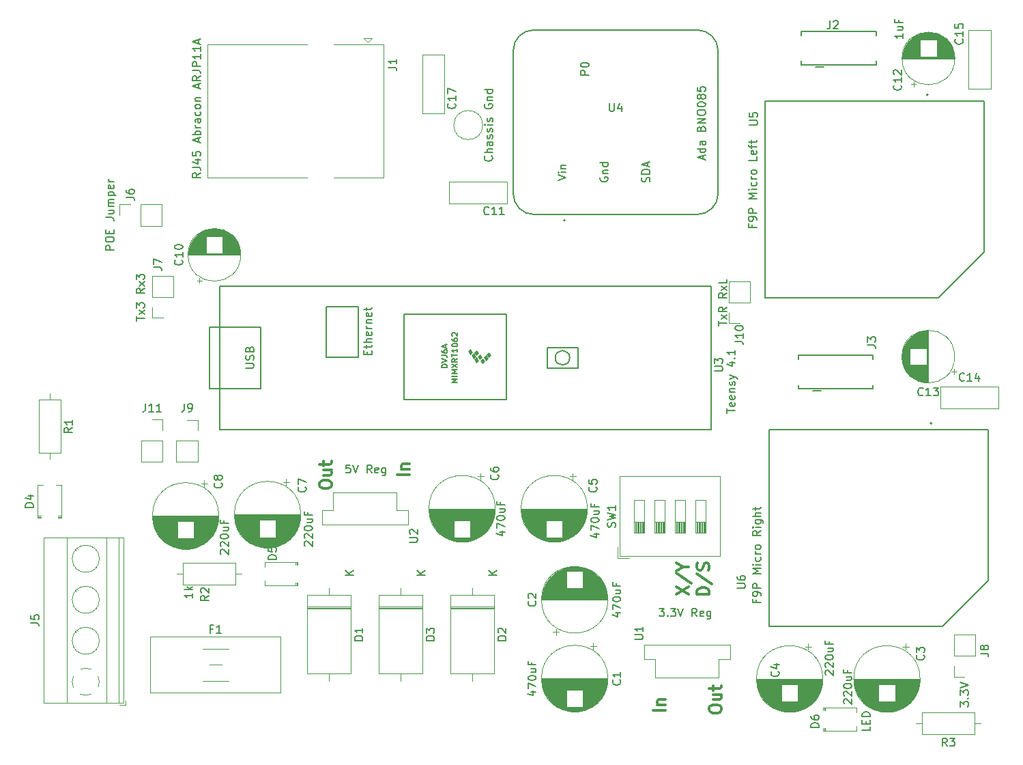
<source format=gbr>
%TF.GenerationSoftware,KiCad,Pcbnew,(6.0.10)*%
%TF.CreationDate,2023-01-17T16:51:49-07:00*%
%TF.ProjectId,MicroPanda,4d696372-6f50-4616-9e64-612e6b696361,rev?*%
%TF.SameCoordinates,Original*%
%TF.FileFunction,Legend,Top*%
%TF.FilePolarity,Positive*%
%FSLAX46Y46*%
G04 Gerber Fmt 4.6, Leading zero omitted, Abs format (unit mm)*
G04 Created by KiCad (PCBNEW (6.0.10)) date 2023-01-17 16:51:49*
%MOMM*%
%LPD*%
G01*
G04 APERTURE LIST*
%ADD10C,0.300000*%
%ADD11C,0.150000*%
%ADD12C,0.120000*%
%ADD13C,0.100000*%
%ADD14C,0.127000*%
%ADD15C,0.200000*%
G04 APERTURE END LIST*
D10*
X137100571Y-108438000D02*
X137100571Y-108152285D01*
X137172000Y-108009428D01*
X137314857Y-107866571D01*
X137600571Y-107795142D01*
X138100571Y-107795142D01*
X138386285Y-107866571D01*
X138529142Y-108009428D01*
X138600571Y-108152285D01*
X138600571Y-108438000D01*
X138529142Y-108580857D01*
X138386285Y-108723714D01*
X138100571Y-108795142D01*
X137600571Y-108795142D01*
X137314857Y-108723714D01*
X137172000Y-108580857D01*
X137100571Y-108438000D01*
X137600571Y-106509428D02*
X138600571Y-106509428D01*
X137600571Y-107152285D02*
X138386285Y-107152285D01*
X138529142Y-107080857D01*
X138600571Y-106938000D01*
X138600571Y-106723714D01*
X138529142Y-106580857D01*
X138457714Y-106509428D01*
X137600571Y-106009428D02*
X137600571Y-105438000D01*
X137100571Y-105795142D02*
X138386285Y-105795142D01*
X138529142Y-105723714D01*
X138600571Y-105580857D01*
X138600571Y-105438000D01*
X181423571Y-121943571D02*
X182923571Y-120943571D01*
X181423571Y-120943571D02*
X182923571Y-121943571D01*
X181352142Y-119300714D02*
X183280714Y-120586428D01*
X182209285Y-118515000D02*
X182923571Y-118515000D01*
X181423571Y-119015000D02*
X182209285Y-118515000D01*
X181423571Y-118015000D01*
X185487571Y-136251000D02*
X185487571Y-135965285D01*
X185559000Y-135822428D01*
X185701857Y-135679571D01*
X185987571Y-135608142D01*
X186487571Y-135608142D01*
X186773285Y-135679571D01*
X186916142Y-135822428D01*
X186987571Y-135965285D01*
X186987571Y-136251000D01*
X186916142Y-136393857D01*
X186773285Y-136536714D01*
X186487571Y-136608142D01*
X185987571Y-136608142D01*
X185701857Y-136536714D01*
X185559000Y-136393857D01*
X185487571Y-136251000D01*
X185987571Y-134322428D02*
X186987571Y-134322428D01*
X185987571Y-134965285D02*
X186773285Y-134965285D01*
X186916142Y-134893857D01*
X186987571Y-134751000D01*
X186987571Y-134536714D01*
X186916142Y-134393857D01*
X186844714Y-134322428D01*
X185987571Y-133822428D02*
X185987571Y-133251000D01*
X185487571Y-133608142D02*
X186773285Y-133608142D01*
X186916142Y-133536714D01*
X186987571Y-133393857D01*
X186987571Y-133251000D01*
X148252571Y-107104571D02*
X146752571Y-107104571D01*
X147252571Y-106390285D02*
X148252571Y-106390285D01*
X147395428Y-106390285D02*
X147324000Y-106318857D01*
X147252571Y-106176000D01*
X147252571Y-105961714D01*
X147324000Y-105818857D01*
X147466857Y-105747428D01*
X148252571Y-105747428D01*
X185463571Y-121907857D02*
X183963571Y-121907857D01*
X183963571Y-121550714D01*
X184035000Y-121336428D01*
X184177857Y-121193571D01*
X184320714Y-121122142D01*
X184606428Y-121050714D01*
X184820714Y-121050714D01*
X185106428Y-121122142D01*
X185249285Y-121193571D01*
X185392142Y-121336428D01*
X185463571Y-121550714D01*
X185463571Y-121907857D01*
X183892142Y-119336428D02*
X185820714Y-120622142D01*
X185392142Y-118907857D02*
X185463571Y-118693571D01*
X185463571Y-118336428D01*
X185392142Y-118193571D01*
X185320714Y-118122142D01*
X185177857Y-118050714D01*
X185035000Y-118050714D01*
X184892142Y-118122142D01*
X184820714Y-118193571D01*
X184749285Y-118336428D01*
X184677857Y-118622142D01*
X184606428Y-118765000D01*
X184535000Y-118836428D01*
X184392142Y-118907857D01*
X184249285Y-118907857D01*
X184106428Y-118836428D01*
X184035000Y-118765000D01*
X183963571Y-118622142D01*
X183963571Y-118265000D01*
X184035000Y-118050714D01*
X180002571Y-136314571D02*
X178502571Y-136314571D01*
X179002571Y-135600285D02*
X180002571Y-135600285D01*
X179145428Y-135600285D02*
X179074000Y-135528857D01*
X179002571Y-135386000D01*
X179002571Y-135171714D01*
X179074000Y-135028857D01*
X179216857Y-134957428D01*
X180002571Y-134957428D01*
D11*
%TO.C,J3*%
X205101380Y-91011333D02*
X205815666Y-91011333D01*
X205958523Y-91058952D01*
X206053761Y-91154190D01*
X206101380Y-91297047D01*
X206101380Y-91392285D01*
X205101380Y-90630380D02*
X205101380Y-90011333D01*
X205482333Y-90344666D01*
X205482333Y-90201809D01*
X205529952Y-90106571D01*
X205577571Y-90058952D01*
X205672809Y-90011333D01*
X205910904Y-90011333D01*
X206006142Y-90058952D01*
X206053761Y-90106571D01*
X206101380Y-90201809D01*
X206101380Y-90487523D01*
X206053761Y-90582761D01*
X206006142Y-90630380D01*
%TO.C,J2*%
X200456443Y-50823140D02*
X200456443Y-51537426D01*
X200408824Y-51680283D01*
X200313586Y-51775521D01*
X200170729Y-51823140D01*
X200075491Y-51823140D01*
X200885015Y-50918379D02*
X200932634Y-50870760D01*
X201027872Y-50823140D01*
X201265967Y-50823140D01*
X201361205Y-50870760D01*
X201408824Y-50918379D01*
X201456443Y-51013617D01*
X201456443Y-51108855D01*
X201408824Y-51251712D01*
X200837396Y-51823140D01*
X201456443Y-51823140D01*
%TO.C,R3*%
X214971333Y-140744380D02*
X214638000Y-140268190D01*
X214399904Y-140744380D02*
X214399904Y-139744380D01*
X214780857Y-139744380D01*
X214876095Y-139792000D01*
X214923714Y-139839619D01*
X214971333Y-139934857D01*
X214971333Y-140077714D01*
X214923714Y-140172952D01*
X214876095Y-140220571D01*
X214780857Y-140268190D01*
X214399904Y-140268190D01*
X215304666Y-139744380D02*
X215923714Y-139744380D01*
X215590380Y-140125333D01*
X215733238Y-140125333D01*
X215828476Y-140172952D01*
X215876095Y-140220571D01*
X215923714Y-140315809D01*
X215923714Y-140553904D01*
X215876095Y-140649142D01*
X215828476Y-140696761D01*
X215733238Y-140744380D01*
X215447523Y-140744380D01*
X215352285Y-140696761D01*
X215304666Y-140649142D01*
%TO.C,R2*%
X123388380Y-122086666D02*
X122912190Y-122420000D01*
X123388380Y-122658095D02*
X122388380Y-122658095D01*
X122388380Y-122277142D01*
X122436000Y-122181904D01*
X122483619Y-122134285D01*
X122578857Y-122086666D01*
X122721714Y-122086666D01*
X122816952Y-122134285D01*
X122864571Y-122181904D01*
X122912190Y-122277142D01*
X122912190Y-122658095D01*
X122483619Y-121705714D02*
X122436000Y-121658095D01*
X122388380Y-121562857D01*
X122388380Y-121324761D01*
X122436000Y-121229523D01*
X122483619Y-121181904D01*
X122578857Y-121134285D01*
X122674095Y-121134285D01*
X122816952Y-121181904D01*
X123388380Y-121753333D01*
X123388380Y-121134285D01*
X121356380Y-121785047D02*
X121356380Y-122356476D01*
X121356380Y-122070761D02*
X120356380Y-122070761D01*
X120499238Y-122166000D01*
X120594476Y-122261238D01*
X120642095Y-122356476D01*
X121356380Y-121356476D02*
X120356380Y-121356476D01*
X120975428Y-121261238D02*
X121356380Y-120975523D01*
X120689714Y-120975523D02*
X121070666Y-121356476D01*
%TO.C,R1*%
X106454380Y-101258666D02*
X105978190Y-101592000D01*
X106454380Y-101830095D02*
X105454380Y-101830095D01*
X105454380Y-101449142D01*
X105502000Y-101353904D01*
X105549619Y-101306285D01*
X105644857Y-101258666D01*
X105787714Y-101258666D01*
X105882952Y-101306285D01*
X105930571Y-101353904D01*
X105978190Y-101449142D01*
X105978190Y-101830095D01*
X106454380Y-100306285D02*
X106454380Y-100877714D01*
X106454380Y-100592000D02*
X105454380Y-100592000D01*
X105597238Y-100687238D01*
X105692476Y-100782476D01*
X105740095Y-100877714D01*
%TO.C,D6*%
X199080380Y-138406095D02*
X198080380Y-138406095D01*
X198080380Y-138168000D01*
X198128000Y-138025142D01*
X198223238Y-137929904D01*
X198318476Y-137882285D01*
X198508952Y-137834666D01*
X198651809Y-137834666D01*
X198842285Y-137882285D01*
X198937523Y-137929904D01*
X199032761Y-138025142D01*
X199080380Y-138168000D01*
X199080380Y-138406095D01*
X198080380Y-136977523D02*
X198080380Y-137168000D01*
X198128000Y-137263238D01*
X198175619Y-137310857D01*
X198318476Y-137406095D01*
X198508952Y-137453714D01*
X198889904Y-137453714D01*
X198985142Y-137406095D01*
X199032761Y-137358476D01*
X199080380Y-137263238D01*
X199080380Y-137072761D01*
X199032761Y-136977523D01*
X198985142Y-136929904D01*
X198889904Y-136882285D01*
X198651809Y-136882285D01*
X198556571Y-136929904D01*
X198508952Y-136977523D01*
X198461333Y-137072761D01*
X198461333Y-137263238D01*
X198508952Y-137358476D01*
X198556571Y-137406095D01*
X198651809Y-137453714D01*
X205430380Y-138310857D02*
X205430380Y-138787047D01*
X204430380Y-138787047D01*
X204906571Y-137977523D02*
X204906571Y-137644190D01*
X205430380Y-137501333D02*
X205430380Y-137977523D01*
X204430380Y-137977523D01*
X204430380Y-137501333D01*
X205430380Y-137072761D02*
X204430380Y-137072761D01*
X204430380Y-136834666D01*
X204478000Y-136691809D01*
X204573238Y-136596571D01*
X204668476Y-136548952D01*
X204858952Y-136501333D01*
X205001809Y-136501333D01*
X205192285Y-136548952D01*
X205287523Y-136596571D01*
X205382761Y-136691809D01*
X205430380Y-136834666D01*
X205430380Y-137072761D01*
%TO.C,D5*%
X131770380Y-117578095D02*
X130770380Y-117578095D01*
X130770380Y-117340000D01*
X130818000Y-117197142D01*
X130913238Y-117101904D01*
X131008476Y-117054285D01*
X131198952Y-117006666D01*
X131341809Y-117006666D01*
X131532285Y-117054285D01*
X131627523Y-117101904D01*
X131722761Y-117197142D01*
X131770380Y-117340000D01*
X131770380Y-117578095D01*
X130770380Y-116101904D02*
X130770380Y-116578095D01*
X131246571Y-116625714D01*
X131198952Y-116578095D01*
X131151333Y-116482857D01*
X131151333Y-116244761D01*
X131198952Y-116149523D01*
X131246571Y-116101904D01*
X131341809Y-116054285D01*
X131579904Y-116054285D01*
X131675142Y-116101904D01*
X131722761Y-116149523D01*
X131770380Y-116244761D01*
X131770380Y-116482857D01*
X131722761Y-116578095D01*
X131675142Y-116625714D01*
%TO.C,D4*%
X101624380Y-111130095D02*
X100624380Y-111130095D01*
X100624380Y-110892000D01*
X100672000Y-110749142D01*
X100767238Y-110653904D01*
X100862476Y-110606285D01*
X101052952Y-110558666D01*
X101195809Y-110558666D01*
X101386285Y-110606285D01*
X101481523Y-110653904D01*
X101576761Y-110749142D01*
X101624380Y-110892000D01*
X101624380Y-111130095D01*
X100957714Y-109701523D02*
X101624380Y-109701523D01*
X100576761Y-109939619D02*
X101291047Y-110177714D01*
X101291047Y-109558666D01*
%TO.C,J11*%
X115522476Y-98282380D02*
X115522476Y-98996666D01*
X115474857Y-99139523D01*
X115379619Y-99234761D01*
X115236761Y-99282380D01*
X115141523Y-99282380D01*
X116522476Y-99282380D02*
X115951047Y-99282380D01*
X116236761Y-99282380D02*
X116236761Y-98282380D01*
X116141523Y-98425238D01*
X116046285Y-98520476D01*
X115951047Y-98568095D01*
X117474857Y-99282380D02*
X116903428Y-99282380D01*
X117189142Y-99282380D02*
X117189142Y-98282380D01*
X117093904Y-98425238D01*
X116998666Y-98520476D01*
X116903428Y-98568095D01*
%TO.C,D2*%
X160245843Y-127630169D02*
X159245843Y-127630169D01*
X159245843Y-127392074D01*
X159293463Y-127249216D01*
X159388701Y-127153978D01*
X159483939Y-127106359D01*
X159674415Y-127058740D01*
X159817272Y-127058740D01*
X160007748Y-127106359D01*
X160102986Y-127153978D01*
X160198224Y-127249216D01*
X160245843Y-127392074D01*
X160245843Y-127630169D01*
X159341082Y-126677788D02*
X159293463Y-126630169D01*
X159245843Y-126534931D01*
X159245843Y-126296835D01*
X159293463Y-126201597D01*
X159341082Y-126153978D01*
X159436320Y-126106359D01*
X159531558Y-126106359D01*
X159674415Y-126153978D01*
X160245843Y-126725407D01*
X160245843Y-126106359D01*
X159125843Y-119533978D02*
X158125843Y-119533978D01*
X159125843Y-118962550D02*
X158554415Y-119391121D01*
X158125843Y-118962550D02*
X158697272Y-119533978D01*
%TO.C,SW1*%
X173778761Y-113577907D02*
X173826380Y-113435050D01*
X173826380Y-113196954D01*
X173778761Y-113101716D01*
X173731142Y-113054097D01*
X173635904Y-113006478D01*
X173540666Y-113006478D01*
X173445428Y-113054097D01*
X173397809Y-113101716D01*
X173350190Y-113196954D01*
X173302571Y-113387431D01*
X173254952Y-113482669D01*
X173207333Y-113530288D01*
X173112095Y-113577907D01*
X173016857Y-113577907D01*
X172921619Y-113530288D01*
X172874000Y-113482669D01*
X172826380Y-113387431D01*
X172826380Y-113149335D01*
X172874000Y-113006478D01*
X172826380Y-112673145D02*
X173826380Y-112435050D01*
X173112095Y-112244574D01*
X173826380Y-112054097D01*
X172826380Y-111816002D01*
X173826380Y-110911240D02*
X173826380Y-111482669D01*
X173826380Y-111196954D02*
X172826380Y-111196954D01*
X172969238Y-111292193D01*
X173064476Y-111387431D01*
X173112095Y-111482669D01*
%TO.C,C2*%
X163880605Y-122761995D02*
X163928224Y-122809614D01*
X163975843Y-122952471D01*
X163975843Y-123047709D01*
X163928224Y-123190567D01*
X163832986Y-123285805D01*
X163737748Y-123333424D01*
X163547272Y-123381043D01*
X163404415Y-123381043D01*
X163213939Y-123333424D01*
X163118701Y-123285805D01*
X163023463Y-123190567D01*
X162975843Y-123047709D01*
X162975843Y-122952471D01*
X163023463Y-122809614D01*
X163071082Y-122761995D01*
X163071082Y-122381043D02*
X163023463Y-122333424D01*
X162975843Y-122238186D01*
X162975843Y-122000090D01*
X163023463Y-121904852D01*
X163071082Y-121857233D01*
X163166320Y-121809614D01*
X163261558Y-121809614D01*
X163404415Y-121857233D01*
X163975843Y-122428662D01*
X163975843Y-121809614D01*
X173809177Y-124238186D02*
X174475843Y-124238186D01*
X173428224Y-124476281D02*
X174142510Y-124714376D01*
X174142510Y-124095329D01*
X173475843Y-123809614D02*
X173475843Y-123142948D01*
X174475843Y-123571519D01*
X173475843Y-122571519D02*
X173475843Y-122476281D01*
X173523463Y-122381043D01*
X173571082Y-122333424D01*
X173666320Y-122285805D01*
X173856796Y-122238186D01*
X174094891Y-122238186D01*
X174285367Y-122285805D01*
X174380605Y-122333424D01*
X174428224Y-122381043D01*
X174475843Y-122476281D01*
X174475843Y-122571519D01*
X174428224Y-122666757D01*
X174380605Y-122714376D01*
X174285367Y-122761995D01*
X174094891Y-122809614D01*
X173856796Y-122809614D01*
X173666320Y-122761995D01*
X173571082Y-122714376D01*
X173523463Y-122666757D01*
X173475843Y-122571519D01*
X173809177Y-121381043D02*
X174475843Y-121381043D01*
X173809177Y-121809614D02*
X174332986Y-121809614D01*
X174428224Y-121761995D01*
X174475843Y-121666757D01*
X174475843Y-121523900D01*
X174428224Y-121428662D01*
X174380605Y-121381043D01*
X173952034Y-120571519D02*
X173952034Y-120904852D01*
X174475843Y-120904852D02*
X173475843Y-120904852D01*
X173475843Y-120428662D01*
%TO.C,C7*%
X135358142Y-108624666D02*
X135405761Y-108672285D01*
X135453380Y-108815142D01*
X135453380Y-108910380D01*
X135405761Y-109053238D01*
X135310523Y-109148476D01*
X135215285Y-109196095D01*
X135024809Y-109243714D01*
X134881952Y-109243714D01*
X134691476Y-109196095D01*
X134596238Y-109148476D01*
X134501000Y-109053238D01*
X134453380Y-108910380D01*
X134453380Y-108815142D01*
X134501000Y-108672285D01*
X134548619Y-108624666D01*
X134453380Y-108291333D02*
X134453380Y-107624666D01*
X135453380Y-108053238D01*
X135310619Y-115911047D02*
X135263000Y-115863428D01*
X135215380Y-115768190D01*
X135215380Y-115530095D01*
X135263000Y-115434857D01*
X135310619Y-115387238D01*
X135405857Y-115339619D01*
X135501095Y-115339619D01*
X135643952Y-115387238D01*
X136215380Y-115958666D01*
X136215380Y-115339619D01*
X135310619Y-114958666D02*
X135263000Y-114911047D01*
X135215380Y-114815809D01*
X135215380Y-114577714D01*
X135263000Y-114482476D01*
X135310619Y-114434857D01*
X135405857Y-114387238D01*
X135501095Y-114387238D01*
X135643952Y-114434857D01*
X136215380Y-115006285D01*
X136215380Y-114387238D01*
X135215380Y-113768190D02*
X135215380Y-113672952D01*
X135263000Y-113577714D01*
X135310619Y-113530095D01*
X135405857Y-113482476D01*
X135596333Y-113434857D01*
X135834428Y-113434857D01*
X136024904Y-113482476D01*
X136120142Y-113530095D01*
X136167761Y-113577714D01*
X136215380Y-113672952D01*
X136215380Y-113768190D01*
X136167761Y-113863428D01*
X136120142Y-113911047D01*
X136024904Y-113958666D01*
X135834428Y-114006285D01*
X135596333Y-114006285D01*
X135405857Y-113958666D01*
X135310619Y-113911047D01*
X135263000Y-113863428D01*
X135215380Y-113768190D01*
X135548714Y-112577714D02*
X136215380Y-112577714D01*
X135548714Y-113006285D02*
X136072523Y-113006285D01*
X136167761Y-112958666D01*
X136215380Y-112863428D01*
X136215380Y-112720571D01*
X136167761Y-112625333D01*
X136120142Y-112577714D01*
X135691571Y-111768190D02*
X135691571Y-112101523D01*
X136215380Y-112101523D02*
X135215380Y-112101523D01*
X135215380Y-111625333D01*
%TO.C,C13*%
X211998042Y-97213142D02*
X211950423Y-97260761D01*
X211807566Y-97308380D01*
X211712328Y-97308380D01*
X211569471Y-97260761D01*
X211474233Y-97165523D01*
X211426614Y-97070285D01*
X211378995Y-96879809D01*
X211378995Y-96736952D01*
X211426614Y-96546476D01*
X211474233Y-96451238D01*
X211569471Y-96356000D01*
X211712328Y-96308380D01*
X211807566Y-96308380D01*
X211950423Y-96356000D01*
X211998042Y-96403619D01*
X212950423Y-97308380D02*
X212378995Y-97308380D01*
X212664709Y-97308380D02*
X212664709Y-96308380D01*
X212569471Y-96451238D01*
X212474233Y-96546476D01*
X212378995Y-96594095D01*
X213283757Y-96308380D02*
X213902804Y-96308380D01*
X213569471Y-96689333D01*
X213712328Y-96689333D01*
X213807566Y-96736952D01*
X213855185Y-96784571D01*
X213902804Y-96879809D01*
X213902804Y-97117904D01*
X213855185Y-97213142D01*
X213807566Y-97260761D01*
X213712328Y-97308380D01*
X213426614Y-97308380D01*
X213331376Y-97260761D01*
X213283757Y-97213142D01*
%TO.C,U3*%
X186142380Y-94233904D02*
X186951904Y-94233904D01*
X187047142Y-94186285D01*
X187094761Y-94138666D01*
X187142380Y-94043428D01*
X187142380Y-93852952D01*
X187094761Y-93757714D01*
X187047142Y-93710095D01*
X186951904Y-93662476D01*
X186142380Y-93662476D01*
X186142380Y-93281523D02*
X186142380Y-92662476D01*
X186523333Y-92995809D01*
X186523333Y-92852952D01*
X186570952Y-92757714D01*
X186618571Y-92710095D01*
X186713809Y-92662476D01*
X186951904Y-92662476D01*
X187047142Y-92710095D01*
X187094761Y-92757714D01*
X187142380Y-92852952D01*
X187142380Y-93138666D01*
X187094761Y-93233904D01*
X187047142Y-93281523D01*
X187666380Y-99456380D02*
X187666380Y-98884952D01*
X188666380Y-99170666D02*
X187666380Y-99170666D01*
X188618761Y-98170666D02*
X188666380Y-98265904D01*
X188666380Y-98456380D01*
X188618761Y-98551619D01*
X188523523Y-98599238D01*
X188142571Y-98599238D01*
X188047333Y-98551619D01*
X187999714Y-98456380D01*
X187999714Y-98265904D01*
X188047333Y-98170666D01*
X188142571Y-98123047D01*
X188237809Y-98123047D01*
X188333047Y-98599238D01*
X188618761Y-97313523D02*
X188666380Y-97408761D01*
X188666380Y-97599238D01*
X188618761Y-97694476D01*
X188523523Y-97742095D01*
X188142571Y-97742095D01*
X188047333Y-97694476D01*
X187999714Y-97599238D01*
X187999714Y-97408761D01*
X188047333Y-97313523D01*
X188142571Y-97265904D01*
X188237809Y-97265904D01*
X188333047Y-97742095D01*
X187999714Y-96837333D02*
X188666380Y-96837333D01*
X188094952Y-96837333D02*
X188047333Y-96789714D01*
X187999714Y-96694476D01*
X187999714Y-96551619D01*
X188047333Y-96456380D01*
X188142571Y-96408761D01*
X188666380Y-96408761D01*
X188618761Y-95980190D02*
X188666380Y-95884952D01*
X188666380Y-95694476D01*
X188618761Y-95599238D01*
X188523523Y-95551619D01*
X188475904Y-95551619D01*
X188380666Y-95599238D01*
X188333047Y-95694476D01*
X188333047Y-95837333D01*
X188285428Y-95932571D01*
X188190190Y-95980190D01*
X188142571Y-95980190D01*
X188047333Y-95932571D01*
X187999714Y-95837333D01*
X187999714Y-95694476D01*
X188047333Y-95599238D01*
X187999714Y-95218285D02*
X188666380Y-94980190D01*
X187999714Y-94742095D02*
X188666380Y-94980190D01*
X188904476Y-95075428D01*
X188952095Y-95123047D01*
X188999714Y-95218285D01*
X187999714Y-93170666D02*
X188666380Y-93170666D01*
X187618761Y-93408761D02*
X188333047Y-93646857D01*
X188333047Y-93027809D01*
X188571142Y-92646857D02*
X188618761Y-92599238D01*
X188666380Y-92646857D01*
X188618761Y-92694476D01*
X188571142Y-92646857D01*
X188666380Y-92646857D01*
X188666380Y-91646857D02*
X188666380Y-92218285D01*
X188666380Y-91932571D02*
X187666380Y-91932571D01*
X187809238Y-92027809D01*
X187904476Y-92123047D01*
X187952095Y-92218285D01*
X152970666Y-93805407D02*
X152270666Y-93805407D01*
X152270666Y-93638740D01*
X152304000Y-93538740D01*
X152370666Y-93472074D01*
X152437333Y-93438740D01*
X152570666Y-93405407D01*
X152670666Y-93405407D01*
X152804000Y-93438740D01*
X152870666Y-93472074D01*
X152937333Y-93538740D01*
X152970666Y-93638740D01*
X152970666Y-93805407D01*
X152270666Y-93205407D02*
X152970666Y-92972074D01*
X152270666Y-92738740D01*
X152270666Y-92305407D02*
X152770666Y-92305407D01*
X152870666Y-92338740D01*
X152937333Y-92405407D01*
X152970666Y-92505407D01*
X152970666Y-92572074D01*
X152270666Y-91672074D02*
X152270666Y-91805407D01*
X152304000Y-91872074D01*
X152337333Y-91905407D01*
X152437333Y-91972074D01*
X152570666Y-92005407D01*
X152837333Y-92005407D01*
X152904000Y-91972074D01*
X152937333Y-91938740D01*
X152970666Y-91872074D01*
X152970666Y-91738740D01*
X152937333Y-91672074D01*
X152904000Y-91638740D01*
X152837333Y-91605407D01*
X152670666Y-91605407D01*
X152604000Y-91638740D01*
X152570666Y-91672074D01*
X152537333Y-91738740D01*
X152537333Y-91872074D01*
X152570666Y-91938740D01*
X152604000Y-91972074D01*
X152670666Y-92005407D01*
X152770666Y-91338740D02*
X152770666Y-91005407D01*
X152970666Y-91405407D02*
X152270666Y-91172074D01*
X152970666Y-90938740D01*
X154240666Y-95685407D02*
X153540666Y-95685407D01*
X154040666Y-95452074D01*
X153540666Y-95218740D01*
X154240666Y-95218740D01*
X154240666Y-94885407D02*
X153540666Y-94885407D01*
X154240666Y-94552074D02*
X153540666Y-94552074D01*
X154040666Y-94318740D01*
X153540666Y-94085407D01*
X154240666Y-94085407D01*
X153540666Y-93818740D02*
X154240666Y-93352074D01*
X153540666Y-93352074D02*
X154240666Y-93818740D01*
X154240666Y-92685407D02*
X153907333Y-92918740D01*
X154240666Y-93085407D02*
X153540666Y-93085407D01*
X153540666Y-92818740D01*
X153574000Y-92752074D01*
X153607333Y-92718740D01*
X153674000Y-92685407D01*
X153774000Y-92685407D01*
X153840666Y-92718740D01*
X153874000Y-92752074D01*
X153907333Y-92818740D01*
X153907333Y-93085407D01*
X153540666Y-92485407D02*
X153540666Y-92085407D01*
X154240666Y-92285407D02*
X153540666Y-92285407D01*
X154240666Y-91485407D02*
X154240666Y-91885407D01*
X154240666Y-91685407D02*
X153540666Y-91685407D01*
X153640666Y-91752074D01*
X153707333Y-91818740D01*
X153740666Y-91885407D01*
X153540666Y-91052074D02*
X153540666Y-90985407D01*
X153574000Y-90918740D01*
X153607333Y-90885407D01*
X153674000Y-90852074D01*
X153807333Y-90818740D01*
X153974000Y-90818740D01*
X154107333Y-90852074D01*
X154174000Y-90885407D01*
X154207333Y-90918740D01*
X154240666Y-90985407D01*
X154240666Y-91052074D01*
X154207333Y-91118740D01*
X154174000Y-91152074D01*
X154107333Y-91185407D01*
X153974000Y-91218740D01*
X153807333Y-91218740D01*
X153674000Y-91185407D01*
X153607333Y-91152074D01*
X153574000Y-91118740D01*
X153540666Y-91052074D01*
X153540666Y-90218740D02*
X153540666Y-90352074D01*
X153574000Y-90418740D01*
X153607333Y-90452074D01*
X153707333Y-90518740D01*
X153840666Y-90552074D01*
X154107333Y-90552074D01*
X154174000Y-90518740D01*
X154207333Y-90485407D01*
X154240666Y-90418740D01*
X154240666Y-90285407D01*
X154207333Y-90218740D01*
X154174000Y-90185407D01*
X154107333Y-90152074D01*
X153940666Y-90152074D01*
X153874000Y-90185407D01*
X153840666Y-90218740D01*
X153807333Y-90285407D01*
X153807333Y-90418740D01*
X153840666Y-90485407D01*
X153874000Y-90518740D01*
X153940666Y-90552074D01*
X153607333Y-89885407D02*
X153574000Y-89852074D01*
X153540666Y-89785407D01*
X153540666Y-89618740D01*
X153574000Y-89552074D01*
X153607333Y-89518740D01*
X153674000Y-89485407D01*
X153740666Y-89485407D01*
X153840666Y-89518740D01*
X154240666Y-89918740D01*
X154240666Y-89485407D01*
X143057571Y-92182616D02*
X143057571Y-91849283D01*
X143581380Y-91706426D02*
X143581380Y-92182616D01*
X142581380Y-92182616D01*
X142581380Y-91706426D01*
X142914714Y-91420712D02*
X142914714Y-91039759D01*
X142581380Y-91277854D02*
X143438523Y-91277854D01*
X143533761Y-91230235D01*
X143581380Y-91134997D01*
X143581380Y-91039759D01*
X143581380Y-90706426D02*
X142581380Y-90706426D01*
X143581380Y-90277854D02*
X143057571Y-90277854D01*
X142962333Y-90325474D01*
X142914714Y-90420712D01*
X142914714Y-90563569D01*
X142962333Y-90658807D01*
X143009952Y-90706426D01*
X143533761Y-89420712D02*
X143581380Y-89515950D01*
X143581380Y-89706426D01*
X143533761Y-89801664D01*
X143438523Y-89849283D01*
X143057571Y-89849283D01*
X142962333Y-89801664D01*
X142914714Y-89706426D01*
X142914714Y-89515950D01*
X142962333Y-89420712D01*
X143057571Y-89373093D01*
X143152809Y-89373093D01*
X143248047Y-89849283D01*
X143581380Y-88944521D02*
X142914714Y-88944521D01*
X143105190Y-88944521D02*
X143009952Y-88896902D01*
X142962333Y-88849283D01*
X142914714Y-88754045D01*
X142914714Y-88658807D01*
X142914714Y-88325474D02*
X143581380Y-88325474D01*
X143009952Y-88325474D02*
X142962333Y-88277854D01*
X142914714Y-88182616D01*
X142914714Y-88039759D01*
X142962333Y-87944521D01*
X143057571Y-87896902D01*
X143581380Y-87896902D01*
X143533761Y-87039759D02*
X143581380Y-87134997D01*
X143581380Y-87325474D01*
X143533761Y-87420712D01*
X143438523Y-87468331D01*
X143057571Y-87468331D01*
X142962333Y-87420712D01*
X142914714Y-87325474D01*
X142914714Y-87134997D01*
X142962333Y-87039759D01*
X143057571Y-86992140D01*
X143152809Y-86992140D01*
X143248047Y-87468331D01*
X142914714Y-86706426D02*
X142914714Y-86325474D01*
X142581380Y-86563569D02*
X143438523Y-86563569D01*
X143533761Y-86515950D01*
X143581380Y-86420712D01*
X143581380Y-86325474D01*
X127976380Y-93863978D02*
X128785904Y-93863978D01*
X128881142Y-93816359D01*
X128928761Y-93768740D01*
X128976380Y-93673502D01*
X128976380Y-93483026D01*
X128928761Y-93387788D01*
X128881142Y-93340169D01*
X128785904Y-93292550D01*
X127976380Y-93292550D01*
X128928761Y-92863978D02*
X128976380Y-92721121D01*
X128976380Y-92483026D01*
X128928761Y-92387788D01*
X128881142Y-92340169D01*
X128785904Y-92292550D01*
X128690666Y-92292550D01*
X128595428Y-92340169D01*
X128547809Y-92387788D01*
X128500190Y-92483026D01*
X128452571Y-92673502D01*
X128404952Y-92768740D01*
X128357333Y-92816359D01*
X128262095Y-92863978D01*
X128166857Y-92863978D01*
X128071619Y-92816359D01*
X128024000Y-92768740D01*
X127976380Y-92673502D01*
X127976380Y-92435407D01*
X128024000Y-92292550D01*
X128452571Y-91530645D02*
X128500190Y-91387788D01*
X128547809Y-91340169D01*
X128643047Y-91292550D01*
X128785904Y-91292550D01*
X128881142Y-91340169D01*
X128928761Y-91387788D01*
X128976380Y-91483026D01*
X128976380Y-91863978D01*
X127976380Y-91863978D01*
X127976380Y-91530645D01*
X128024000Y-91435407D01*
X128071619Y-91387788D01*
X128166857Y-91340169D01*
X128262095Y-91340169D01*
X128357333Y-91387788D01*
X128404952Y-91435407D01*
X128452571Y-91530645D01*
X128452571Y-91863978D01*
%TO.C,U1*%
X176236380Y-127507904D02*
X177045904Y-127507904D01*
X177141142Y-127460285D01*
X177188761Y-127412666D01*
X177236380Y-127317428D01*
X177236380Y-127126952D01*
X177188761Y-127031714D01*
X177141142Y-126984095D01*
X177045904Y-126936476D01*
X176236380Y-126936476D01*
X177236380Y-125936476D02*
X177236380Y-126507904D01*
X177236380Y-126222190D02*
X176236380Y-126222190D01*
X176379238Y-126317428D01*
X176474476Y-126412666D01*
X176522095Y-126507904D01*
X179260904Y-123658380D02*
X179879952Y-123658380D01*
X179546619Y-124039333D01*
X179689476Y-124039333D01*
X179784714Y-124086952D01*
X179832333Y-124134571D01*
X179879952Y-124229809D01*
X179879952Y-124467904D01*
X179832333Y-124563142D01*
X179784714Y-124610761D01*
X179689476Y-124658380D01*
X179403761Y-124658380D01*
X179308523Y-124610761D01*
X179260904Y-124563142D01*
X180308523Y-124563142D02*
X180356142Y-124610761D01*
X180308523Y-124658380D01*
X180260904Y-124610761D01*
X180308523Y-124563142D01*
X180308523Y-124658380D01*
X180689476Y-123658380D02*
X181308523Y-123658380D01*
X180975190Y-124039333D01*
X181118047Y-124039333D01*
X181213285Y-124086952D01*
X181260904Y-124134571D01*
X181308523Y-124229809D01*
X181308523Y-124467904D01*
X181260904Y-124563142D01*
X181213285Y-124610761D01*
X181118047Y-124658380D01*
X180832333Y-124658380D01*
X180737095Y-124610761D01*
X180689476Y-124563142D01*
X181594238Y-123658380D02*
X181927571Y-124658380D01*
X182260904Y-123658380D01*
X183927571Y-124658380D02*
X183594238Y-124182190D01*
X183356142Y-124658380D02*
X183356142Y-123658380D01*
X183737095Y-123658380D01*
X183832333Y-123706000D01*
X183879952Y-123753619D01*
X183927571Y-123848857D01*
X183927571Y-123991714D01*
X183879952Y-124086952D01*
X183832333Y-124134571D01*
X183737095Y-124182190D01*
X183356142Y-124182190D01*
X184737095Y-124610761D02*
X184641857Y-124658380D01*
X184451380Y-124658380D01*
X184356142Y-124610761D01*
X184308523Y-124515523D01*
X184308523Y-124134571D01*
X184356142Y-124039333D01*
X184451380Y-123991714D01*
X184641857Y-123991714D01*
X184737095Y-124039333D01*
X184784714Y-124134571D01*
X184784714Y-124229809D01*
X184308523Y-124325047D01*
X185641857Y-123991714D02*
X185641857Y-124801238D01*
X185594238Y-124896476D01*
X185546619Y-124944095D01*
X185451380Y-124991714D01*
X185308523Y-124991714D01*
X185213285Y-124944095D01*
X185641857Y-124610761D02*
X185546619Y-124658380D01*
X185356142Y-124658380D01*
X185260904Y-124610761D01*
X185213285Y-124563142D01*
X185165666Y-124467904D01*
X185165666Y-124182190D01*
X185213285Y-124086952D01*
X185260904Y-124039333D01*
X185356142Y-123991714D01*
X185546619Y-123991714D01*
X185641857Y-124039333D01*
%TO.C,J4*%
X158472142Y-67587333D02*
X158519761Y-67634952D01*
X158567380Y-67777809D01*
X158567380Y-67873047D01*
X158519761Y-68015904D01*
X158424523Y-68111142D01*
X158329285Y-68158761D01*
X158138809Y-68206380D01*
X157995952Y-68206380D01*
X157805476Y-68158761D01*
X157710238Y-68111142D01*
X157615000Y-68015904D01*
X157567380Y-67873047D01*
X157567380Y-67777809D01*
X157615000Y-67634952D01*
X157662619Y-67587333D01*
X158567380Y-67158761D02*
X157567380Y-67158761D01*
X158567380Y-66730190D02*
X158043571Y-66730190D01*
X157948333Y-66777809D01*
X157900714Y-66873047D01*
X157900714Y-67015904D01*
X157948333Y-67111142D01*
X157995952Y-67158761D01*
X158567380Y-65825428D02*
X158043571Y-65825428D01*
X157948333Y-65873047D01*
X157900714Y-65968285D01*
X157900714Y-66158761D01*
X157948333Y-66254000D01*
X158519761Y-65825428D02*
X158567380Y-65920666D01*
X158567380Y-66158761D01*
X158519761Y-66254000D01*
X158424523Y-66301619D01*
X158329285Y-66301619D01*
X158234047Y-66254000D01*
X158186428Y-66158761D01*
X158186428Y-65920666D01*
X158138809Y-65825428D01*
X158519761Y-65396857D02*
X158567380Y-65301619D01*
X158567380Y-65111142D01*
X158519761Y-65015904D01*
X158424523Y-64968285D01*
X158376904Y-64968285D01*
X158281666Y-65015904D01*
X158234047Y-65111142D01*
X158234047Y-65254000D01*
X158186428Y-65349238D01*
X158091190Y-65396857D01*
X158043571Y-65396857D01*
X157948333Y-65349238D01*
X157900714Y-65254000D01*
X157900714Y-65111142D01*
X157948333Y-65015904D01*
X158519761Y-64587333D02*
X158567380Y-64492095D01*
X158567380Y-64301619D01*
X158519761Y-64206380D01*
X158424523Y-64158761D01*
X158376904Y-64158761D01*
X158281666Y-64206380D01*
X158234047Y-64301619D01*
X158234047Y-64444476D01*
X158186428Y-64539714D01*
X158091190Y-64587333D01*
X158043571Y-64587333D01*
X157948333Y-64539714D01*
X157900714Y-64444476D01*
X157900714Y-64301619D01*
X157948333Y-64206380D01*
X158567380Y-63730190D02*
X157900714Y-63730190D01*
X157567380Y-63730190D02*
X157615000Y-63777809D01*
X157662619Y-63730190D01*
X157615000Y-63682571D01*
X157567380Y-63730190D01*
X157662619Y-63730190D01*
X158519761Y-63301619D02*
X158567380Y-63206380D01*
X158567380Y-63015904D01*
X158519761Y-62920666D01*
X158424523Y-62873047D01*
X158376904Y-62873047D01*
X158281666Y-62920666D01*
X158234047Y-63015904D01*
X158234047Y-63158761D01*
X158186428Y-63254000D01*
X158091190Y-63301619D01*
X158043571Y-63301619D01*
X157948333Y-63254000D01*
X157900714Y-63158761D01*
X157900714Y-63015904D01*
X157948333Y-62920666D01*
X157615000Y-61158761D02*
X157567380Y-61254000D01*
X157567380Y-61396857D01*
X157615000Y-61539714D01*
X157710238Y-61634952D01*
X157805476Y-61682571D01*
X157995952Y-61730190D01*
X158138809Y-61730190D01*
X158329285Y-61682571D01*
X158424523Y-61634952D01*
X158519761Y-61539714D01*
X158567380Y-61396857D01*
X158567380Y-61301619D01*
X158519761Y-61158761D01*
X158472142Y-61111142D01*
X158138809Y-61111142D01*
X158138809Y-61301619D01*
X157900714Y-60682571D02*
X158567380Y-60682571D01*
X157995952Y-60682571D02*
X157948333Y-60634952D01*
X157900714Y-60539714D01*
X157900714Y-60396857D01*
X157948333Y-60301619D01*
X158043571Y-60254000D01*
X158567380Y-60254000D01*
X158567380Y-59349238D02*
X157567380Y-59349238D01*
X158519761Y-59349238D02*
X158567380Y-59444476D01*
X158567380Y-59634952D01*
X158519761Y-59730190D01*
X158472142Y-59777809D01*
X158376904Y-59825428D01*
X158091190Y-59825428D01*
X157995952Y-59777809D01*
X157948333Y-59730190D01*
X157900714Y-59634952D01*
X157900714Y-59444476D01*
X157948333Y-59349238D01*
%TO.C,J7*%
X116546380Y-81359333D02*
X117260666Y-81359333D01*
X117403523Y-81406952D01*
X117498761Y-81502190D01*
X117546380Y-81645047D01*
X117546380Y-81740285D01*
X116546380Y-80978380D02*
X116546380Y-80311714D01*
X117546380Y-80740285D01*
X114387380Y-88018571D02*
X114387380Y-87447142D01*
X115387380Y-87732857D02*
X114387380Y-87732857D01*
X115387380Y-87209047D02*
X114720714Y-86685238D01*
X114720714Y-87209047D02*
X115387380Y-86685238D01*
X114387380Y-86399523D02*
X114387380Y-85780476D01*
X114768333Y-86113809D01*
X114768333Y-85970952D01*
X114815952Y-85875714D01*
X114863571Y-85828095D01*
X114958809Y-85780476D01*
X115196904Y-85780476D01*
X115292142Y-85828095D01*
X115339761Y-85875714D01*
X115387380Y-85970952D01*
X115387380Y-86256666D01*
X115339761Y-86351904D01*
X115292142Y-86399523D01*
X115387380Y-84018571D02*
X114911190Y-84351904D01*
X115387380Y-84590000D02*
X114387380Y-84590000D01*
X114387380Y-84209047D01*
X114435000Y-84113809D01*
X114482619Y-84066190D01*
X114577857Y-84018571D01*
X114720714Y-84018571D01*
X114815952Y-84066190D01*
X114863571Y-84113809D01*
X114911190Y-84209047D01*
X114911190Y-84590000D01*
X115387380Y-83685238D02*
X114720714Y-83161428D01*
X114720714Y-83685238D02*
X115387380Y-83161428D01*
X114387380Y-82875714D02*
X114387380Y-82256666D01*
X114768333Y-82590000D01*
X114768333Y-82447142D01*
X114815952Y-82351904D01*
X114863571Y-82304285D01*
X114958809Y-82256666D01*
X115196904Y-82256666D01*
X115292142Y-82304285D01*
X115339761Y-82351904D01*
X115387380Y-82447142D01*
X115387380Y-82732857D01*
X115339761Y-82828095D01*
X115292142Y-82875714D01*
%TO.C,J6*%
X113117380Y-72698333D02*
X113831666Y-72698333D01*
X113974523Y-72745952D01*
X114069761Y-72841190D01*
X114117380Y-72984047D01*
X114117380Y-73079285D01*
X113117380Y-71793571D02*
X113117380Y-71984047D01*
X113165000Y-72079285D01*
X113212619Y-72126904D01*
X113355476Y-72222142D01*
X113545952Y-72269761D01*
X113926904Y-72269761D01*
X114022142Y-72222142D01*
X114069761Y-72174523D01*
X114117380Y-72079285D01*
X114117380Y-71888809D01*
X114069761Y-71793571D01*
X114022142Y-71745952D01*
X113926904Y-71698333D01*
X113688809Y-71698333D01*
X113593571Y-71745952D01*
X113545952Y-71793571D01*
X113498333Y-71888809D01*
X113498333Y-72079285D01*
X113545952Y-72174523D01*
X113593571Y-72222142D01*
X113688809Y-72269761D01*
X111577380Y-79214523D02*
X110577380Y-79214523D01*
X110577380Y-78833571D01*
X110625000Y-78738333D01*
X110672619Y-78690714D01*
X110767857Y-78643095D01*
X110910714Y-78643095D01*
X111005952Y-78690714D01*
X111053571Y-78738333D01*
X111101190Y-78833571D01*
X111101190Y-79214523D01*
X110577380Y-78024047D02*
X110577380Y-77833571D01*
X110625000Y-77738333D01*
X110720238Y-77643095D01*
X110910714Y-77595476D01*
X111244047Y-77595476D01*
X111434523Y-77643095D01*
X111529761Y-77738333D01*
X111577380Y-77833571D01*
X111577380Y-78024047D01*
X111529761Y-78119285D01*
X111434523Y-78214523D01*
X111244047Y-78262142D01*
X110910714Y-78262142D01*
X110720238Y-78214523D01*
X110625000Y-78119285D01*
X110577380Y-78024047D01*
X111053571Y-77166904D02*
X111053571Y-76833571D01*
X111577380Y-76690714D02*
X111577380Y-77166904D01*
X110577380Y-77166904D01*
X110577380Y-76690714D01*
X110577380Y-75214523D02*
X111291666Y-75214523D01*
X111434523Y-75262142D01*
X111529761Y-75357380D01*
X111577380Y-75500238D01*
X111577380Y-75595476D01*
X110910714Y-74309761D02*
X111577380Y-74309761D01*
X110910714Y-74738333D02*
X111434523Y-74738333D01*
X111529761Y-74690714D01*
X111577380Y-74595476D01*
X111577380Y-74452619D01*
X111529761Y-74357380D01*
X111482142Y-74309761D01*
X111577380Y-73833571D02*
X110910714Y-73833571D01*
X111005952Y-73833571D02*
X110958333Y-73785952D01*
X110910714Y-73690714D01*
X110910714Y-73547857D01*
X110958333Y-73452619D01*
X111053571Y-73405000D01*
X111577380Y-73405000D01*
X111053571Y-73405000D02*
X110958333Y-73357380D01*
X110910714Y-73262142D01*
X110910714Y-73119285D01*
X110958333Y-73024047D01*
X111053571Y-72976428D01*
X111577380Y-72976428D01*
X110910714Y-72500238D02*
X111910714Y-72500238D01*
X110958333Y-72500238D02*
X110910714Y-72405000D01*
X110910714Y-72214523D01*
X110958333Y-72119285D01*
X111005952Y-72071666D01*
X111101190Y-72024047D01*
X111386904Y-72024047D01*
X111482142Y-72071666D01*
X111529761Y-72119285D01*
X111577380Y-72214523D01*
X111577380Y-72405000D01*
X111529761Y-72500238D01*
X111529761Y-71214523D02*
X111577380Y-71309761D01*
X111577380Y-71500238D01*
X111529761Y-71595476D01*
X111434523Y-71643095D01*
X111053571Y-71643095D01*
X110958333Y-71595476D01*
X110910714Y-71500238D01*
X110910714Y-71309761D01*
X110958333Y-71214523D01*
X111053571Y-71166904D01*
X111148809Y-71166904D01*
X111244047Y-71643095D01*
X111577380Y-70738333D02*
X110910714Y-70738333D01*
X111101190Y-70738333D02*
X111005952Y-70690714D01*
X110958333Y-70643095D01*
X110910714Y-70547857D01*
X110910714Y-70452619D01*
%TO.C,C14*%
X217098642Y-95393142D02*
X217051023Y-95440761D01*
X216908166Y-95488380D01*
X216812928Y-95488380D01*
X216670071Y-95440761D01*
X216574833Y-95345523D01*
X216527214Y-95250285D01*
X216479595Y-95059809D01*
X216479595Y-94916952D01*
X216527214Y-94726476D01*
X216574833Y-94631238D01*
X216670071Y-94536000D01*
X216812928Y-94488380D01*
X216908166Y-94488380D01*
X217051023Y-94536000D01*
X217098642Y-94583619D01*
X218051023Y-95488380D02*
X217479595Y-95488380D01*
X217765309Y-95488380D02*
X217765309Y-94488380D01*
X217670071Y-94631238D01*
X217574833Y-94726476D01*
X217479595Y-94774095D01*
X218908166Y-94821714D02*
X218908166Y-95488380D01*
X218670071Y-94440761D02*
X218431976Y-95155047D01*
X219051023Y-95155047D01*
%TO.C,C11*%
X158130642Y-74779142D02*
X158083023Y-74826761D01*
X157940166Y-74874380D01*
X157844928Y-74874380D01*
X157702071Y-74826761D01*
X157606833Y-74731523D01*
X157559214Y-74636285D01*
X157511595Y-74445809D01*
X157511595Y-74302952D01*
X157559214Y-74112476D01*
X157606833Y-74017238D01*
X157702071Y-73922000D01*
X157844928Y-73874380D01*
X157940166Y-73874380D01*
X158083023Y-73922000D01*
X158130642Y-73969619D01*
X159083023Y-74874380D02*
X158511595Y-74874380D01*
X158797309Y-74874380D02*
X158797309Y-73874380D01*
X158702071Y-74017238D01*
X158606833Y-74112476D01*
X158511595Y-74160095D01*
X160035404Y-74874380D02*
X159463976Y-74874380D01*
X159749690Y-74874380D02*
X159749690Y-73874380D01*
X159654452Y-74017238D01*
X159559214Y-74112476D01*
X159463976Y-74160095D01*
%TO.C,C15*%
X216868642Y-53093857D02*
X216916261Y-53141476D01*
X216963880Y-53284333D01*
X216963880Y-53379571D01*
X216916261Y-53522428D01*
X216821023Y-53617666D01*
X216725785Y-53665285D01*
X216535309Y-53712904D01*
X216392452Y-53712904D01*
X216201976Y-53665285D01*
X216106738Y-53617666D01*
X216011500Y-53522428D01*
X215963880Y-53379571D01*
X215963880Y-53284333D01*
X216011500Y-53141476D01*
X216059119Y-53093857D01*
X216963880Y-52141476D02*
X216963880Y-52712904D01*
X216963880Y-52427190D02*
X215963880Y-52427190D01*
X216106738Y-52522428D01*
X216201976Y-52617666D01*
X216249595Y-52712904D01*
X215963880Y-51236714D02*
X215963880Y-51712904D01*
X216440071Y-51760523D01*
X216392452Y-51712904D01*
X216344833Y-51617666D01*
X216344833Y-51379571D01*
X216392452Y-51284333D01*
X216440071Y-51236714D01*
X216535309Y-51189095D01*
X216773404Y-51189095D01*
X216868642Y-51236714D01*
X216916261Y-51284333D01*
X216963880Y-51379571D01*
X216963880Y-51617666D01*
X216916261Y-51712904D01*
X216868642Y-51760523D01*
%TO.C,C8*%
X124944142Y-108116666D02*
X124991761Y-108164285D01*
X125039380Y-108307142D01*
X125039380Y-108402380D01*
X124991761Y-108545238D01*
X124896523Y-108640476D01*
X124801285Y-108688095D01*
X124610809Y-108735714D01*
X124467952Y-108735714D01*
X124277476Y-108688095D01*
X124182238Y-108640476D01*
X124087000Y-108545238D01*
X124039380Y-108402380D01*
X124039380Y-108307142D01*
X124087000Y-108164285D01*
X124134619Y-108116666D01*
X124467952Y-107545238D02*
X124420333Y-107640476D01*
X124372714Y-107688095D01*
X124277476Y-107735714D01*
X124229857Y-107735714D01*
X124134619Y-107688095D01*
X124087000Y-107640476D01*
X124039380Y-107545238D01*
X124039380Y-107354761D01*
X124087000Y-107259523D01*
X124134619Y-107211904D01*
X124229857Y-107164285D01*
X124277476Y-107164285D01*
X124372714Y-107211904D01*
X124420333Y-107259523D01*
X124467952Y-107354761D01*
X124467952Y-107545238D01*
X124515571Y-107640476D01*
X124563190Y-107688095D01*
X124658428Y-107735714D01*
X124848904Y-107735714D01*
X124944142Y-107688095D01*
X124991761Y-107640476D01*
X125039380Y-107545238D01*
X125039380Y-107354761D01*
X124991761Y-107259523D01*
X124944142Y-107211904D01*
X124848904Y-107164285D01*
X124658428Y-107164285D01*
X124563190Y-107211904D01*
X124515571Y-107259523D01*
X124467952Y-107354761D01*
X124896619Y-116927047D02*
X124849000Y-116879428D01*
X124801380Y-116784190D01*
X124801380Y-116546095D01*
X124849000Y-116450857D01*
X124896619Y-116403238D01*
X124991857Y-116355619D01*
X125087095Y-116355619D01*
X125229952Y-116403238D01*
X125801380Y-116974666D01*
X125801380Y-116355619D01*
X124896619Y-115974666D02*
X124849000Y-115927047D01*
X124801380Y-115831809D01*
X124801380Y-115593714D01*
X124849000Y-115498476D01*
X124896619Y-115450857D01*
X124991857Y-115403238D01*
X125087095Y-115403238D01*
X125229952Y-115450857D01*
X125801380Y-116022285D01*
X125801380Y-115403238D01*
X124801380Y-114784190D02*
X124801380Y-114688952D01*
X124849000Y-114593714D01*
X124896619Y-114546095D01*
X124991857Y-114498476D01*
X125182333Y-114450857D01*
X125420428Y-114450857D01*
X125610904Y-114498476D01*
X125706142Y-114546095D01*
X125753761Y-114593714D01*
X125801380Y-114688952D01*
X125801380Y-114784190D01*
X125753761Y-114879428D01*
X125706142Y-114927047D01*
X125610904Y-114974666D01*
X125420428Y-115022285D01*
X125182333Y-115022285D01*
X124991857Y-114974666D01*
X124896619Y-114927047D01*
X124849000Y-114879428D01*
X124801380Y-114784190D01*
X125134714Y-113593714D02*
X125801380Y-113593714D01*
X125134714Y-114022285D02*
X125658523Y-114022285D01*
X125753761Y-113974666D01*
X125801380Y-113879428D01*
X125801380Y-113736571D01*
X125753761Y-113641333D01*
X125706142Y-113593714D01*
X125277571Y-112784190D02*
X125277571Y-113117523D01*
X125801380Y-113117523D02*
X124801380Y-113117523D01*
X124801380Y-112641333D01*
%TO.C,U2*%
X148296380Y-115442904D02*
X149105904Y-115442904D01*
X149201142Y-115395285D01*
X149248761Y-115347666D01*
X149296380Y-115252428D01*
X149296380Y-115061952D01*
X149248761Y-114966714D01*
X149201142Y-114919095D01*
X149105904Y-114871476D01*
X148296380Y-114871476D01*
X148391619Y-114442904D02*
X148344000Y-114395285D01*
X148296380Y-114300047D01*
X148296380Y-114061952D01*
X148344000Y-113966714D01*
X148391619Y-113919095D01*
X148486857Y-113871476D01*
X148582095Y-113871476D01*
X148724952Y-113919095D01*
X149296380Y-114490523D01*
X149296380Y-113871476D01*
X140922619Y-105878380D02*
X140446428Y-105878380D01*
X140398809Y-106354571D01*
X140446428Y-106306952D01*
X140541666Y-106259333D01*
X140779761Y-106259333D01*
X140875000Y-106306952D01*
X140922619Y-106354571D01*
X140970238Y-106449809D01*
X140970238Y-106687904D01*
X140922619Y-106783142D01*
X140875000Y-106830761D01*
X140779761Y-106878380D01*
X140541666Y-106878380D01*
X140446428Y-106830761D01*
X140398809Y-106783142D01*
X141255952Y-105878380D02*
X141589285Y-106878380D01*
X141922619Y-105878380D01*
X143589285Y-106878380D02*
X143255952Y-106402190D01*
X143017857Y-106878380D02*
X143017857Y-105878380D01*
X143398809Y-105878380D01*
X143494047Y-105926000D01*
X143541666Y-105973619D01*
X143589285Y-106068857D01*
X143589285Y-106211714D01*
X143541666Y-106306952D01*
X143494047Y-106354571D01*
X143398809Y-106402190D01*
X143017857Y-106402190D01*
X144398809Y-106830761D02*
X144303571Y-106878380D01*
X144113095Y-106878380D01*
X144017857Y-106830761D01*
X143970238Y-106735523D01*
X143970238Y-106354571D01*
X144017857Y-106259333D01*
X144113095Y-106211714D01*
X144303571Y-106211714D01*
X144398809Y-106259333D01*
X144446428Y-106354571D01*
X144446428Y-106449809D01*
X143970238Y-106545047D01*
X145303571Y-106211714D02*
X145303571Y-107021238D01*
X145255952Y-107116476D01*
X145208333Y-107164095D01*
X145113095Y-107211714D01*
X144970238Y-107211714D01*
X144875000Y-107164095D01*
X145303571Y-106830761D02*
X145208333Y-106878380D01*
X145017857Y-106878380D01*
X144922619Y-106830761D01*
X144875000Y-106783142D01*
X144827380Y-106687904D01*
X144827380Y-106402190D01*
X144875000Y-106306952D01*
X144922619Y-106259333D01*
X145017857Y-106211714D01*
X145208333Y-106211714D01*
X145303571Y-106259333D01*
%TO.C,C1*%
X174380605Y-132528136D02*
X174428224Y-132575755D01*
X174475843Y-132718612D01*
X174475843Y-132813850D01*
X174428224Y-132956708D01*
X174332986Y-133051946D01*
X174237748Y-133099565D01*
X174047272Y-133147184D01*
X173904415Y-133147184D01*
X173713939Y-133099565D01*
X173618701Y-133051946D01*
X173523463Y-132956708D01*
X173475843Y-132813850D01*
X173475843Y-132718612D01*
X173523463Y-132575755D01*
X173571082Y-132528136D01*
X174475843Y-131575755D02*
X174475843Y-132147184D01*
X174475843Y-131861470D02*
X173475843Y-131861470D01*
X173618701Y-131956708D01*
X173713939Y-132051946D01*
X173761558Y-132147184D01*
X163309177Y-134004327D02*
X163975843Y-134004327D01*
X162928224Y-134242422D02*
X163642510Y-134480517D01*
X163642510Y-133861470D01*
X162975843Y-133575755D02*
X162975843Y-132909089D01*
X163975843Y-133337660D01*
X162975843Y-132337660D02*
X162975843Y-132242422D01*
X163023463Y-132147184D01*
X163071082Y-132099565D01*
X163166320Y-132051946D01*
X163356796Y-132004327D01*
X163594891Y-132004327D01*
X163785367Y-132051946D01*
X163880605Y-132099565D01*
X163928224Y-132147184D01*
X163975843Y-132242422D01*
X163975843Y-132337660D01*
X163928224Y-132432898D01*
X163880605Y-132480517D01*
X163785367Y-132528136D01*
X163594891Y-132575755D01*
X163356796Y-132575755D01*
X163166320Y-132528136D01*
X163071082Y-132480517D01*
X163023463Y-132432898D01*
X162975843Y-132337660D01*
X163309177Y-131147184D02*
X163975843Y-131147184D01*
X163309177Y-131575755D02*
X163832986Y-131575755D01*
X163928224Y-131528136D01*
X163975843Y-131432898D01*
X163975843Y-131290041D01*
X163928224Y-131194803D01*
X163880605Y-131147184D01*
X163452034Y-130337660D02*
X163452034Y-130670993D01*
X163975843Y-130670993D02*
X162975843Y-130670993D01*
X162975843Y-130194803D01*
%TO.C,J8*%
X219117380Y-129238333D02*
X219831666Y-129238333D01*
X219974523Y-129285952D01*
X220069761Y-129381190D01*
X220117380Y-129524047D01*
X220117380Y-129619285D01*
X219545952Y-128619285D02*
X219498333Y-128714523D01*
X219450714Y-128762142D01*
X219355476Y-128809761D01*
X219307857Y-128809761D01*
X219212619Y-128762142D01*
X219165000Y-128714523D01*
X219117380Y-128619285D01*
X219117380Y-128428809D01*
X219165000Y-128333571D01*
X219212619Y-128285952D01*
X219307857Y-128238333D01*
X219355476Y-128238333D01*
X219450714Y-128285952D01*
X219498333Y-128333571D01*
X219545952Y-128428809D01*
X219545952Y-128619285D01*
X219593571Y-128714523D01*
X219641190Y-128762142D01*
X219736428Y-128809761D01*
X219926904Y-128809761D01*
X220022142Y-128762142D01*
X220069761Y-128714523D01*
X220117380Y-128619285D01*
X220117380Y-128428809D01*
X220069761Y-128333571D01*
X220022142Y-128285952D01*
X219926904Y-128238333D01*
X219736428Y-128238333D01*
X219641190Y-128285952D01*
X219593571Y-128333571D01*
X219545952Y-128428809D01*
X216622380Y-135842190D02*
X216622380Y-135223142D01*
X217003333Y-135556476D01*
X217003333Y-135413619D01*
X217050952Y-135318380D01*
X217098571Y-135270761D01*
X217193809Y-135223142D01*
X217431904Y-135223142D01*
X217527142Y-135270761D01*
X217574761Y-135318380D01*
X217622380Y-135413619D01*
X217622380Y-135699333D01*
X217574761Y-135794571D01*
X217527142Y-135842190D01*
X217527142Y-134794571D02*
X217574761Y-134746952D01*
X217622380Y-134794571D01*
X217574761Y-134842190D01*
X217527142Y-134794571D01*
X217622380Y-134794571D01*
X216622380Y-134413619D02*
X216622380Y-133794571D01*
X217003333Y-134127904D01*
X217003333Y-133985047D01*
X217050952Y-133889809D01*
X217098571Y-133842190D01*
X217193809Y-133794571D01*
X217431904Y-133794571D01*
X217527142Y-133842190D01*
X217574761Y-133889809D01*
X217622380Y-133985047D01*
X217622380Y-134270761D01*
X217574761Y-134366000D01*
X217527142Y-134413619D01*
X216622380Y-133508857D02*
X217622380Y-133175523D01*
X216622380Y-132842190D01*
%TO.C,U4*%
X173091558Y-61044454D02*
X173091558Y-61853978D01*
X173139177Y-61949216D01*
X173186796Y-61996835D01*
X173282034Y-62044454D01*
X173472510Y-62044454D01*
X173567748Y-61996835D01*
X173615367Y-61949216D01*
X173662986Y-61853978D01*
X173662986Y-61044454D01*
X174567748Y-61377788D02*
X174567748Y-62044454D01*
X174329653Y-60996835D02*
X174091558Y-61711121D01*
X174710605Y-61711121D01*
X184697666Y-68000000D02*
X184697666Y-67523809D01*
X184983380Y-68095238D02*
X183983380Y-67761904D01*
X184983380Y-67428571D01*
X184983380Y-66666666D02*
X183983380Y-66666666D01*
X184935761Y-66666666D02*
X184983380Y-66761904D01*
X184983380Y-66952380D01*
X184935761Y-67047619D01*
X184888142Y-67095238D01*
X184792904Y-67142857D01*
X184507190Y-67142857D01*
X184411952Y-67095238D01*
X184364333Y-67047619D01*
X184316714Y-66952380D01*
X184316714Y-66761904D01*
X184364333Y-66666666D01*
X184983380Y-65761904D02*
X184459571Y-65761904D01*
X184364333Y-65809523D01*
X184316714Y-65904761D01*
X184316714Y-66095238D01*
X184364333Y-66190476D01*
X184935761Y-65761904D02*
X184983380Y-65857142D01*
X184983380Y-66095238D01*
X184935761Y-66190476D01*
X184840523Y-66238095D01*
X184745285Y-66238095D01*
X184650047Y-66190476D01*
X184602428Y-66095238D01*
X184602428Y-65857142D01*
X184554809Y-65761904D01*
X184459571Y-64190476D02*
X184507190Y-64047619D01*
X184554809Y-64000000D01*
X184650047Y-63952380D01*
X184792904Y-63952380D01*
X184888142Y-64000000D01*
X184935761Y-64047619D01*
X184983380Y-64142857D01*
X184983380Y-64523809D01*
X183983380Y-64523809D01*
X183983380Y-64190476D01*
X184031000Y-64095238D01*
X184078619Y-64047619D01*
X184173857Y-64000000D01*
X184269095Y-64000000D01*
X184364333Y-64047619D01*
X184411952Y-64095238D01*
X184459571Y-64190476D01*
X184459571Y-64523809D01*
X184983380Y-63523809D02*
X183983380Y-63523809D01*
X184983380Y-62952380D01*
X183983380Y-62952380D01*
X183983380Y-62285714D02*
X183983380Y-62095238D01*
X184031000Y-62000000D01*
X184126238Y-61904761D01*
X184316714Y-61857142D01*
X184650047Y-61857142D01*
X184840523Y-61904761D01*
X184935761Y-62000000D01*
X184983380Y-62095238D01*
X184983380Y-62285714D01*
X184935761Y-62380952D01*
X184840523Y-62476190D01*
X184650047Y-62523809D01*
X184316714Y-62523809D01*
X184126238Y-62476190D01*
X184031000Y-62380952D01*
X183983380Y-62285714D01*
X183983380Y-61238095D02*
X183983380Y-61142857D01*
X184031000Y-61047619D01*
X184078619Y-61000000D01*
X184173857Y-60952380D01*
X184364333Y-60904761D01*
X184602428Y-60904761D01*
X184792904Y-60952380D01*
X184888142Y-61000000D01*
X184935761Y-61047619D01*
X184983380Y-61142857D01*
X184983380Y-61238095D01*
X184935761Y-61333333D01*
X184888142Y-61380952D01*
X184792904Y-61428571D01*
X184602428Y-61476190D01*
X184364333Y-61476190D01*
X184173857Y-61428571D01*
X184078619Y-61380952D01*
X184031000Y-61333333D01*
X183983380Y-61238095D01*
X184411952Y-60333333D02*
X184364333Y-60428571D01*
X184316714Y-60476190D01*
X184221476Y-60523809D01*
X184173857Y-60523809D01*
X184078619Y-60476190D01*
X184031000Y-60428571D01*
X183983380Y-60333333D01*
X183983380Y-60142857D01*
X184031000Y-60047619D01*
X184078619Y-60000000D01*
X184173857Y-59952380D01*
X184221476Y-59952380D01*
X184316714Y-60000000D01*
X184364333Y-60047619D01*
X184411952Y-60142857D01*
X184411952Y-60333333D01*
X184459571Y-60428571D01*
X184507190Y-60476190D01*
X184602428Y-60523809D01*
X184792904Y-60523809D01*
X184888142Y-60476190D01*
X184935761Y-60428571D01*
X184983380Y-60333333D01*
X184983380Y-60142857D01*
X184935761Y-60047619D01*
X184888142Y-60000000D01*
X184792904Y-59952380D01*
X184602428Y-59952380D01*
X184507190Y-60000000D01*
X184459571Y-60047619D01*
X184411952Y-60142857D01*
X183983380Y-59047619D02*
X183983380Y-59523809D01*
X184459571Y-59571428D01*
X184411952Y-59523809D01*
X184364333Y-59428571D01*
X184364333Y-59190476D01*
X184411952Y-59095238D01*
X184459571Y-59047619D01*
X184554809Y-59000000D01*
X184792904Y-59000000D01*
X184888142Y-59047619D01*
X184935761Y-59095238D01*
X184983380Y-59190476D01*
X184983380Y-59428571D01*
X184935761Y-59523809D01*
X184888142Y-59571428D01*
X166705843Y-70615883D02*
X167705843Y-70282550D01*
X166705843Y-69949216D01*
X167705843Y-69615883D02*
X167039177Y-69615883D01*
X166705843Y-69615883D02*
X166753463Y-69663502D01*
X166801082Y-69615883D01*
X166753463Y-69568264D01*
X166705843Y-69615883D01*
X166801082Y-69615883D01*
X167039177Y-69139693D02*
X167705843Y-69139693D01*
X167134415Y-69139693D02*
X167086796Y-69092074D01*
X167039177Y-68996835D01*
X167039177Y-68853978D01*
X167086796Y-68758740D01*
X167182034Y-68711121D01*
X167705843Y-68711121D01*
X171953463Y-70234931D02*
X171905843Y-70330169D01*
X171905843Y-70473026D01*
X171953463Y-70615883D01*
X172048701Y-70711121D01*
X172143939Y-70758740D01*
X172334415Y-70806359D01*
X172477272Y-70806359D01*
X172667748Y-70758740D01*
X172762986Y-70711121D01*
X172858224Y-70615883D01*
X172905843Y-70473026D01*
X172905843Y-70377788D01*
X172858224Y-70234931D01*
X172810605Y-70187312D01*
X172477272Y-70187312D01*
X172477272Y-70377788D01*
X172239177Y-69758740D02*
X172905843Y-69758740D01*
X172334415Y-69758740D02*
X172286796Y-69711121D01*
X172239177Y-69615883D01*
X172239177Y-69473026D01*
X172286796Y-69377788D01*
X172382034Y-69330169D01*
X172905843Y-69330169D01*
X172905843Y-68425407D02*
X171905843Y-68425407D01*
X172858224Y-68425407D02*
X172905843Y-68520645D01*
X172905843Y-68711121D01*
X172858224Y-68806359D01*
X172810605Y-68853978D01*
X172715367Y-68901597D01*
X172429653Y-68901597D01*
X172334415Y-68853978D01*
X172286796Y-68806359D01*
X172239177Y-68711121D01*
X172239177Y-68520645D01*
X172286796Y-68425407D01*
X170505843Y-57530169D02*
X169505843Y-57530169D01*
X169505843Y-57149216D01*
X169553463Y-57053978D01*
X169601082Y-57006359D01*
X169696320Y-56958740D01*
X169839177Y-56958740D01*
X169934415Y-57006359D01*
X169982034Y-57053978D01*
X170029653Y-57149216D01*
X170029653Y-57530169D01*
X169505843Y-56339693D02*
X169505843Y-56244454D01*
X169553463Y-56149216D01*
X169601082Y-56101597D01*
X169696320Y-56053978D01*
X169886796Y-56006359D01*
X170124891Y-56006359D01*
X170315367Y-56053978D01*
X170410605Y-56101597D01*
X170458224Y-56149216D01*
X170505843Y-56244454D01*
X170505843Y-56339693D01*
X170458224Y-56434931D01*
X170410605Y-56482550D01*
X170315367Y-56530169D01*
X170124891Y-56577788D01*
X169886796Y-56577788D01*
X169696320Y-56530169D01*
X169601082Y-56482550D01*
X169553463Y-56434931D01*
X169505843Y-56339693D01*
X178058224Y-70806359D02*
X178105843Y-70663502D01*
X178105843Y-70425407D01*
X178058224Y-70330169D01*
X178010605Y-70282550D01*
X177915367Y-70234931D01*
X177820129Y-70234931D01*
X177724891Y-70282550D01*
X177677272Y-70330169D01*
X177629653Y-70425407D01*
X177582034Y-70615883D01*
X177534415Y-70711121D01*
X177486796Y-70758740D01*
X177391558Y-70806359D01*
X177296320Y-70806359D01*
X177201082Y-70758740D01*
X177153463Y-70711121D01*
X177105843Y-70615883D01*
X177105843Y-70377788D01*
X177153463Y-70234931D01*
X178105843Y-69806359D02*
X177105843Y-69806359D01*
X177105843Y-69568264D01*
X177153463Y-69425407D01*
X177248701Y-69330169D01*
X177343939Y-69282550D01*
X177534415Y-69234931D01*
X177677272Y-69234931D01*
X177867748Y-69282550D01*
X177962986Y-69330169D01*
X178058224Y-69425407D01*
X178105843Y-69568264D01*
X178105843Y-69806359D01*
X177820129Y-68853978D02*
X177820129Y-68377788D01*
X178105843Y-68949216D02*
X177105843Y-68615883D01*
X178105843Y-68282550D01*
%TO.C,U6*%
X188936380Y-121157904D02*
X189745904Y-121157904D01*
X189841142Y-121110285D01*
X189888761Y-121062666D01*
X189936380Y-120967428D01*
X189936380Y-120776952D01*
X189888761Y-120681714D01*
X189841142Y-120634095D01*
X189745904Y-120586476D01*
X188936380Y-120586476D01*
X188936380Y-119681714D02*
X188936380Y-119872190D01*
X188984000Y-119967428D01*
X189031619Y-120015047D01*
X189174476Y-120110285D01*
X189364952Y-120157904D01*
X189745904Y-120157904D01*
X189841142Y-120110285D01*
X189888761Y-120062666D01*
X189936380Y-119967428D01*
X189936380Y-119776952D01*
X189888761Y-119681714D01*
X189841142Y-119634095D01*
X189745904Y-119586476D01*
X189507809Y-119586476D01*
X189412571Y-119634095D01*
X189364952Y-119681714D01*
X189317333Y-119776952D01*
X189317333Y-119967428D01*
X189364952Y-120062666D01*
X189412571Y-120110285D01*
X189507809Y-120157904D01*
X191317571Y-122617809D02*
X191317571Y-122951142D01*
X191841380Y-122951142D02*
X190841380Y-122951142D01*
X190841380Y-122474952D01*
X191841380Y-122046380D02*
X191841380Y-121855904D01*
X191793761Y-121760666D01*
X191746142Y-121713047D01*
X191603285Y-121617809D01*
X191412809Y-121570190D01*
X191031857Y-121570190D01*
X190936619Y-121617809D01*
X190889000Y-121665428D01*
X190841380Y-121760666D01*
X190841380Y-121951142D01*
X190889000Y-122046380D01*
X190936619Y-122094000D01*
X191031857Y-122141619D01*
X191269952Y-122141619D01*
X191365190Y-122094000D01*
X191412809Y-122046380D01*
X191460428Y-121951142D01*
X191460428Y-121760666D01*
X191412809Y-121665428D01*
X191365190Y-121617809D01*
X191269952Y-121570190D01*
X191841380Y-121141619D02*
X190841380Y-121141619D01*
X190841380Y-120760666D01*
X190889000Y-120665428D01*
X190936619Y-120617809D01*
X191031857Y-120570190D01*
X191174714Y-120570190D01*
X191269952Y-120617809D01*
X191317571Y-120665428D01*
X191365190Y-120760666D01*
X191365190Y-121141619D01*
X191841380Y-119379714D02*
X190841380Y-119379714D01*
X191555666Y-119046380D01*
X190841380Y-118713047D01*
X191841380Y-118713047D01*
X191841380Y-118236857D02*
X191174714Y-118236857D01*
X190841380Y-118236857D02*
X190889000Y-118284476D01*
X190936619Y-118236857D01*
X190889000Y-118189238D01*
X190841380Y-118236857D01*
X190936619Y-118236857D01*
X191793761Y-117332095D02*
X191841380Y-117427333D01*
X191841380Y-117617809D01*
X191793761Y-117713047D01*
X191746142Y-117760666D01*
X191650904Y-117808285D01*
X191365190Y-117808285D01*
X191269952Y-117760666D01*
X191222333Y-117713047D01*
X191174714Y-117617809D01*
X191174714Y-117427333D01*
X191222333Y-117332095D01*
X191841380Y-116903523D02*
X191174714Y-116903523D01*
X191365190Y-116903523D02*
X191269952Y-116855904D01*
X191222333Y-116808285D01*
X191174714Y-116713047D01*
X191174714Y-116617809D01*
X191841380Y-116141619D02*
X191793761Y-116236857D01*
X191746142Y-116284476D01*
X191650904Y-116332095D01*
X191365190Y-116332095D01*
X191269952Y-116284476D01*
X191222333Y-116236857D01*
X191174714Y-116141619D01*
X191174714Y-115998761D01*
X191222333Y-115903523D01*
X191269952Y-115855904D01*
X191365190Y-115808285D01*
X191650904Y-115808285D01*
X191746142Y-115855904D01*
X191793761Y-115903523D01*
X191841380Y-115998761D01*
X191841380Y-116141619D01*
X191841380Y-114046380D02*
X191365190Y-114379714D01*
X191841380Y-114617809D02*
X190841380Y-114617809D01*
X190841380Y-114236857D01*
X190889000Y-114141619D01*
X190936619Y-114094000D01*
X191031857Y-114046380D01*
X191174714Y-114046380D01*
X191269952Y-114094000D01*
X191317571Y-114141619D01*
X191365190Y-114236857D01*
X191365190Y-114617809D01*
X191841380Y-113617809D02*
X191174714Y-113617809D01*
X190841380Y-113617809D02*
X190889000Y-113665428D01*
X190936619Y-113617809D01*
X190889000Y-113570190D01*
X190841380Y-113617809D01*
X190936619Y-113617809D01*
X191174714Y-112713047D02*
X191984238Y-112713047D01*
X192079476Y-112760666D01*
X192127095Y-112808285D01*
X192174714Y-112903523D01*
X192174714Y-113046380D01*
X192127095Y-113141619D01*
X191793761Y-112713047D02*
X191841380Y-112808285D01*
X191841380Y-112998761D01*
X191793761Y-113094000D01*
X191746142Y-113141619D01*
X191650904Y-113189238D01*
X191365190Y-113189238D01*
X191269952Y-113141619D01*
X191222333Y-113094000D01*
X191174714Y-112998761D01*
X191174714Y-112808285D01*
X191222333Y-112713047D01*
X191841380Y-112236857D02*
X190841380Y-112236857D01*
X191841380Y-111808285D02*
X191317571Y-111808285D01*
X191222333Y-111855904D01*
X191174714Y-111951142D01*
X191174714Y-112094000D01*
X191222333Y-112189238D01*
X191269952Y-112236857D01*
X191174714Y-111474952D02*
X191174714Y-111094000D01*
X190841380Y-111332095D02*
X191698523Y-111332095D01*
X191793761Y-111284476D01*
X191841380Y-111189238D01*
X191841380Y-111094000D01*
%TO.C,D3*%
X151355843Y-127630169D02*
X150355843Y-127630169D01*
X150355843Y-127392074D01*
X150403463Y-127249216D01*
X150498701Y-127153978D01*
X150593939Y-127106359D01*
X150784415Y-127058740D01*
X150927272Y-127058740D01*
X151117748Y-127106359D01*
X151212986Y-127153978D01*
X151308224Y-127249216D01*
X151355843Y-127392074D01*
X151355843Y-127630169D01*
X150355843Y-126725407D02*
X150355843Y-126106359D01*
X150736796Y-126439693D01*
X150736796Y-126296835D01*
X150784415Y-126201597D01*
X150832034Y-126153978D01*
X150927272Y-126106359D01*
X151165367Y-126106359D01*
X151260605Y-126153978D01*
X151308224Y-126201597D01*
X151355843Y-126296835D01*
X151355843Y-126582550D01*
X151308224Y-126677788D01*
X151260605Y-126725407D01*
X150235843Y-119533978D02*
X149235843Y-119533978D01*
X150235843Y-118962550D02*
X149664415Y-119391121D01*
X149235843Y-118962550D02*
X149807272Y-119533978D01*
%TO.C,D1*%
X142465843Y-127630169D02*
X141465843Y-127630169D01*
X141465843Y-127392074D01*
X141513463Y-127249216D01*
X141608701Y-127153978D01*
X141703939Y-127106359D01*
X141894415Y-127058740D01*
X142037272Y-127058740D01*
X142227748Y-127106359D01*
X142322986Y-127153978D01*
X142418224Y-127249216D01*
X142465843Y-127392074D01*
X142465843Y-127630169D01*
X142465843Y-126106359D02*
X142465843Y-126677788D01*
X142465843Y-126392074D02*
X141465843Y-126392074D01*
X141608701Y-126487312D01*
X141703939Y-126582550D01*
X141751558Y-126677788D01*
X141345843Y-119533978D02*
X140345843Y-119533978D01*
X141345843Y-118962550D02*
X140774415Y-119391121D01*
X140345843Y-118962550D02*
X140917272Y-119533978D01*
%TO.C,C6*%
X159234142Y-107100666D02*
X159281761Y-107148285D01*
X159329380Y-107291142D01*
X159329380Y-107386380D01*
X159281761Y-107529238D01*
X159186523Y-107624476D01*
X159091285Y-107672095D01*
X158900809Y-107719714D01*
X158757952Y-107719714D01*
X158567476Y-107672095D01*
X158472238Y-107624476D01*
X158377000Y-107529238D01*
X158329380Y-107386380D01*
X158329380Y-107291142D01*
X158377000Y-107148285D01*
X158424619Y-107100666D01*
X158329380Y-106243523D02*
X158329380Y-106434000D01*
X158377000Y-106529238D01*
X158424619Y-106576857D01*
X158567476Y-106672095D01*
X158757952Y-106719714D01*
X159138904Y-106719714D01*
X159234142Y-106672095D01*
X159281761Y-106624476D01*
X159329380Y-106529238D01*
X159329380Y-106338761D01*
X159281761Y-106243523D01*
X159234142Y-106195904D01*
X159138904Y-106148285D01*
X158900809Y-106148285D01*
X158805571Y-106195904D01*
X158757952Y-106243523D01*
X158710333Y-106338761D01*
X158710333Y-106529238D01*
X158757952Y-106624476D01*
X158805571Y-106672095D01*
X158900809Y-106719714D01*
X159424714Y-114164857D02*
X160091380Y-114164857D01*
X159043761Y-114402952D02*
X159758047Y-114641047D01*
X159758047Y-114022000D01*
X159091380Y-113736285D02*
X159091380Y-113069619D01*
X160091380Y-113498190D01*
X159091380Y-112498190D02*
X159091380Y-112402952D01*
X159139000Y-112307714D01*
X159186619Y-112260095D01*
X159281857Y-112212476D01*
X159472333Y-112164857D01*
X159710428Y-112164857D01*
X159900904Y-112212476D01*
X159996142Y-112260095D01*
X160043761Y-112307714D01*
X160091380Y-112402952D01*
X160091380Y-112498190D01*
X160043761Y-112593428D01*
X159996142Y-112641047D01*
X159900904Y-112688666D01*
X159710428Y-112736285D01*
X159472333Y-112736285D01*
X159281857Y-112688666D01*
X159186619Y-112641047D01*
X159139000Y-112593428D01*
X159091380Y-112498190D01*
X159424714Y-111307714D02*
X160091380Y-111307714D01*
X159424714Y-111736285D02*
X159948523Y-111736285D01*
X160043761Y-111688666D01*
X160091380Y-111593428D01*
X160091380Y-111450571D01*
X160043761Y-111355333D01*
X159996142Y-111307714D01*
X159567571Y-110498190D02*
X159567571Y-110831523D01*
X160091380Y-110831523D02*
X159091380Y-110831523D01*
X159091380Y-110355333D01*
%TO.C,J1*%
X145681380Y-56594333D02*
X146395666Y-56594333D01*
X146538523Y-56641952D01*
X146633761Y-56737190D01*
X146681380Y-56880047D01*
X146681380Y-56975285D01*
X146681380Y-55594333D02*
X146681380Y-56165761D01*
X146681380Y-55880047D02*
X145681380Y-55880047D01*
X145824238Y-55975285D01*
X145919476Y-56070523D01*
X145967095Y-56165761D01*
X122372380Y-69674380D02*
X121896190Y-70007714D01*
X122372380Y-70245809D02*
X121372380Y-70245809D01*
X121372380Y-69864857D01*
X121420000Y-69769619D01*
X121467619Y-69722000D01*
X121562857Y-69674380D01*
X121705714Y-69674380D01*
X121800952Y-69722000D01*
X121848571Y-69769619D01*
X121896190Y-69864857D01*
X121896190Y-70245809D01*
X121372380Y-68960095D02*
X122086666Y-68960095D01*
X122229523Y-69007714D01*
X122324761Y-69102952D01*
X122372380Y-69245809D01*
X122372380Y-69341047D01*
X121705714Y-68055333D02*
X122372380Y-68055333D01*
X121324761Y-68293428D02*
X122039047Y-68531523D01*
X122039047Y-67912476D01*
X121372380Y-67055333D02*
X121372380Y-67531523D01*
X121848571Y-67579142D01*
X121800952Y-67531523D01*
X121753333Y-67436285D01*
X121753333Y-67198190D01*
X121800952Y-67102952D01*
X121848571Y-67055333D01*
X121943809Y-67007714D01*
X122181904Y-67007714D01*
X122277142Y-67055333D01*
X122324761Y-67102952D01*
X122372380Y-67198190D01*
X122372380Y-67436285D01*
X122324761Y-67531523D01*
X122277142Y-67579142D01*
X122086666Y-65864857D02*
X122086666Y-65388666D01*
X122372380Y-65960095D02*
X121372380Y-65626761D01*
X122372380Y-65293428D01*
X122372380Y-64960095D02*
X121372380Y-64960095D01*
X121753333Y-64960095D02*
X121705714Y-64864857D01*
X121705714Y-64674380D01*
X121753333Y-64579142D01*
X121800952Y-64531523D01*
X121896190Y-64483904D01*
X122181904Y-64483904D01*
X122277142Y-64531523D01*
X122324761Y-64579142D01*
X122372380Y-64674380D01*
X122372380Y-64864857D01*
X122324761Y-64960095D01*
X122372380Y-64055333D02*
X121705714Y-64055333D01*
X121896190Y-64055333D02*
X121800952Y-64007714D01*
X121753333Y-63960095D01*
X121705714Y-63864857D01*
X121705714Y-63769619D01*
X122372380Y-63007714D02*
X121848571Y-63007714D01*
X121753333Y-63055333D01*
X121705714Y-63150571D01*
X121705714Y-63341047D01*
X121753333Y-63436285D01*
X122324761Y-63007714D02*
X122372380Y-63102952D01*
X122372380Y-63341047D01*
X122324761Y-63436285D01*
X122229523Y-63483904D01*
X122134285Y-63483904D01*
X122039047Y-63436285D01*
X121991428Y-63341047D01*
X121991428Y-63102952D01*
X121943809Y-63007714D01*
X122324761Y-62102952D02*
X122372380Y-62198190D01*
X122372380Y-62388666D01*
X122324761Y-62483904D01*
X122277142Y-62531523D01*
X122181904Y-62579142D01*
X121896190Y-62579142D01*
X121800952Y-62531523D01*
X121753333Y-62483904D01*
X121705714Y-62388666D01*
X121705714Y-62198190D01*
X121753333Y-62102952D01*
X122372380Y-61531523D02*
X122324761Y-61626761D01*
X122277142Y-61674380D01*
X122181904Y-61722000D01*
X121896190Y-61722000D01*
X121800952Y-61674380D01*
X121753333Y-61626761D01*
X121705714Y-61531523D01*
X121705714Y-61388666D01*
X121753333Y-61293428D01*
X121800952Y-61245809D01*
X121896190Y-61198190D01*
X122181904Y-61198190D01*
X122277142Y-61245809D01*
X122324761Y-61293428D01*
X122372380Y-61388666D01*
X122372380Y-61531523D01*
X121705714Y-60769619D02*
X122372380Y-60769619D01*
X121800952Y-60769619D02*
X121753333Y-60722000D01*
X121705714Y-60626761D01*
X121705714Y-60483904D01*
X121753333Y-60388666D01*
X121848571Y-60341047D01*
X122372380Y-60341047D01*
X122086666Y-59150571D02*
X122086666Y-58674380D01*
X122372380Y-59245809D02*
X121372380Y-58912476D01*
X122372380Y-58579142D01*
X122372380Y-57674380D02*
X121896190Y-58007714D01*
X122372380Y-58245809D02*
X121372380Y-58245809D01*
X121372380Y-57864857D01*
X121420000Y-57769619D01*
X121467619Y-57722000D01*
X121562857Y-57674380D01*
X121705714Y-57674380D01*
X121800952Y-57722000D01*
X121848571Y-57769619D01*
X121896190Y-57864857D01*
X121896190Y-58245809D01*
X121372380Y-56960095D02*
X122086666Y-56960095D01*
X122229523Y-57007714D01*
X122324761Y-57102952D01*
X122372380Y-57245809D01*
X122372380Y-57341047D01*
X122372380Y-56483904D02*
X121372380Y-56483904D01*
X121372380Y-56102952D01*
X121420000Y-56007714D01*
X121467619Y-55960095D01*
X121562857Y-55912476D01*
X121705714Y-55912476D01*
X121800952Y-55960095D01*
X121848571Y-56007714D01*
X121896190Y-56102952D01*
X121896190Y-56483904D01*
X122372380Y-54960095D02*
X122372380Y-55531523D01*
X122372380Y-55245809D02*
X121372380Y-55245809D01*
X121515238Y-55341047D01*
X121610476Y-55436285D01*
X121658095Y-55531523D01*
X122372380Y-54007714D02*
X122372380Y-54579142D01*
X122372380Y-54293428D02*
X121372380Y-54293428D01*
X121515238Y-54388666D01*
X121610476Y-54483904D01*
X121658095Y-54579142D01*
X122086666Y-53626761D02*
X122086666Y-53150571D01*
X122372380Y-53722000D02*
X121372380Y-53388666D01*
X122372380Y-53055333D01*
%TO.C,J10*%
X188682380Y-90574523D02*
X189396666Y-90574523D01*
X189539523Y-90622142D01*
X189634761Y-90717380D01*
X189682380Y-90860238D01*
X189682380Y-90955476D01*
X189682380Y-89574523D02*
X189682380Y-90145952D01*
X189682380Y-89860238D02*
X188682380Y-89860238D01*
X188825238Y-89955476D01*
X188920476Y-90050714D01*
X188968095Y-90145952D01*
X188682380Y-88955476D02*
X188682380Y-88860238D01*
X188730000Y-88765000D01*
X188777619Y-88717380D01*
X188872857Y-88669761D01*
X189063333Y-88622142D01*
X189301428Y-88622142D01*
X189491904Y-88669761D01*
X189587142Y-88717380D01*
X189634761Y-88765000D01*
X189682380Y-88860238D01*
X189682380Y-88955476D01*
X189634761Y-89050714D01*
X189587142Y-89098333D01*
X189491904Y-89145952D01*
X189301428Y-89193571D01*
X189063333Y-89193571D01*
X188872857Y-89145952D01*
X188777619Y-89098333D01*
X188730000Y-89050714D01*
X188682380Y-88955476D01*
X186650380Y-88605952D02*
X186650380Y-88034523D01*
X187650380Y-88320238D02*
X186650380Y-88320238D01*
X187650380Y-87796428D02*
X186983714Y-87272619D01*
X186983714Y-87796428D02*
X187650380Y-87272619D01*
X187650380Y-86320238D02*
X187174190Y-86653571D01*
X187650380Y-86891666D02*
X186650380Y-86891666D01*
X186650380Y-86510714D01*
X186698000Y-86415476D01*
X186745619Y-86367857D01*
X186840857Y-86320238D01*
X186983714Y-86320238D01*
X187078952Y-86367857D01*
X187126571Y-86415476D01*
X187174190Y-86510714D01*
X187174190Y-86891666D01*
X187650380Y-84558333D02*
X187174190Y-84891666D01*
X187650380Y-85129761D02*
X186650380Y-85129761D01*
X186650380Y-84748809D01*
X186698000Y-84653571D01*
X186745619Y-84605952D01*
X186840857Y-84558333D01*
X186983714Y-84558333D01*
X187078952Y-84605952D01*
X187126571Y-84653571D01*
X187174190Y-84748809D01*
X187174190Y-85129761D01*
X187650380Y-84225000D02*
X186983714Y-83701190D01*
X186983714Y-84225000D02*
X187650380Y-83701190D01*
X187650380Y-82844047D02*
X187650380Y-83320238D01*
X186650380Y-83320238D01*
%TO.C,C5*%
X171426142Y-108624666D02*
X171473761Y-108672285D01*
X171521380Y-108815142D01*
X171521380Y-108910380D01*
X171473761Y-109053238D01*
X171378523Y-109148476D01*
X171283285Y-109196095D01*
X171092809Y-109243714D01*
X170949952Y-109243714D01*
X170759476Y-109196095D01*
X170664238Y-109148476D01*
X170569000Y-109053238D01*
X170521380Y-108910380D01*
X170521380Y-108815142D01*
X170569000Y-108672285D01*
X170616619Y-108624666D01*
X170521380Y-107719904D02*
X170521380Y-108196095D01*
X170997571Y-108243714D01*
X170949952Y-108196095D01*
X170902333Y-108100857D01*
X170902333Y-107862761D01*
X170949952Y-107767523D01*
X170997571Y-107719904D01*
X171092809Y-107672285D01*
X171330904Y-107672285D01*
X171426142Y-107719904D01*
X171473761Y-107767523D01*
X171521380Y-107862761D01*
X171521380Y-108100857D01*
X171473761Y-108196095D01*
X171426142Y-108243714D01*
X171108714Y-114418857D02*
X171775380Y-114418857D01*
X170727761Y-114656952D02*
X171442047Y-114895047D01*
X171442047Y-114276000D01*
X170775380Y-113990285D02*
X170775380Y-113323619D01*
X171775380Y-113752190D01*
X170775380Y-112752190D02*
X170775380Y-112656952D01*
X170823000Y-112561714D01*
X170870619Y-112514095D01*
X170965857Y-112466476D01*
X171156333Y-112418857D01*
X171394428Y-112418857D01*
X171584904Y-112466476D01*
X171680142Y-112514095D01*
X171727761Y-112561714D01*
X171775380Y-112656952D01*
X171775380Y-112752190D01*
X171727761Y-112847428D01*
X171680142Y-112895047D01*
X171584904Y-112942666D01*
X171394428Y-112990285D01*
X171156333Y-112990285D01*
X170965857Y-112942666D01*
X170870619Y-112895047D01*
X170823000Y-112847428D01*
X170775380Y-112752190D01*
X171108714Y-111561714D02*
X171775380Y-111561714D01*
X171108714Y-111990285D02*
X171632523Y-111990285D01*
X171727761Y-111942666D01*
X171775380Y-111847428D01*
X171775380Y-111704571D01*
X171727761Y-111609333D01*
X171680142Y-111561714D01*
X171251571Y-110752190D02*
X171251571Y-111085523D01*
X171775380Y-111085523D02*
X170775380Y-111085523D01*
X170775380Y-110609333D01*
%TO.C,C12*%
X209208642Y-58808857D02*
X209256261Y-58856476D01*
X209303880Y-58999333D01*
X209303880Y-59094571D01*
X209256261Y-59237428D01*
X209161023Y-59332666D01*
X209065785Y-59380285D01*
X208875309Y-59427904D01*
X208732452Y-59427904D01*
X208541976Y-59380285D01*
X208446738Y-59332666D01*
X208351500Y-59237428D01*
X208303880Y-59094571D01*
X208303880Y-58999333D01*
X208351500Y-58856476D01*
X208399119Y-58808857D01*
X209303880Y-57856476D02*
X209303880Y-58427904D01*
X209303880Y-58142190D02*
X208303880Y-58142190D01*
X208446738Y-58237428D01*
X208541976Y-58332666D01*
X208589595Y-58427904D01*
X208399119Y-57475523D02*
X208351500Y-57427904D01*
X208303880Y-57332666D01*
X208303880Y-57094571D01*
X208351500Y-56999333D01*
X208399119Y-56951714D01*
X208494357Y-56904095D01*
X208589595Y-56904095D01*
X208732452Y-56951714D01*
X209303880Y-57523142D01*
X209303880Y-56904095D01*
X209494380Y-52411238D02*
X209494380Y-52982666D01*
X209494380Y-52696952D02*
X208494380Y-52696952D01*
X208637238Y-52792190D01*
X208732476Y-52887428D01*
X208780095Y-52982666D01*
X208827714Y-51554095D02*
X209494380Y-51554095D01*
X208827714Y-51982666D02*
X209351523Y-51982666D01*
X209446761Y-51935047D01*
X209494380Y-51839809D01*
X209494380Y-51696952D01*
X209446761Y-51601714D01*
X209399142Y-51554095D01*
X208970571Y-50744571D02*
X208970571Y-51077904D01*
X209494380Y-51077904D02*
X208494380Y-51077904D01*
X208494380Y-50601714D01*
%TO.C,C3*%
X212066142Y-129452666D02*
X212113761Y-129500285D01*
X212161380Y-129643142D01*
X212161380Y-129738380D01*
X212113761Y-129881238D01*
X212018523Y-129976476D01*
X211923285Y-130024095D01*
X211732809Y-130071714D01*
X211589952Y-130071714D01*
X211399476Y-130024095D01*
X211304238Y-129976476D01*
X211209000Y-129881238D01*
X211161380Y-129738380D01*
X211161380Y-129643142D01*
X211209000Y-129500285D01*
X211256619Y-129452666D01*
X211161380Y-129119333D02*
X211161380Y-128500285D01*
X211542333Y-128833619D01*
X211542333Y-128690761D01*
X211589952Y-128595523D01*
X211637571Y-128547904D01*
X211732809Y-128500285D01*
X211970904Y-128500285D01*
X212066142Y-128547904D01*
X212113761Y-128595523D01*
X212161380Y-128690761D01*
X212161380Y-128976476D01*
X212113761Y-129071714D01*
X212066142Y-129119333D01*
X202239619Y-135469047D02*
X202192000Y-135421428D01*
X202144380Y-135326190D01*
X202144380Y-135088095D01*
X202192000Y-134992857D01*
X202239619Y-134945238D01*
X202334857Y-134897619D01*
X202430095Y-134897619D01*
X202572952Y-134945238D01*
X203144380Y-135516666D01*
X203144380Y-134897619D01*
X202239619Y-134516666D02*
X202192000Y-134469047D01*
X202144380Y-134373809D01*
X202144380Y-134135714D01*
X202192000Y-134040476D01*
X202239619Y-133992857D01*
X202334857Y-133945238D01*
X202430095Y-133945238D01*
X202572952Y-133992857D01*
X203144380Y-134564285D01*
X203144380Y-133945238D01*
X202144380Y-133326190D02*
X202144380Y-133230952D01*
X202192000Y-133135714D01*
X202239619Y-133088095D01*
X202334857Y-133040476D01*
X202525333Y-132992857D01*
X202763428Y-132992857D01*
X202953904Y-133040476D01*
X203049142Y-133088095D01*
X203096761Y-133135714D01*
X203144380Y-133230952D01*
X203144380Y-133326190D01*
X203096761Y-133421428D01*
X203049142Y-133469047D01*
X202953904Y-133516666D01*
X202763428Y-133564285D01*
X202525333Y-133564285D01*
X202334857Y-133516666D01*
X202239619Y-133469047D01*
X202192000Y-133421428D01*
X202144380Y-133326190D01*
X202477714Y-132135714D02*
X203144380Y-132135714D01*
X202477714Y-132564285D02*
X203001523Y-132564285D01*
X203096761Y-132516666D01*
X203144380Y-132421428D01*
X203144380Y-132278571D01*
X203096761Y-132183333D01*
X203049142Y-132135714D01*
X202620571Y-131326190D02*
X202620571Y-131659523D01*
X203144380Y-131659523D02*
X202144380Y-131659523D01*
X202144380Y-131183333D01*
%TO.C,U5*%
X190460380Y-63753904D02*
X191269904Y-63753904D01*
X191365142Y-63706285D01*
X191412761Y-63658666D01*
X191460380Y-63563428D01*
X191460380Y-63372952D01*
X191412761Y-63277714D01*
X191365142Y-63230095D01*
X191269904Y-63182476D01*
X190460380Y-63182476D01*
X190460380Y-62230095D02*
X190460380Y-62706285D01*
X190936571Y-62753904D01*
X190888952Y-62706285D01*
X190841333Y-62611047D01*
X190841333Y-62372952D01*
X190888952Y-62277714D01*
X190936571Y-62230095D01*
X191031809Y-62182476D01*
X191269904Y-62182476D01*
X191365142Y-62230095D01*
X191412761Y-62277714D01*
X191460380Y-62372952D01*
X191460380Y-62611047D01*
X191412761Y-62706285D01*
X191365142Y-62753904D01*
X190809571Y-76120000D02*
X190809571Y-76453333D01*
X191333380Y-76453333D02*
X190333380Y-76453333D01*
X190333380Y-75977142D01*
X191333380Y-75548571D02*
X191333380Y-75358095D01*
X191285761Y-75262857D01*
X191238142Y-75215238D01*
X191095285Y-75120000D01*
X190904809Y-75072380D01*
X190523857Y-75072380D01*
X190428619Y-75120000D01*
X190381000Y-75167619D01*
X190333380Y-75262857D01*
X190333380Y-75453333D01*
X190381000Y-75548571D01*
X190428619Y-75596190D01*
X190523857Y-75643809D01*
X190761952Y-75643809D01*
X190857190Y-75596190D01*
X190904809Y-75548571D01*
X190952428Y-75453333D01*
X190952428Y-75262857D01*
X190904809Y-75167619D01*
X190857190Y-75120000D01*
X190761952Y-75072380D01*
X191333380Y-74643809D02*
X190333380Y-74643809D01*
X190333380Y-74262857D01*
X190381000Y-74167619D01*
X190428619Y-74120000D01*
X190523857Y-74072380D01*
X190666714Y-74072380D01*
X190761952Y-74120000D01*
X190809571Y-74167619D01*
X190857190Y-74262857D01*
X190857190Y-74643809D01*
X191333380Y-72881904D02*
X190333380Y-72881904D01*
X191047666Y-72548571D01*
X190333380Y-72215238D01*
X191333380Y-72215238D01*
X191333380Y-71739047D02*
X190666714Y-71739047D01*
X190333380Y-71739047D02*
X190381000Y-71786666D01*
X190428619Y-71739047D01*
X190381000Y-71691428D01*
X190333380Y-71739047D01*
X190428619Y-71739047D01*
X191285761Y-70834285D02*
X191333380Y-70929523D01*
X191333380Y-71120000D01*
X191285761Y-71215238D01*
X191238142Y-71262857D01*
X191142904Y-71310476D01*
X190857190Y-71310476D01*
X190761952Y-71262857D01*
X190714333Y-71215238D01*
X190666714Y-71120000D01*
X190666714Y-70929523D01*
X190714333Y-70834285D01*
X191333380Y-70405714D02*
X190666714Y-70405714D01*
X190857190Y-70405714D02*
X190761952Y-70358095D01*
X190714333Y-70310476D01*
X190666714Y-70215238D01*
X190666714Y-70120000D01*
X191333380Y-69643809D02*
X191285761Y-69739047D01*
X191238142Y-69786666D01*
X191142904Y-69834285D01*
X190857190Y-69834285D01*
X190761952Y-69786666D01*
X190714333Y-69739047D01*
X190666714Y-69643809D01*
X190666714Y-69500952D01*
X190714333Y-69405714D01*
X190761952Y-69358095D01*
X190857190Y-69310476D01*
X191142904Y-69310476D01*
X191238142Y-69358095D01*
X191285761Y-69405714D01*
X191333380Y-69500952D01*
X191333380Y-69643809D01*
X191333380Y-67643809D02*
X191333380Y-68120000D01*
X190333380Y-68120000D01*
X191285761Y-66929523D02*
X191333380Y-67024761D01*
X191333380Y-67215238D01*
X191285761Y-67310476D01*
X191190523Y-67358095D01*
X190809571Y-67358095D01*
X190714333Y-67310476D01*
X190666714Y-67215238D01*
X190666714Y-67024761D01*
X190714333Y-66929523D01*
X190809571Y-66881904D01*
X190904809Y-66881904D01*
X191000047Y-67358095D01*
X190666714Y-66596190D02*
X190666714Y-66215238D01*
X191333380Y-66453333D02*
X190476238Y-66453333D01*
X190381000Y-66405714D01*
X190333380Y-66310476D01*
X190333380Y-66215238D01*
X190666714Y-66024761D02*
X190666714Y-65643809D01*
X190333380Y-65881904D02*
X191190523Y-65881904D01*
X191285761Y-65834285D01*
X191333380Y-65739047D01*
X191333380Y-65643809D01*
%TO.C,J9*%
X120341666Y-98302380D02*
X120341666Y-99016666D01*
X120294047Y-99159523D01*
X120198809Y-99254761D01*
X120055952Y-99302380D01*
X119960714Y-99302380D01*
X120865476Y-99302380D02*
X121055952Y-99302380D01*
X121151190Y-99254761D01*
X121198809Y-99207142D01*
X121294047Y-99064285D01*
X121341666Y-98873809D01*
X121341666Y-98492857D01*
X121294047Y-98397619D01*
X121246428Y-98350000D01*
X121151190Y-98302380D01*
X120960714Y-98302380D01*
X120865476Y-98350000D01*
X120817857Y-98397619D01*
X120770238Y-98492857D01*
X120770238Y-98730952D01*
X120817857Y-98826190D01*
X120865476Y-98873809D01*
X120960714Y-98921428D01*
X121151190Y-98921428D01*
X121246428Y-98873809D01*
X121294047Y-98826190D01*
X121341666Y-98730952D01*
%TO.C,C4*%
X194032142Y-131484666D02*
X194079761Y-131532285D01*
X194127380Y-131675142D01*
X194127380Y-131770380D01*
X194079761Y-131913238D01*
X193984523Y-132008476D01*
X193889285Y-132056095D01*
X193698809Y-132103714D01*
X193555952Y-132103714D01*
X193365476Y-132056095D01*
X193270238Y-132008476D01*
X193175000Y-131913238D01*
X193127380Y-131770380D01*
X193127380Y-131675142D01*
X193175000Y-131532285D01*
X193222619Y-131484666D01*
X193460714Y-130627523D02*
X194127380Y-130627523D01*
X193079761Y-130865619D02*
X193794047Y-131103714D01*
X193794047Y-130484666D01*
X199953619Y-131913047D02*
X199906000Y-131865428D01*
X199858380Y-131770190D01*
X199858380Y-131532095D01*
X199906000Y-131436857D01*
X199953619Y-131389238D01*
X200048857Y-131341619D01*
X200144095Y-131341619D01*
X200286952Y-131389238D01*
X200858380Y-131960666D01*
X200858380Y-131341619D01*
X199953619Y-130960666D02*
X199906000Y-130913047D01*
X199858380Y-130817809D01*
X199858380Y-130579714D01*
X199906000Y-130484476D01*
X199953619Y-130436857D01*
X200048857Y-130389238D01*
X200144095Y-130389238D01*
X200286952Y-130436857D01*
X200858380Y-131008285D01*
X200858380Y-130389238D01*
X199858380Y-129770190D02*
X199858380Y-129674952D01*
X199906000Y-129579714D01*
X199953619Y-129532095D01*
X200048857Y-129484476D01*
X200239333Y-129436857D01*
X200477428Y-129436857D01*
X200667904Y-129484476D01*
X200763142Y-129532095D01*
X200810761Y-129579714D01*
X200858380Y-129674952D01*
X200858380Y-129770190D01*
X200810761Y-129865428D01*
X200763142Y-129913047D01*
X200667904Y-129960666D01*
X200477428Y-130008285D01*
X200239333Y-130008285D01*
X200048857Y-129960666D01*
X199953619Y-129913047D01*
X199906000Y-129865428D01*
X199858380Y-129770190D01*
X200191714Y-128579714D02*
X200858380Y-128579714D01*
X200191714Y-129008285D02*
X200715523Y-129008285D01*
X200810761Y-128960666D01*
X200858380Y-128865428D01*
X200858380Y-128722571D01*
X200810761Y-128627333D01*
X200763142Y-128579714D01*
X200334571Y-127770190D02*
X200334571Y-128103523D01*
X200858380Y-128103523D02*
X199858380Y-128103523D01*
X199858380Y-127627333D01*
%TO.C,C17*%
X153900142Y-61094857D02*
X153947761Y-61142476D01*
X153995380Y-61285333D01*
X153995380Y-61380571D01*
X153947761Y-61523428D01*
X153852523Y-61618666D01*
X153757285Y-61666285D01*
X153566809Y-61713904D01*
X153423952Y-61713904D01*
X153233476Y-61666285D01*
X153138238Y-61618666D01*
X153043000Y-61523428D01*
X152995380Y-61380571D01*
X152995380Y-61285333D01*
X153043000Y-61142476D01*
X153090619Y-61094857D01*
X153995380Y-60142476D02*
X153995380Y-60713904D01*
X153995380Y-60428190D02*
X152995380Y-60428190D01*
X153138238Y-60523428D01*
X153233476Y-60618666D01*
X153281095Y-60713904D01*
X152995380Y-59809142D02*
X152995380Y-59142476D01*
X153995380Y-59571047D01*
%TO.C,F1*%
X123870129Y-126201719D02*
X123536796Y-126201719D01*
X123536796Y-126725528D02*
X123536796Y-125725528D01*
X124012986Y-125725528D01*
X124917748Y-126725528D02*
X124346320Y-126725528D01*
X124632034Y-126725528D02*
X124632034Y-125725528D01*
X124536796Y-125868386D01*
X124441558Y-125963624D01*
X124346320Y-126011243D01*
%TO.C,J5*%
X101310843Y-125466481D02*
X102025129Y-125466481D01*
X102167986Y-125514100D01*
X102263224Y-125609338D01*
X102310843Y-125752195D01*
X102310843Y-125847433D01*
X101310843Y-124514100D02*
X101310843Y-124990290D01*
X101787034Y-125037909D01*
X101739415Y-124990290D01*
X101691796Y-124895052D01*
X101691796Y-124656957D01*
X101739415Y-124561719D01*
X101787034Y-124514100D01*
X101882272Y-124466481D01*
X102120367Y-124466481D01*
X102215605Y-124514100D01*
X102263224Y-124561719D01*
X102310843Y-124656957D01*
X102310843Y-124895052D01*
X102263224Y-124990290D01*
X102215605Y-125037909D01*
%TO.C,C10*%
X120036142Y-80477311D02*
X120083761Y-80524930D01*
X120131380Y-80667787D01*
X120131380Y-80763025D01*
X120083761Y-80905882D01*
X119988523Y-81001120D01*
X119893285Y-81048739D01*
X119702809Y-81096358D01*
X119559952Y-81096358D01*
X119369476Y-81048739D01*
X119274238Y-81001120D01*
X119179000Y-80905882D01*
X119131380Y-80763025D01*
X119131380Y-80667787D01*
X119179000Y-80524930D01*
X119226619Y-80477311D01*
X120131380Y-79524930D02*
X120131380Y-80096358D01*
X120131380Y-79810644D02*
X119131380Y-79810644D01*
X119274238Y-79905882D01*
X119369476Y-80001120D01*
X119417095Y-80096358D01*
X119131380Y-78905882D02*
X119131380Y-78810644D01*
X119179000Y-78715406D01*
X119226619Y-78667787D01*
X119321857Y-78620168D01*
X119512333Y-78572549D01*
X119750428Y-78572549D01*
X119940904Y-78620168D01*
X120036142Y-78667787D01*
X120083761Y-78715406D01*
X120131380Y-78810644D01*
X120131380Y-78905882D01*
X120083761Y-79001120D01*
X120036142Y-79048739D01*
X119940904Y-79096358D01*
X119750428Y-79143977D01*
X119512333Y-79143977D01*
X119321857Y-79096358D01*
X119226619Y-79048739D01*
X119179000Y-79001120D01*
X119131380Y-78905882D01*
%TO.C,J3*%
X205809000Y-96411000D02*
X205809000Y-95961000D01*
X196509000Y-96411000D02*
X205809000Y-96411000D01*
X196509000Y-92761000D02*
X196509000Y-92311000D01*
X205809000Y-92311000D02*
X205809000Y-92761000D01*
X196509000Y-92311000D02*
X205809000Y-92311000D01*
X198309000Y-96711000D02*
X199309000Y-96711000D01*
X196509000Y-95961000D02*
X196509000Y-96411000D01*
%TO.C,J2*%
X196889777Y-56270760D02*
X206189777Y-56270760D01*
X206189777Y-56270760D02*
X206189777Y-55820760D01*
X198689777Y-56570760D02*
X199689777Y-56570760D01*
X206189777Y-52170760D02*
X206189777Y-52620760D01*
X196889777Y-55820760D02*
X196889777Y-56270760D01*
X196889777Y-52170760D02*
X206189777Y-52170760D01*
X196889777Y-52620760D02*
X196889777Y-52170760D01*
D12*
%TO.C,R3*%
X211098000Y-137922000D02*
X211868000Y-137922000D01*
X219178000Y-137922000D02*
X218408000Y-137922000D01*
X218408000Y-139292000D02*
X218408000Y-136552000D01*
X211868000Y-136552000D02*
X211868000Y-139292000D01*
X218408000Y-136552000D02*
X211868000Y-136552000D01*
X211868000Y-139292000D02*
X218408000Y-139292000D01*
%TO.C,R2*%
X127484000Y-119380000D02*
X126714000Y-119380000D01*
X119404000Y-119380000D02*
X120174000Y-119380000D01*
X120174000Y-118010000D02*
X120174000Y-120750000D01*
X126714000Y-120750000D02*
X126714000Y-118010000D01*
X120174000Y-120750000D02*
X126714000Y-120750000D01*
X126714000Y-118010000D02*
X120174000Y-118010000D01*
%TO.C,R1*%
X103632000Y-105132000D02*
X103632000Y-104362000D01*
X103632000Y-97052000D02*
X103632000Y-97822000D01*
X105002000Y-97822000D02*
X102262000Y-97822000D01*
X102262000Y-104362000D02*
X105002000Y-104362000D01*
X102262000Y-97822000D02*
X102262000Y-104362000D01*
X105002000Y-104362000D02*
X105002000Y-97822000D01*
%TO.C,D6*%
X199736000Y-138494000D02*
X199736000Y-138874000D01*
X199616000Y-135954000D02*
X203736000Y-135954000D01*
X199616000Y-135954000D02*
X199616000Y-136334000D01*
X199736000Y-135954000D02*
X199736000Y-136334000D01*
X199856000Y-138494000D02*
X199856000Y-138874000D01*
X203736000Y-138239000D02*
X203736000Y-138874000D01*
X199616000Y-138874000D02*
X203736000Y-138874000D01*
X199856000Y-135954000D02*
X199856000Y-136334000D01*
X199616000Y-138494000D02*
X199616000Y-138874000D01*
X203736000Y-135954000D02*
X203736000Y-136589000D01*
%TO.C,D5*%
X130299000Y-120840000D02*
X130299000Y-120205000D01*
X134419000Y-118300000D02*
X134419000Y-117920000D01*
X134179000Y-120840000D02*
X134179000Y-120460000D01*
X134419000Y-117920000D02*
X130299000Y-117920000D01*
X130299000Y-118555000D02*
X130299000Y-117920000D01*
X134179000Y-118300000D02*
X134179000Y-117920000D01*
X134299000Y-120840000D02*
X134299000Y-120460000D01*
X134419000Y-120840000D02*
X134419000Y-120460000D01*
X134419000Y-120840000D02*
X130299000Y-120840000D01*
X134299000Y-118300000D02*
X134299000Y-117920000D01*
%TO.C,D4*%
X104712000Y-112332000D02*
X105092000Y-112332000D01*
X102172000Y-112452000D02*
X102172000Y-108332000D01*
X102172000Y-112452000D02*
X102552000Y-112452000D01*
X102172000Y-112332000D02*
X102552000Y-112332000D01*
X104712000Y-112212000D02*
X105092000Y-112212000D01*
X104457000Y-108332000D02*
X105092000Y-108332000D01*
X105092000Y-112452000D02*
X105092000Y-108332000D01*
X102172000Y-112212000D02*
X102552000Y-112212000D01*
X104712000Y-112452000D02*
X105092000Y-112452000D01*
X102172000Y-108332000D02*
X102807000Y-108332000D01*
%TO.C,J11*%
X115002000Y-102870000D02*
X115002000Y-105470000D01*
X117662000Y-102870000D02*
X117662000Y-105470000D01*
X115002000Y-102870000D02*
X117662000Y-102870000D01*
X116332000Y-100270000D02*
X117662000Y-100270000D01*
X117662000Y-100270000D02*
X117662000Y-101600000D01*
X115002000Y-105470000D02*
X117662000Y-105470000D01*
%TO.C,D2*%
X158793463Y-131762074D02*
X158793463Y-122022074D01*
X156073463Y-121112074D02*
X156073463Y-122022074D01*
X153353463Y-122022074D02*
X153353463Y-131762074D01*
X158793463Y-123687074D02*
X153353463Y-123687074D01*
X158793463Y-123567074D02*
X153353463Y-123567074D01*
X158793463Y-123447074D02*
X153353463Y-123447074D01*
X158793463Y-122022074D02*
X153353463Y-122022074D01*
X156073463Y-132672074D02*
X156073463Y-131762074D01*
X153353463Y-131762074D02*
X158793463Y-131762074D01*
%TO.C,SW1*%
X181719000Y-114274574D02*
X181719000Y-112921241D01*
X184499000Y-114274574D02*
X184499000Y-112921241D01*
X177239000Y-114274574D02*
X177239000Y-112921241D01*
X178699000Y-114274574D02*
X179969000Y-114274574D01*
X179969000Y-114274574D02*
X179969000Y-110214574D01*
X181959000Y-114274574D02*
X181959000Y-112921241D01*
X179059000Y-114274574D02*
X179059000Y-112921241D01*
X178819000Y-114274574D02*
X178819000Y-112921241D01*
X174374000Y-107294574D02*
X186834000Y-107294574D01*
X177119000Y-114274574D02*
X177119000Y-112921241D01*
X176639000Y-114274574D02*
X176639000Y-112921241D01*
X176519000Y-114274574D02*
X176519000Y-112921241D01*
X183779000Y-110214574D02*
X183779000Y-114274574D01*
X184139000Y-114274574D02*
X184139000Y-112921241D01*
X176999000Y-114274574D02*
X176999000Y-112921241D01*
X174134000Y-117434574D02*
X175517000Y-117434574D01*
X179969000Y-110214574D02*
X178699000Y-110214574D01*
X174374000Y-117194574D02*
X174374000Y-107294574D01*
X181599000Y-114274574D02*
X181599000Y-112921241D01*
X183779000Y-112921241D02*
X185049000Y-112921241D01*
X176159000Y-114274574D02*
X177429000Y-114274574D01*
X176399000Y-114274574D02*
X176399000Y-112921241D01*
X184379000Y-114274574D02*
X184379000Y-112921241D01*
X182509000Y-114274574D02*
X182509000Y-110214574D01*
X176279000Y-114274574D02*
X176279000Y-112921241D01*
X185049000Y-114274574D02*
X185049000Y-110214574D01*
X184019000Y-114274574D02*
X184019000Y-112921241D01*
X182199000Y-114274574D02*
X182199000Y-112921241D01*
X181239000Y-114274574D02*
X182509000Y-114274574D01*
X182319000Y-114274574D02*
X182319000Y-112921241D01*
X178699000Y-110214574D02*
X178699000Y-114274574D01*
X182439000Y-114274574D02*
X182439000Y-112921241D01*
X184979000Y-114274574D02*
X184979000Y-112921241D01*
X183899000Y-114274574D02*
X183899000Y-112921241D01*
X174374000Y-117194574D02*
X186834000Y-117194574D01*
X183779000Y-114274574D02*
X185049000Y-114274574D01*
X179299000Y-114274574D02*
X179299000Y-112921241D01*
X178699000Y-112921241D02*
X179969000Y-112921241D01*
X177359000Y-114274574D02*
X177359000Y-112921241D01*
X181239000Y-110214574D02*
X181239000Y-114274574D01*
X179659000Y-114274574D02*
X179659000Y-112921241D01*
X179419000Y-114274574D02*
X179419000Y-112921241D01*
X174134000Y-117434574D02*
X174134000Y-116050574D01*
X176759000Y-114274574D02*
X176759000Y-112921241D01*
X179539000Y-114274574D02*
X179539000Y-112921241D01*
X179179000Y-114274574D02*
X179179000Y-112921241D01*
X176159000Y-110214574D02*
X176159000Y-114274574D01*
X186834000Y-117194574D02*
X186834000Y-107294574D01*
X185049000Y-110214574D02*
X183779000Y-110214574D01*
X182509000Y-110214574D02*
X181239000Y-110214574D01*
X179779000Y-114274574D02*
X179779000Y-112921241D01*
X179899000Y-114274574D02*
X179899000Y-112921241D01*
X181359000Y-114274574D02*
X181359000Y-112921241D01*
X176879000Y-114274574D02*
X176879000Y-112921241D01*
X184859000Y-114274574D02*
X184859000Y-112921241D01*
X177429000Y-110214574D02*
X176159000Y-110214574D01*
X181239000Y-112921241D02*
X182509000Y-112921241D01*
X184259000Y-114274574D02*
X184259000Y-112921241D01*
X184619000Y-114274574D02*
X184619000Y-112921241D01*
X178939000Y-114274574D02*
X178939000Y-112921241D01*
X181479000Y-114274574D02*
X181479000Y-112921241D01*
X182079000Y-114274574D02*
X182079000Y-112921241D01*
X177429000Y-114274574D02*
X177429000Y-110214574D01*
X176159000Y-112921241D02*
X177429000Y-112921241D01*
X184739000Y-114274574D02*
X184739000Y-112921241D01*
X181839000Y-114274574D02*
X181839000Y-112921241D01*
%TO.C,C2*%
X166486463Y-119194329D02*
X167733463Y-119194329D01*
X165464463Y-120194329D02*
X167733463Y-120194329D01*
X165256463Y-120514329D02*
X167733463Y-120514329D01*
X165167463Y-120674329D02*
X167733463Y-120674329D01*
X164910463Y-121274329D02*
X172636463Y-121274329D01*
X165033463Y-120954329D02*
X167733463Y-120954329D01*
X165016463Y-120994329D02*
X167733463Y-120994329D01*
X169813463Y-121114329D02*
X172578463Y-121114329D01*
X169813463Y-120674329D02*
X172379463Y-120674329D01*
X164896463Y-121314329D02*
X172650463Y-121314329D01*
X165107463Y-120794329D02*
X167733463Y-120794329D01*
X169813463Y-119194329D02*
X171060463Y-119194329D01*
X164763463Y-121834329D02*
X172783463Y-121834329D01*
X165790463Y-119794329D02*
X167733463Y-119794329D01*
X169813463Y-119834329D02*
X171792463Y-119834329D01*
X169813463Y-119634329D02*
X171599463Y-119634329D01*
X164952463Y-121154329D02*
X172594463Y-121154329D01*
X169813463Y-120994329D02*
X172530463Y-120994329D01*
X169813463Y-120274329D02*
X172138463Y-120274329D01*
X165069463Y-120874329D02*
X167733463Y-120874329D01*
X164743463Y-121955329D02*
X172803463Y-121955329D01*
X164694463Y-122475329D02*
X172852463Y-122475329D01*
X166739463Y-119034329D02*
X170807463Y-119034329D01*
X165146463Y-120714329D02*
X167733463Y-120714329D01*
X169813463Y-119954329D02*
X171897463Y-119954329D01*
X164725463Y-122075329D02*
X172821463Y-122075329D01*
X169813463Y-119474329D02*
X171424463Y-119474329D01*
X167544463Y-118674329D02*
X170002463Y-118674329D01*
X164968463Y-121114329D02*
X167733463Y-121114329D01*
X169813463Y-120314329D02*
X172165463Y-120314329D01*
X164938463Y-121194329D02*
X172608463Y-121194329D01*
X165617463Y-119994329D02*
X167733463Y-119994329D01*
X164712463Y-122195329D02*
X172834463Y-122195329D01*
X166319463Y-119314329D02*
X167733463Y-119314329D01*
X165523463Y-120114329D02*
X167733463Y-120114329D01*
X169813463Y-120434329D02*
X172242463Y-120434329D01*
X165718463Y-119874329D02*
X167733463Y-119874329D01*
X165051463Y-120914329D02*
X167733463Y-120914329D01*
X164999463Y-121034329D02*
X167733463Y-121034329D01*
X169813463Y-119394329D02*
X171329463Y-119394329D01*
X165649463Y-119954329D02*
X167733463Y-119954329D01*
X169813463Y-119074329D02*
X170875463Y-119074329D01*
X166058463Y-126605027D02*
X166858463Y-126605027D01*
X166545463Y-119154329D02*
X167733463Y-119154329D01*
X169813463Y-120794329D02*
X172439463Y-120794329D01*
X164837463Y-121514329D02*
X172709463Y-121514329D01*
X165329463Y-120394329D02*
X167733463Y-120394329D01*
X167320463Y-118754329D02*
X170226463Y-118754329D01*
X164884463Y-121354329D02*
X172662463Y-121354329D01*
X164788463Y-121714329D02*
X172758463Y-121714329D01*
X165493463Y-120154329D02*
X167733463Y-120154329D01*
X166458463Y-127005027D02*
X166458463Y-126205027D01*
X166122463Y-119474329D02*
X167733463Y-119474329D01*
X166169463Y-119434329D02*
X167733463Y-119434329D01*
X164779463Y-121754329D02*
X172767463Y-121754329D01*
X165233463Y-120554329D02*
X167733463Y-120554329D01*
X164771463Y-121794329D02*
X172775463Y-121794329D01*
X169813463Y-120194329D02*
X172082463Y-120194329D01*
X164797463Y-121674329D02*
X172749463Y-121674329D01*
X165683463Y-119914329D02*
X167733463Y-119914329D01*
X169813463Y-120394329D02*
X172217463Y-120394329D01*
X169813463Y-120074329D02*
X171993463Y-120074329D01*
X168240463Y-118514329D02*
X169306463Y-118514329D01*
X167825463Y-118594329D02*
X169721463Y-118594329D01*
X169813463Y-120354329D02*
X172191463Y-120354329D01*
X164693463Y-122595329D02*
X172853463Y-122595329D01*
X169813463Y-119554329D02*
X171514463Y-119554329D01*
X166217463Y-119394329D02*
X167733463Y-119394329D01*
X166428463Y-119234329D02*
X167733463Y-119234329D01*
X164756463Y-121874329D02*
X172790463Y-121874329D01*
X165989463Y-119594329D02*
X167733463Y-119594329D01*
X169813463Y-120914329D02*
X172495463Y-120914329D01*
X165828463Y-119754329D02*
X167733463Y-119754329D01*
X169813463Y-119154329D02*
X171001463Y-119154329D01*
X164697463Y-122395329D02*
X172849463Y-122395329D01*
X164705463Y-122275329D02*
X172841463Y-122275329D01*
X166960463Y-118914329D02*
X170586463Y-118914329D01*
X166607463Y-119114329D02*
X167733463Y-119114329D01*
X164693463Y-122515329D02*
X172853463Y-122515329D01*
X167675463Y-118634329D02*
X169871463Y-118634329D01*
X164708463Y-122235329D02*
X172838463Y-122235329D01*
X166883463Y-118954329D02*
X170663463Y-118954329D01*
X164696463Y-122435329D02*
X172850463Y-122435329D01*
X166373463Y-119274329D02*
X167733463Y-119274329D01*
X169813463Y-119674329D02*
X171640463Y-119674329D01*
X165189463Y-120634329D02*
X167733463Y-120634329D01*
X164871463Y-121394329D02*
X172675463Y-121394329D01*
X169813463Y-120754329D02*
X172420463Y-120754329D01*
X169813463Y-120954329D02*
X172513463Y-120954329D01*
X169813463Y-119514329D02*
X171470463Y-119514329D01*
X169813463Y-119114329D02*
X170939463Y-119114329D01*
X169813463Y-121034329D02*
X172547463Y-121034329D01*
X164731463Y-122035329D02*
X172815463Y-122035329D01*
X167427463Y-118714329D02*
X170119463Y-118714329D01*
X164721463Y-122115329D02*
X172825463Y-122115329D01*
X165304463Y-120434329D02*
X167733463Y-120434329D01*
X165866463Y-119714329D02*
X167733463Y-119714329D01*
X165906463Y-119674329D02*
X167733463Y-119674329D01*
X165435463Y-120234329D02*
X167733463Y-120234329D01*
X164749463Y-121915329D02*
X172797463Y-121915329D01*
X166076463Y-119514329D02*
X167733463Y-119514329D01*
X165087463Y-120834329D02*
X167733463Y-120834329D01*
X169813463Y-119594329D02*
X171557463Y-119594329D01*
X169813463Y-119794329D02*
X171756463Y-119794329D01*
X164806463Y-121634329D02*
X172740463Y-121634329D01*
X165553463Y-120074329D02*
X167733463Y-120074329D01*
X164983463Y-121074329D02*
X167733463Y-121074329D01*
X169813463Y-119754329D02*
X171718463Y-119754329D01*
X164859463Y-121434329D02*
X172687463Y-121434329D01*
X169813463Y-119714329D02*
X171680463Y-119714329D01*
X169813463Y-121074329D02*
X172563463Y-121074329D01*
X165381463Y-120314329D02*
X167733463Y-120314329D01*
X166671463Y-119074329D02*
X167733463Y-119074329D01*
X169813463Y-120714329D02*
X172400463Y-120714329D01*
X164693463Y-122555329D02*
X172853463Y-122555329D01*
X169813463Y-119914329D02*
X171863463Y-119914329D01*
X164923463Y-121234329D02*
X172623463Y-121234329D01*
X167128463Y-118834329D02*
X170418463Y-118834329D01*
X169813463Y-119234329D02*
X171118463Y-119234329D01*
X165211463Y-120594329D02*
X167733463Y-120594329D01*
X167221463Y-118794329D02*
X170325463Y-118794329D01*
X169813463Y-119314329D02*
X171227463Y-119314329D01*
X166809463Y-118994329D02*
X170737463Y-118994329D01*
X169813463Y-120234329D02*
X172111463Y-120234329D01*
X166268463Y-119354329D02*
X167733463Y-119354329D01*
X169813463Y-119354329D02*
X171278463Y-119354329D01*
X166032463Y-119554329D02*
X167733463Y-119554329D01*
X164848463Y-121474329D02*
X172698463Y-121474329D01*
X165355463Y-120354329D02*
X167733463Y-120354329D01*
X169813463Y-120034329D02*
X171962463Y-120034329D01*
X164716463Y-122155329D02*
X172830463Y-122155329D01*
X169813463Y-120474329D02*
X172266463Y-120474329D01*
X165584463Y-120034329D02*
X167733463Y-120034329D01*
X167042463Y-118874329D02*
X170504463Y-118874329D01*
X164826463Y-121554329D02*
X172720463Y-121554329D01*
X165126463Y-120754329D02*
X167733463Y-120754329D01*
X169813463Y-120154329D02*
X172053463Y-120154329D01*
X164699463Y-122355329D02*
X172847463Y-122355329D01*
X169813463Y-119434329D02*
X171377463Y-119434329D01*
X169813463Y-119274329D02*
X171173463Y-119274329D01*
X164702463Y-122315329D02*
X172844463Y-122315329D01*
X169813463Y-120554329D02*
X172313463Y-120554329D01*
X169813463Y-120514329D02*
X172290463Y-120514329D01*
X168005463Y-118554329D02*
X169541463Y-118554329D01*
X169813463Y-120834329D02*
X172459463Y-120834329D01*
X169813463Y-119874329D02*
X171828463Y-119874329D01*
X165280463Y-120474329D02*
X167733463Y-120474329D01*
X165754463Y-119834329D02*
X167733463Y-119834329D01*
X169813463Y-120114329D02*
X172023463Y-120114329D01*
X169813463Y-120874329D02*
X172477463Y-120874329D01*
X169813463Y-120634329D02*
X172357463Y-120634329D01*
X169813463Y-120594329D02*
X172335463Y-120594329D01*
X165408463Y-120274329D02*
X167733463Y-120274329D01*
X164736463Y-121995329D02*
X172810463Y-121995329D01*
X165947463Y-119634329D02*
X167733463Y-119634329D01*
X169813463Y-119994329D02*
X171929463Y-119994329D01*
X164816463Y-121594329D02*
X172730463Y-121594329D01*
X172893463Y-122595329D02*
G75*
G03*
X172893463Y-122595329I-4120000J0D01*
G01*
%TO.C,C7*%
X134575463Y-113242470D02*
X131713463Y-113242470D01*
X129633463Y-113642470D02*
X126916463Y-113642470D01*
X134166463Y-114162470D02*
X131713463Y-114162470D01*
X134749463Y-112241470D02*
X126597463Y-112241470D01*
X134747463Y-112281470D02*
X126599463Y-112281470D01*
X132019463Y-115922470D02*
X129327463Y-115922470D01*
X133229463Y-115242470D02*
X128117463Y-115242470D01*
X129633463Y-113322470D02*
X126796463Y-113322470D01*
X133178463Y-115282470D02*
X128168463Y-115282470D01*
X134523463Y-113402470D02*
X131713463Y-113402470D01*
X129633463Y-114002470D02*
X127089463Y-114002470D01*
X129633463Y-114282470D02*
X127255463Y-114282470D01*
X134117463Y-114242470D02*
X131713463Y-114242470D01*
X129633463Y-114442470D02*
X127364463Y-114442470D01*
X134235463Y-114042470D02*
X131713463Y-114042470D01*
X129633463Y-114562470D02*
X127453463Y-114562470D01*
X129633463Y-114482470D02*
X127393463Y-114482470D01*
X134658463Y-112922470D02*
X131713463Y-112922470D01*
X129633463Y-113922470D02*
X127046463Y-113922470D01*
X132775463Y-115562470D02*
X128571463Y-115562470D01*
X129633463Y-113402470D02*
X126823463Y-113402470D01*
X133580463Y-114922470D02*
X127766463Y-114922470D01*
X129633463Y-112802470D02*
X126663463Y-112802470D01*
X134413463Y-113682470D02*
X131713463Y-113682470D01*
X134065463Y-114322470D02*
X131713463Y-114322470D01*
X134753463Y-112081470D02*
X126593463Y-112081470D01*
X129633463Y-114042470D02*
X127111463Y-114042470D01*
X134377463Y-113762470D02*
X131713463Y-113762470D01*
X134667463Y-112882470D02*
X131713463Y-112882470D01*
X129633463Y-114122470D02*
X127156463Y-114122470D01*
X129633463Y-114202470D02*
X127204463Y-114202470D01*
X129633463Y-114362470D02*
X127308463Y-114362470D01*
X129633463Y-114322470D02*
X127281463Y-114322470D01*
X134649463Y-112962470D02*
X131713463Y-112962470D01*
X129633463Y-114602470D02*
X127484463Y-114602470D01*
X133324463Y-115162470D02*
X128022463Y-115162470D01*
X134744463Y-112321470D02*
X126602463Y-112321470D01*
X129633463Y-114722470D02*
X127583463Y-114722470D01*
X134725463Y-112521470D02*
X126621463Y-112521470D01*
X129633463Y-113762470D02*
X126969463Y-113762470D01*
X134683463Y-112802470D02*
X131713463Y-112802470D01*
X129633463Y-113682470D02*
X126933463Y-113682470D01*
X134395463Y-113722470D02*
X131713463Y-113722470D01*
X133728463Y-114762470D02*
X131713463Y-114762470D01*
X134620463Y-113082470D02*
X131713463Y-113082470D01*
X129633463Y-113562470D02*
X126883463Y-113562470D01*
X133388463Y-108031772D02*
X132588463Y-108031772D01*
X134508463Y-113442470D02*
X131713463Y-113442470D01*
X133277463Y-115202470D02*
X128069463Y-115202470D01*
X133127463Y-115322470D02*
X128219463Y-115322470D01*
X134734463Y-112441470D02*
X126612463Y-112441470D01*
X132486463Y-115722470D02*
X128860463Y-115722470D01*
X134320463Y-113882470D02*
X131713463Y-113882470D01*
X129633463Y-113522470D02*
X126868463Y-113522470D01*
X129633463Y-113242470D02*
X126771463Y-113242470D01*
X129633463Y-113122470D02*
X126737463Y-113122470D01*
X129633463Y-113042470D02*
X126716463Y-113042470D01*
X129633463Y-113722470D02*
X126951463Y-113722470D01*
X134715463Y-112601470D02*
X126631463Y-112601470D01*
X134609463Y-113122470D02*
X131713463Y-113122470D01*
X129633463Y-114242470D02*
X127229463Y-114242470D01*
X132126463Y-115882470D02*
X129220463Y-115882470D01*
X133923463Y-114522470D02*
X131713463Y-114522470D01*
X134730463Y-112481470D02*
X126616463Y-112481470D01*
X134741463Y-112361470D02*
X126605463Y-112361470D01*
X134753463Y-112041470D02*
X126593463Y-112041470D01*
X133540463Y-114962470D02*
X127806463Y-114962470D01*
X134690463Y-112762470D02*
X131713463Y-112762470D01*
X134142463Y-114202470D02*
X131713463Y-114202470D01*
X132707463Y-115602470D02*
X128639463Y-115602470D01*
X133414463Y-115082470D02*
X127932463Y-115082470D01*
X134478463Y-113522470D02*
X131713463Y-113522470D01*
X134447463Y-113602470D02*
X131713463Y-113602470D01*
X134675463Y-112842470D02*
X131713463Y-112842470D01*
X133073463Y-115362470D02*
X128273463Y-115362470D01*
X131771463Y-116002470D02*
X129575463Y-116002470D01*
X132960463Y-115442470D02*
X128386463Y-115442470D01*
X134536463Y-113362470D02*
X131713463Y-113362470D01*
X129633463Y-112762470D02*
X126656463Y-112762470D01*
X129633463Y-113882470D02*
X127026463Y-113882470D01*
X134587463Y-113202470D02*
X131713463Y-113202470D01*
X133370463Y-115122470D02*
X127976463Y-115122470D01*
X132901463Y-115482470D02*
X128445463Y-115482470D01*
X133797463Y-114682470D02*
X131713463Y-114682470D01*
X129633463Y-112922470D02*
X126688463Y-112922470D01*
X132637463Y-115642470D02*
X128709463Y-115642470D01*
X134279463Y-113962470D02*
X131713463Y-113962470D01*
X134038463Y-114362470D02*
X131713463Y-114362470D01*
X131441463Y-116082470D02*
X129905463Y-116082470D01*
X129633463Y-114642470D02*
X127517463Y-114642470D01*
X134257463Y-114002470D02*
X131713463Y-114002470D01*
X133829463Y-114642470D02*
X131713463Y-114642470D01*
X129633463Y-112962470D02*
X126697463Y-112962470D01*
X134598463Y-113162470D02*
X131713463Y-113162470D01*
X129633463Y-113202470D02*
X126759463Y-113202470D01*
X134339463Y-113842470D02*
X131713463Y-113842470D01*
X129633463Y-114762470D02*
X127618463Y-114762470D01*
X129633463Y-113082470D02*
X126726463Y-113082470D01*
X133692463Y-114802470D02*
X131713463Y-114802470D01*
X132988463Y-107631772D02*
X132988463Y-108431772D01*
X134738463Y-112401470D02*
X126608463Y-112401470D01*
X129633463Y-113282470D02*
X126784463Y-113282470D01*
X134091463Y-114282470D02*
X131713463Y-114282470D01*
X131621463Y-116042470D02*
X129725463Y-116042470D01*
X133499463Y-115002470D02*
X127847463Y-115002470D01*
X129633463Y-113802470D02*
X126987463Y-113802470D01*
X134190463Y-114122470D02*
X131713463Y-114122470D01*
X133656463Y-114842470D02*
X127690463Y-114842470D01*
X134011463Y-114402470D02*
X131713463Y-114402470D01*
X129633463Y-113362470D02*
X126810463Y-113362470D01*
X129633463Y-113962470D02*
X127067463Y-113962470D01*
X134750463Y-112201470D02*
X126596463Y-112201470D01*
X129633463Y-112882470D02*
X126679463Y-112882470D01*
X134697463Y-112721470D02*
X126649463Y-112721470D01*
X129633463Y-113162470D02*
X126748463Y-113162470D01*
X129633463Y-114682470D02*
X127549463Y-114682470D01*
X133862463Y-114602470D02*
X131713463Y-114602470D01*
X129633463Y-114162470D02*
X127180463Y-114162470D01*
X134630463Y-113042470D02*
X131713463Y-113042470D01*
X129633463Y-113842470D02*
X127007463Y-113842470D01*
X134562463Y-113282470D02*
X131713463Y-113282470D01*
X129633463Y-113482470D02*
X126852463Y-113482470D01*
X129633463Y-114402470D02*
X127335463Y-114402470D01*
X132404463Y-115762470D02*
X128942463Y-115762470D01*
X134430463Y-113642470D02*
X131713463Y-113642470D01*
X129633463Y-114522470D02*
X127423463Y-114522470D01*
X132563463Y-115682470D02*
X128783463Y-115682470D01*
X132225463Y-115842470D02*
X129121463Y-115842470D01*
X133893463Y-114562470D02*
X131713463Y-114562470D01*
X134753463Y-112121470D02*
X126593463Y-112121470D01*
X133018463Y-115402470D02*
X128328463Y-115402470D01*
X129633463Y-114802470D02*
X127654463Y-114802470D01*
X129633463Y-113002470D02*
X126706463Y-113002470D01*
X134710463Y-112641470D02*
X126636463Y-112641470D01*
X129633463Y-113442470D02*
X126838463Y-113442470D01*
X134721463Y-112561470D02*
X126625463Y-112561470D01*
X134213463Y-114082470D02*
X131713463Y-114082470D01*
X129633463Y-113602470D02*
X126899463Y-113602470D01*
X133953463Y-114482470D02*
X131713463Y-114482470D01*
X132318463Y-115802470D02*
X129028463Y-115802470D01*
X133457463Y-115042470D02*
X127889463Y-115042470D01*
X134703463Y-112681470D02*
X126643463Y-112681470D01*
X134640463Y-113002470D02*
X131713463Y-113002470D01*
X131902463Y-115962470D02*
X129444463Y-115962470D01*
X129633463Y-114082470D02*
X127133463Y-114082470D01*
X134752463Y-112161470D02*
X126594463Y-112161470D01*
X131206463Y-116122470D02*
X130140463Y-116122470D01*
X133763463Y-114722470D02*
X131713463Y-114722470D01*
X134550463Y-113322470D02*
X131713463Y-113322470D01*
X133618463Y-114882470D02*
X127728463Y-114882470D01*
X134494463Y-113482470D02*
X131713463Y-113482470D01*
X134300463Y-113922470D02*
X131713463Y-113922470D01*
X134463463Y-113562470D02*
X131713463Y-113562470D01*
X133982463Y-114442470D02*
X131713463Y-114442470D01*
X132839463Y-115522470D02*
X128507463Y-115522470D01*
X129633463Y-112842470D02*
X126671463Y-112842470D01*
X134359463Y-113802470D02*
X131713463Y-113802470D01*
X134793463Y-112041470D02*
G75*
G03*
X134793463Y-112041470I-4120000J0D01*
G01*
%TO.C,C13*%
X210559900Y-94940000D02*
X210559900Y-93496000D01*
X210439900Y-91416000D02*
X210439900Y-90076000D01*
X211839900Y-95587000D02*
X211839900Y-93496000D01*
X209759900Y-93965000D02*
X209759900Y-90947000D01*
X211559900Y-95503000D02*
X211559900Y-93496000D01*
X211839900Y-91416000D02*
X211839900Y-89325000D01*
X211719900Y-95554000D02*
X211719900Y-93496000D01*
X211399900Y-91416000D02*
X211399900Y-89470000D01*
X210679900Y-95034000D02*
X210679900Y-93496000D01*
X209879900Y-94170000D02*
X209879900Y-90742000D01*
X209479900Y-93258000D02*
X209479900Y-91654000D01*
X211399900Y-95442000D02*
X211399900Y-93496000D01*
X210999900Y-95246000D02*
X210999900Y-93496000D01*
X211319900Y-91416000D02*
X211319900Y-89504000D01*
X209639900Y-93718000D02*
X209639900Y-91194000D01*
X212320900Y-91416000D02*
X212320900Y-89241000D01*
X212120900Y-95645000D02*
X212120900Y-93496000D01*
X211639900Y-91416000D02*
X211639900Y-89382000D01*
X212440900Y-95680000D02*
X212440900Y-89232000D01*
X210759900Y-91416000D02*
X210759900Y-89820000D01*
X211639900Y-95530000D02*
X211639900Y-93496000D01*
X210119900Y-94500000D02*
X210119900Y-90412000D01*
X209559900Y-93515000D02*
X209559900Y-91397000D01*
X209599900Y-93621000D02*
X209599900Y-91291000D01*
X209679900Y-93806000D02*
X209679900Y-91106000D01*
X212280900Y-91416000D02*
X212280900Y-89245000D01*
X211719900Y-91416000D02*
X211719900Y-89358000D01*
X210879900Y-91416000D02*
X210879900Y-89740000D01*
X209999900Y-94346000D02*
X209999900Y-90566000D01*
X212600900Y-95686000D02*
X212600900Y-89226000D01*
X211919900Y-95606000D02*
X211919900Y-93496000D01*
X209719900Y-93888000D02*
X209719900Y-91024000D01*
X211879900Y-91416000D02*
X211879900Y-89315000D01*
X210359900Y-94761000D02*
X210359900Y-93496000D01*
X211119900Y-91416000D02*
X211119900Y-89600000D01*
X211759900Y-95566000D02*
X211759900Y-93496000D01*
X211559900Y-91416000D02*
X211559900Y-89409000D01*
X210999900Y-91416000D02*
X210999900Y-89666000D01*
X212200900Y-95657000D02*
X212200900Y-93496000D01*
X210639900Y-95004000D02*
X210639900Y-93496000D01*
X212640900Y-95686000D02*
X212640900Y-89226000D01*
X210599900Y-91416000D02*
X210599900Y-89940000D01*
X210359900Y-91416000D02*
X210359900Y-90151000D01*
X211799900Y-95577000D02*
X211799900Y-93496000D01*
X212320900Y-95671000D02*
X212320900Y-93496000D01*
X210439900Y-94836000D02*
X210439900Y-93496000D01*
X209919900Y-94232000D02*
X209919900Y-90680000D01*
X210599900Y-94972000D02*
X210599900Y-93496000D01*
X212120900Y-91416000D02*
X212120900Y-89267000D01*
X211759900Y-91416000D02*
X211759900Y-89346000D01*
X210559900Y-91416000D02*
X210559900Y-89972000D01*
X212400900Y-91416000D02*
X212400900Y-89234000D01*
X210719900Y-91416000D02*
X210719900Y-89849000D01*
X210879900Y-95172000D02*
X210879900Y-93496000D01*
X212360900Y-91416000D02*
X212360900Y-89238000D01*
X211879900Y-95597000D02*
X211879900Y-93496000D01*
X211239900Y-91416000D02*
X211239900Y-89540000D01*
X211279900Y-95390000D02*
X211279900Y-93496000D01*
X212480900Y-95683000D02*
X212480900Y-89229000D01*
X210519900Y-91416000D02*
X210519900Y-90006000D01*
X211799900Y-91416000D02*
X211799900Y-89335000D01*
X209839900Y-94106000D02*
X209839900Y-90806000D01*
X210519900Y-94906000D02*
X210519900Y-93496000D01*
X211159900Y-95332000D02*
X211159900Y-93496000D01*
X211279900Y-91416000D02*
X211279900Y-89522000D01*
X211599900Y-95517000D02*
X211599900Y-93496000D01*
X211359900Y-91416000D02*
X211359900Y-89486000D01*
X211119900Y-95312000D02*
X211119900Y-93496000D01*
X209439900Y-93089000D02*
X209439900Y-91823000D01*
X211039900Y-91416000D02*
X211039900Y-89644000D01*
X210959900Y-95222000D02*
X210959900Y-93496000D01*
X212040900Y-95631000D02*
X212040900Y-93496000D01*
X212200900Y-91416000D02*
X212200900Y-89255000D01*
X210279900Y-94680000D02*
X210279900Y-90232000D01*
X212240900Y-91416000D02*
X212240900Y-89250000D01*
X211479900Y-91416000D02*
X211479900Y-89438000D01*
X210159900Y-94548000D02*
X210159900Y-90364000D01*
X215826141Y-94610000D02*
X215826141Y-93980000D01*
X212160900Y-91416000D02*
X212160900Y-89261000D01*
X211960900Y-95615000D02*
X211960900Y-93496000D01*
X211079900Y-91416000D02*
X211079900Y-89622000D01*
X211319900Y-95408000D02*
X211319900Y-93496000D01*
X212000900Y-95623000D02*
X212000900Y-93496000D01*
X211039900Y-95268000D02*
X211039900Y-93496000D01*
X211960900Y-91416000D02*
X211960900Y-89297000D01*
X210839900Y-91416000D02*
X210839900Y-89766000D01*
X210479900Y-91416000D02*
X210479900Y-90040000D01*
X211679900Y-95542000D02*
X211679900Y-93496000D01*
X211079900Y-95290000D02*
X211079900Y-93496000D01*
X212560900Y-95686000D02*
X212560900Y-89226000D01*
X212520900Y-95684000D02*
X212520900Y-89228000D01*
X209799900Y-94037000D02*
X209799900Y-90875000D01*
X210839900Y-95146000D02*
X210839900Y-93496000D01*
X216141141Y-94295000D02*
X215511141Y-94295000D01*
X210079900Y-94451000D02*
X210079900Y-90461000D01*
X212160900Y-95651000D02*
X212160900Y-93496000D01*
X212080900Y-91416000D02*
X212080900Y-89274000D01*
X211599900Y-91416000D02*
X211599900Y-89395000D01*
X211519900Y-95489000D02*
X211519900Y-93496000D01*
X210399900Y-91416000D02*
X210399900Y-90113000D01*
X211159900Y-91416000D02*
X211159900Y-89580000D01*
X210759900Y-95092000D02*
X210759900Y-93496000D01*
X210959900Y-91416000D02*
X210959900Y-89690000D01*
X212400900Y-95678000D02*
X212400900Y-93496000D01*
X211359900Y-95426000D02*
X211359900Y-93496000D01*
X212080900Y-95638000D02*
X212080900Y-93496000D01*
X210399900Y-94799000D02*
X210399900Y-93496000D01*
X212040900Y-91416000D02*
X212040900Y-89281000D01*
X212360900Y-95674000D02*
X212360900Y-93496000D01*
X212280900Y-95667000D02*
X212280900Y-93496000D01*
X211439900Y-91416000D02*
X211439900Y-89454000D01*
X210319900Y-94721000D02*
X210319900Y-90191000D01*
X210799900Y-91416000D02*
X210799900Y-89792000D01*
X209519900Y-93396000D02*
X209519900Y-91516000D01*
X209959900Y-94290000D02*
X209959900Y-90622000D01*
X211199900Y-91416000D02*
X211199900Y-89560000D01*
X211239900Y-95372000D02*
X211239900Y-93496000D01*
X210039900Y-94400000D02*
X210039900Y-90512000D01*
X210479900Y-94872000D02*
X210479900Y-93496000D01*
X211479900Y-95474000D02*
X211479900Y-93496000D01*
X210639900Y-91416000D02*
X210639900Y-89908000D01*
X211919900Y-91416000D02*
X211919900Y-89306000D01*
X210719900Y-95063000D02*
X210719900Y-93496000D01*
X211199900Y-95352000D02*
X211199900Y-93496000D01*
X210919900Y-91416000D02*
X210919900Y-89714000D01*
X212240900Y-95662000D02*
X212240900Y-93496000D01*
X211439900Y-95458000D02*
X211439900Y-93496000D01*
X209399900Y-92858000D02*
X209399900Y-92054000D01*
X211679900Y-91416000D02*
X211679900Y-89370000D01*
X210799900Y-95120000D02*
X210799900Y-93496000D01*
X210239900Y-94638000D02*
X210239900Y-90274000D01*
X210679900Y-91416000D02*
X210679900Y-89878000D01*
X210919900Y-95198000D02*
X210919900Y-93496000D01*
X212000900Y-91416000D02*
X212000900Y-89289000D01*
X211519900Y-91416000D02*
X211519900Y-89423000D01*
X210199900Y-94593000D02*
X210199900Y-90319000D01*
X215910900Y-92456000D02*
G75*
G03*
X215910900Y-92456000I-3270000J0D01*
G01*
D11*
%TO.C,U3*%
X169164000Y-93872074D02*
X165354000Y-93872074D01*
X185674000Y-83712074D02*
X185674000Y-101492074D01*
X124714000Y-83712074D02*
X185674000Y-83712074D01*
X165354000Y-93872074D02*
X165354000Y-91332074D01*
X165354000Y-91332074D02*
X169164000Y-91332074D01*
X141944000Y-92500474D02*
X141944000Y-86250474D01*
X147574000Y-97802074D02*
X160274000Y-97802074D01*
X129794000Y-96412074D02*
X124714000Y-96412074D01*
X137944000Y-86500474D02*
X137944000Y-92500474D01*
X123444000Y-96412074D02*
X123444000Y-88792074D01*
X137944000Y-92500474D02*
X141944000Y-92500474D01*
X185674000Y-101492074D02*
X124714000Y-101492074D01*
X147574000Y-87202074D02*
X147574000Y-97802074D01*
X124714000Y-96412074D02*
X123444000Y-96412074D01*
X160274000Y-87202074D02*
X147574000Y-87202074D01*
X129794000Y-96412074D02*
X129794000Y-88792074D01*
X169164000Y-91332074D02*
X169164000Y-93872074D01*
X129794000Y-88792074D02*
X124714000Y-88792074D01*
X141944000Y-86250474D02*
X137944000Y-86250474D01*
X137944000Y-86250474D02*
X137944000Y-86500474D01*
X160274000Y-97802074D02*
X160274000Y-87202074D01*
X123444000Y-88792074D02*
X124714000Y-88792074D01*
X124714000Y-101492074D02*
X124714000Y-83712074D01*
X168157026Y-92602074D02*
G75*
G03*
X168157026Y-92602074I-898026J0D01*
G01*
G36*
X157248000Y-92549074D02*
G01*
X156994000Y-92803074D01*
X156740000Y-92422074D01*
X156994000Y-92168074D01*
X157248000Y-92549074D01*
G37*
D13*
X157248000Y-92549074D02*
X156994000Y-92803074D01*
X156740000Y-92422074D01*
X156994000Y-92168074D01*
X157248000Y-92549074D01*
G36*
X156867000Y-92930074D02*
G01*
X156613000Y-93184074D01*
X156359000Y-92803074D01*
X156613000Y-92549074D01*
X156867000Y-92930074D01*
G37*
X156867000Y-92930074D02*
X156613000Y-93184074D01*
X156359000Y-92803074D01*
X156613000Y-92549074D01*
X156867000Y-92930074D01*
G36*
X158391000Y-92295074D02*
G01*
X158137000Y-92549074D01*
X157883000Y-92168074D01*
X158137000Y-91914074D01*
X158391000Y-92295074D01*
G37*
X158391000Y-92295074D02*
X158137000Y-92549074D01*
X157883000Y-92168074D01*
X158137000Y-91914074D01*
X158391000Y-92295074D01*
G36*
X158010000Y-92676074D02*
G01*
X157756000Y-92930074D01*
X157502000Y-92549074D01*
X157756000Y-92295074D01*
X158010000Y-92676074D01*
G37*
X158010000Y-92676074D02*
X157756000Y-92930074D01*
X157502000Y-92549074D01*
X157756000Y-92295074D01*
X158010000Y-92676074D01*
G36*
X156105000Y-91914074D02*
G01*
X155851000Y-92168074D01*
X155597000Y-91787074D01*
X155851000Y-91533074D01*
X156105000Y-91914074D01*
G37*
X156105000Y-91914074D02*
X155851000Y-92168074D01*
X155597000Y-91787074D01*
X155851000Y-91533074D01*
X156105000Y-91914074D01*
G36*
X156867000Y-92041074D02*
G01*
X156613000Y-92295074D01*
X156359000Y-91914074D01*
X156613000Y-91660074D01*
X156867000Y-92041074D01*
G37*
X156867000Y-92041074D02*
X156613000Y-92295074D01*
X156359000Y-91914074D01*
X156613000Y-91660074D01*
X156867000Y-92041074D01*
G36*
X157629000Y-93057074D02*
G01*
X157375000Y-93311074D01*
X157121000Y-92930074D01*
X157375000Y-92676074D01*
X157629000Y-93057074D01*
G37*
X157629000Y-93057074D02*
X157375000Y-93311074D01*
X157121000Y-92930074D01*
X157375000Y-92676074D01*
X157629000Y-93057074D01*
G36*
X156486000Y-92422074D02*
G01*
X156232000Y-92676074D01*
X155978000Y-92295074D01*
X156232000Y-92041074D01*
X156486000Y-92422074D01*
G37*
X156486000Y-92422074D02*
X156232000Y-92676074D01*
X155978000Y-92295074D01*
X156232000Y-92041074D01*
X156486000Y-92422074D01*
D12*
%TO.C,U1*%
X188063463Y-128178148D02*
X177393463Y-128178148D01*
X186663463Y-132198148D02*
X178783463Y-132198148D01*
X178783463Y-129958148D02*
X177393463Y-129958148D01*
X178783463Y-132198148D02*
X178783463Y-129958148D01*
X188063463Y-129948148D02*
X188063463Y-128178148D01*
X188063463Y-129958148D02*
X186663463Y-129958148D01*
X186663463Y-129958148D02*
X186663463Y-132198148D01*
X177393463Y-128178148D02*
X177393463Y-129958148D01*
%TO.C,J4*%
X157375694Y-63754000D02*
G75*
G03*
X157375694Y-63754000I-1800694J0D01*
G01*
%TO.C,J7*%
X119015000Y-85050000D02*
X116355000Y-85050000D01*
X116355000Y-87650000D02*
X116355000Y-86320000D01*
X117685000Y-87650000D02*
X116355000Y-87650000D01*
X116355000Y-85050000D02*
X116355000Y-82450000D01*
X119015000Y-82450000D02*
X116355000Y-82450000D01*
X119015000Y-85050000D02*
X119015000Y-82450000D01*
%TO.C,J6*%
X114935000Y-73575000D02*
X117535000Y-73575000D01*
X117535000Y-76235000D02*
X117535000Y-73575000D01*
X112335000Y-74905000D02*
X112335000Y-73575000D01*
X114935000Y-76235000D02*
X117535000Y-76235000D01*
X114935000Y-76235000D02*
X114935000Y-73575000D01*
X112335000Y-73575000D02*
X113665000Y-73575000D01*
%TO.C,C14*%
X214121500Y-96166000D02*
X221361500Y-96166000D01*
X221361500Y-96166000D02*
X221361500Y-98906000D01*
X214121500Y-96166000D02*
X214121500Y-98906000D01*
X214121500Y-98906000D02*
X221361500Y-98906000D01*
%TO.C,C11*%
X160401500Y-70766000D02*
X153161500Y-70766000D01*
X160401500Y-73506000D02*
X153161500Y-73506000D01*
X153161500Y-73506000D02*
X153161500Y-70766000D01*
X160401500Y-73506000D02*
X160401500Y-70766000D01*
%TO.C,C15*%
X220381500Y-59246000D02*
X220381500Y-52006000D01*
X217641500Y-52006000D02*
X220381500Y-52006000D01*
X217641500Y-59246000D02*
X217641500Y-52006000D01*
X217641500Y-59246000D02*
X220381500Y-59246000D01*
%TO.C,C8*%
X119473463Y-113484215D02*
X116636463Y-113484215D01*
X119473463Y-114204215D02*
X116951463Y-114204215D01*
X119473463Y-113404215D02*
X116611463Y-113404215D01*
X121461463Y-116204215D02*
X119565463Y-116204215D01*
X122741463Y-115644215D02*
X118285463Y-115644215D01*
X123931463Y-114444215D02*
X121553463Y-114444215D01*
X119473463Y-114084215D02*
X116886463Y-114084215D01*
X119473463Y-113804215D02*
X116756463Y-113804215D01*
X123380463Y-115124215D02*
X117646463Y-115124215D01*
X119473463Y-113004215D02*
X116511463Y-113004215D01*
X124592463Y-112323215D02*
X116434463Y-112323215D01*
X124581463Y-112523215D02*
X116445463Y-112523215D01*
X119473463Y-113924215D02*
X116809463Y-113924215D01*
X124593463Y-112243215D02*
X116433463Y-112243215D01*
X119473463Y-114724215D02*
X117293463Y-114724215D01*
X124119463Y-114124215D02*
X121553463Y-114124215D01*
X123117463Y-115364215D02*
X117909463Y-115364215D01*
X119473463Y-112924215D02*
X116496463Y-112924215D01*
X119473463Y-113684215D02*
X116708463Y-113684215D01*
X124593463Y-112203215D02*
X116433463Y-112203215D01*
X123532463Y-114964215D02*
X121553463Y-114964215D01*
X124348463Y-113604215D02*
X121553463Y-113604215D01*
X124480463Y-113164215D02*
X121553463Y-113164215D01*
X119473463Y-113524215D02*
X116650463Y-113524215D01*
X124589463Y-112403215D02*
X116437463Y-112403215D01*
X122403463Y-115844215D02*
X118623463Y-115844215D01*
X119473463Y-114964215D02*
X117494463Y-114964215D01*
X122615463Y-115724215D02*
X118411463Y-115724215D01*
X122547463Y-115764215D02*
X118479463Y-115764215D01*
X123603463Y-114884215D02*
X121553463Y-114884215D01*
X119473463Y-113604215D02*
X116678463Y-113604215D01*
X123339463Y-115164215D02*
X117687463Y-115164215D01*
X123733463Y-114724215D02*
X121553463Y-114724215D01*
X123496463Y-115004215D02*
X117530463Y-115004215D01*
X124584463Y-112483215D02*
X116442463Y-112483215D01*
X123210463Y-115284215D02*
X117816463Y-115284215D01*
X124590463Y-112363215D02*
X116436463Y-112363215D01*
X124570463Y-112643215D02*
X116456463Y-112643215D01*
X119473463Y-114524215D02*
X117148463Y-114524215D01*
X119473463Y-113044215D02*
X116519463Y-113044215D01*
X119473463Y-113284215D02*
X116577463Y-113284215D01*
X124578463Y-112563215D02*
X116448463Y-112563215D01*
X124565463Y-112683215D02*
X116461463Y-112683215D01*
X124438463Y-113324215D02*
X121553463Y-113324215D01*
X124574463Y-112603215D02*
X116452463Y-112603215D01*
X122326463Y-115884215D02*
X118700463Y-115884215D01*
X124402463Y-113444215D02*
X121553463Y-113444215D01*
X119473463Y-114444215D02*
X117095463Y-114444215D01*
X123069463Y-115404215D02*
X117957463Y-115404215D01*
X124530463Y-112924215D02*
X121553463Y-112924215D01*
X119473463Y-113084215D02*
X116528463Y-113084215D01*
X124555463Y-112763215D02*
X116471463Y-112763215D01*
X119473463Y-114684215D02*
X117263463Y-114684215D01*
X124179463Y-114004215D02*
X121553463Y-114004215D01*
X119473463Y-113764215D02*
X116739463Y-113764215D01*
X119473463Y-113844215D02*
X116773463Y-113844215D01*
X119473463Y-114564215D02*
X117175463Y-114564215D01*
X123669463Y-114804215D02*
X121553463Y-114804215D01*
X119473463Y-114044215D02*
X116866463Y-114044215D01*
X119473463Y-114284215D02*
X116996463Y-114284215D01*
X124270463Y-113804215D02*
X121553463Y-113804215D01*
X124561463Y-112723215D02*
X116465463Y-112723215D01*
X119473463Y-114764215D02*
X117324463Y-114764215D01*
X124235463Y-113884215D02*
X121553463Y-113884215D01*
X122913463Y-115524215D02*
X118113463Y-115524215D01*
X122858463Y-115564215D02*
X118168463Y-115564215D01*
X123763463Y-114684215D02*
X121553463Y-114684215D01*
X124449463Y-113284215D02*
X121553463Y-113284215D01*
X122244463Y-115924215D02*
X118782463Y-115924215D01*
X124550463Y-112803215D02*
X116476463Y-112803215D01*
X119473463Y-113204215D02*
X116556463Y-113204215D01*
X119473463Y-113124215D02*
X116537463Y-113124215D01*
X123228463Y-108193517D02*
X122428463Y-108193517D01*
X123702463Y-114764215D02*
X121553463Y-114764215D01*
X119473463Y-114844215D02*
X117389463Y-114844215D01*
X119473463Y-113164215D02*
X116546463Y-113164215D01*
X121611463Y-116164215D02*
X119415463Y-116164215D01*
X123878463Y-114524215D02*
X121553463Y-114524215D01*
X119473463Y-114924215D02*
X117458463Y-114924215D01*
X124075463Y-114204215D02*
X121553463Y-114204215D01*
X124507463Y-113044215D02*
X121553463Y-113044215D01*
X124470463Y-113204215D02*
X121553463Y-113204215D01*
X121966463Y-116044215D02*
X119060463Y-116044215D01*
X123851463Y-114564215D02*
X121553463Y-114564215D01*
X123637463Y-114844215D02*
X121553463Y-114844215D01*
X119473463Y-113364215D02*
X116599463Y-113364215D01*
X122065463Y-116004215D02*
X118961463Y-116004215D01*
X124390463Y-113484215D02*
X121553463Y-113484215D01*
X122158463Y-115964215D02*
X118868463Y-115964215D01*
X123982463Y-114364215D02*
X121553463Y-114364215D01*
X124253463Y-113844215D02*
X121553463Y-113844215D01*
X119473463Y-114804215D02*
X117357463Y-114804215D01*
X122679463Y-115684215D02*
X118347463Y-115684215D01*
X124537463Y-112883215D02*
X116489463Y-112883215D01*
X124498463Y-113084215D02*
X121553463Y-113084215D01*
X121281463Y-116244215D02*
X119745463Y-116244215D01*
X121046463Y-116284215D02*
X119980463Y-116284215D01*
X122477463Y-115804215D02*
X118549463Y-115804215D01*
X124543463Y-112843215D02*
X116483463Y-112843215D01*
X124217463Y-113924215D02*
X121553463Y-113924215D01*
X119473463Y-114164215D02*
X116929463Y-114164215D01*
X122800463Y-115604215D02*
X118226463Y-115604215D01*
X124160463Y-114044215D02*
X121553463Y-114044215D01*
X123905463Y-114484215D02*
X121553463Y-114484215D01*
X124593463Y-112283215D02*
X116433463Y-112283215D01*
X123957463Y-114404215D02*
X121553463Y-114404215D01*
X124427463Y-113364215D02*
X121553463Y-113364215D01*
X123568463Y-114924215D02*
X121553463Y-114924215D01*
X119473463Y-113324215D02*
X116588463Y-113324215D01*
X119473463Y-114884215D02*
X117423463Y-114884215D01*
X123164463Y-115324215D02*
X117862463Y-115324215D01*
X124199463Y-113964215D02*
X121553463Y-113964215D01*
X124363463Y-113564215D02*
X121553463Y-113564215D01*
X119473463Y-113644215D02*
X116692463Y-113644215D01*
X124489463Y-113124215D02*
X121553463Y-113124215D01*
X119473463Y-114004215D02*
X116847463Y-114004215D01*
X119473463Y-114324215D02*
X117020463Y-114324215D01*
X124460463Y-113244215D02*
X121553463Y-113244215D01*
X122828463Y-107793517D02*
X122828463Y-108593517D01*
X119473463Y-114124215D02*
X116907463Y-114124215D01*
X119473463Y-113244215D02*
X116566463Y-113244215D01*
X124523463Y-112964215D02*
X121553463Y-112964215D01*
X119473463Y-114364215D02*
X117044463Y-114364215D01*
X123793463Y-114644215D02*
X121553463Y-114644215D01*
X124303463Y-113724215D02*
X121553463Y-113724215D01*
X123822463Y-114604215D02*
X121553463Y-114604215D01*
X119473463Y-112964215D02*
X116503463Y-112964215D01*
X124097463Y-114164215D02*
X121553463Y-114164215D01*
X119473463Y-113444215D02*
X116624463Y-113444215D01*
X123018463Y-115444215D02*
X118008463Y-115444215D01*
X123420463Y-115084215D02*
X117606463Y-115084215D01*
X123297463Y-115204215D02*
X117729463Y-115204215D01*
X124053463Y-114244215D02*
X121553463Y-114244215D01*
X124587463Y-112443215D02*
X116439463Y-112443215D01*
X119473463Y-113564215D02*
X116663463Y-113564215D01*
X124318463Y-113684215D02*
X121553463Y-113684215D01*
X119473463Y-114644215D02*
X117233463Y-114644215D01*
X122967463Y-115484215D02*
X118059463Y-115484215D01*
X119473463Y-114404215D02*
X117069463Y-114404215D01*
X124376463Y-113524215D02*
X121553463Y-113524215D01*
X121742463Y-116124215D02*
X119284463Y-116124215D01*
X124334463Y-113644215D02*
X121553463Y-113644215D01*
X119473463Y-114604215D02*
X117204463Y-114604215D01*
X123254463Y-115244215D02*
X117772463Y-115244215D01*
X124030463Y-114284215D02*
X121553463Y-114284215D01*
X124140463Y-114084215D02*
X121553463Y-114084215D01*
X124006463Y-114324215D02*
X121553463Y-114324215D01*
X124287463Y-113764215D02*
X121553463Y-113764215D01*
X119473463Y-113884215D02*
X116791463Y-113884215D01*
X123458463Y-115044215D02*
X117568463Y-115044215D01*
X124515463Y-113004215D02*
X121553463Y-113004215D01*
X119473463Y-114244215D02*
X116973463Y-114244215D01*
X121859463Y-116084215D02*
X119167463Y-116084215D01*
X124415463Y-113404215D02*
X121553463Y-113404215D01*
X119473463Y-113964215D02*
X116827463Y-113964215D01*
X119473463Y-113724215D02*
X116723463Y-113724215D01*
X119473463Y-114484215D02*
X117121463Y-114484215D01*
X124633463Y-112203215D02*
G75*
G03*
X124633463Y-112203215I-4120000J0D01*
G01*
%TO.C,U2*%
X137403463Y-111522074D02*
X138803463Y-111522074D01*
X146683463Y-109282074D02*
X146683463Y-111522074D01*
X137403463Y-111532074D02*
X137403463Y-113302074D01*
X148073463Y-113302074D02*
X148073463Y-111522074D01*
X137403463Y-113302074D02*
X148073463Y-113302074D01*
X146683463Y-111522074D02*
X148073463Y-111522074D01*
X138803463Y-109282074D02*
X146683463Y-109282074D01*
X138803463Y-111522074D02*
X138803463Y-109282074D01*
%TO.C,C1*%
X170504463Y-136082470D02*
X167042463Y-136082470D01*
X172242463Y-134522470D02*
X169813463Y-134522470D01*
X171828463Y-135082470D02*
X169813463Y-135082470D01*
X167733463Y-135642470D02*
X166319463Y-135642470D01*
X170663463Y-136002470D02*
X166883463Y-136002470D01*
X170002463Y-136282470D02*
X167544463Y-136282470D01*
X167733463Y-135202470D02*
X165828463Y-135202470D01*
X172730463Y-133362470D02*
X164816463Y-133362470D01*
X172803463Y-133001470D02*
X164743463Y-133001470D01*
X167733463Y-134922470D02*
X165584463Y-134922470D01*
X172815463Y-132921470D02*
X164731463Y-132921470D01*
X167733463Y-135882470D02*
X166671463Y-135882470D01*
X167733463Y-134402470D02*
X165233463Y-134402470D01*
X171718463Y-135202470D02*
X169813463Y-135202470D01*
X172578463Y-133842470D02*
X169813463Y-133842470D01*
X170939463Y-135842470D02*
X169813463Y-135842470D01*
X167733463Y-135162470D02*
X165790463Y-135162470D01*
X172379463Y-134282470D02*
X169813463Y-134282470D01*
X172775463Y-133162470D02*
X164771463Y-133162470D01*
X172740463Y-133322470D02*
X164806463Y-133322470D01*
X167733463Y-134202470D02*
X165126463Y-134202470D01*
X167733463Y-134522470D02*
X165304463Y-134522470D01*
X169306463Y-136442470D02*
X168240463Y-136442470D01*
X167733463Y-134842470D02*
X165523463Y-134842470D01*
X172594463Y-133802470D02*
X164952463Y-133802470D01*
X171118463Y-135722470D02*
X169813463Y-135722470D01*
X172834463Y-132761470D02*
X164712463Y-132761470D01*
X167733463Y-135282470D02*
X165906463Y-135282470D01*
X172675463Y-133562470D02*
X164871463Y-133562470D01*
X167733463Y-135322470D02*
X165947463Y-135322470D01*
X167733463Y-135562470D02*
X166217463Y-135562470D01*
X172847463Y-132601470D02*
X164699463Y-132601470D01*
X171329463Y-135562470D02*
X169813463Y-135562470D01*
X172266463Y-134482470D02*
X169813463Y-134482470D01*
X170418463Y-136122470D02*
X167128463Y-136122470D01*
X171227463Y-135642470D02*
X169813463Y-135642470D01*
X170586463Y-136042470D02*
X166960463Y-136042470D01*
X167733463Y-133842470D02*
X164968463Y-133842470D01*
X167733463Y-134882470D02*
X165553463Y-134882470D01*
X172191463Y-134602470D02*
X169813463Y-134602470D01*
X172111463Y-134722470D02*
X169813463Y-134722470D01*
X167733463Y-134442470D02*
X165256463Y-134442470D01*
X171993463Y-134882470D02*
X169813463Y-134882470D01*
X170325463Y-136162470D02*
X167221463Y-136162470D01*
X172797463Y-133041470D02*
X164749463Y-133041470D01*
X172623463Y-133722470D02*
X164923463Y-133722470D01*
X167733463Y-134242470D02*
X165146463Y-134242470D01*
X172459463Y-134122470D02*
X169813463Y-134122470D01*
X170875463Y-135882470D02*
X169813463Y-135882470D01*
X167733463Y-135002470D02*
X165649463Y-135002470D01*
X167733463Y-134122470D02*
X165087463Y-134122470D01*
X172530463Y-133962470D02*
X169813463Y-133962470D01*
X172495463Y-134042470D02*
X169813463Y-134042470D01*
X171897463Y-135002470D02*
X169813463Y-135002470D01*
X169721463Y-136362470D02*
X167825463Y-136362470D01*
X167733463Y-135242470D02*
X165866463Y-135242470D01*
X167733463Y-135602470D02*
X166268463Y-135602470D01*
X171640463Y-135282470D02*
X169813463Y-135282470D01*
X167733463Y-134362470D02*
X165211463Y-134362470D01*
X172821463Y-132881470D02*
X164725463Y-132881470D01*
X172477463Y-134082470D02*
X169813463Y-134082470D01*
X167733463Y-133882470D02*
X164983463Y-133882470D01*
X172082463Y-134762470D02*
X169813463Y-134762470D01*
X167733463Y-135402470D02*
X166032463Y-135402470D01*
X167733463Y-134642470D02*
X165381463Y-134642470D01*
X172138463Y-134682470D02*
X169813463Y-134682470D01*
X171929463Y-134962470D02*
X169813463Y-134962470D01*
X171863463Y-135042470D02*
X169813463Y-135042470D01*
X172783463Y-133122470D02*
X164763463Y-133122470D01*
X167733463Y-135082470D02*
X165718463Y-135082470D01*
X172844463Y-132641470D02*
X164702463Y-132641470D01*
X171557463Y-135362470D02*
X169813463Y-135362470D01*
X167733463Y-134802470D02*
X165493463Y-134802470D01*
X167733463Y-134482470D02*
X165280463Y-134482470D01*
X167733463Y-135442470D02*
X166076463Y-135442470D01*
X171060463Y-135762470D02*
X169813463Y-135762470D01*
X172357463Y-134322470D02*
X169813463Y-134322470D01*
X170226463Y-136202470D02*
X167320463Y-136202470D01*
X172662463Y-133602470D02*
X164884463Y-133602470D01*
X172547463Y-133922470D02*
X169813463Y-133922470D01*
X167733463Y-133962470D02*
X165016463Y-133962470D01*
X172749463Y-133282470D02*
X164797463Y-133282470D01*
X172852463Y-132481470D02*
X164694463Y-132481470D01*
X171173463Y-135682470D02*
X169813463Y-135682470D01*
X167733463Y-134042470D02*
X165051463Y-134042470D01*
X167733463Y-135522470D02*
X166169463Y-135522470D01*
X171424463Y-135482470D02*
X169813463Y-135482470D01*
X172439463Y-134162470D02*
X169813463Y-134162470D01*
X172053463Y-134802470D02*
X169813463Y-134802470D01*
X172636463Y-133682470D02*
X164910463Y-133682470D01*
X167733463Y-133922470D02*
X164999463Y-133922470D01*
X171792463Y-135122470D02*
X169813463Y-135122470D01*
X172849463Y-132561470D02*
X164697463Y-132561470D01*
X172290463Y-134442470D02*
X169813463Y-134442470D01*
X172513463Y-134002470D02*
X169813463Y-134002470D01*
X171962463Y-134922470D02*
X169813463Y-134922470D01*
X172687463Y-133522470D02*
X164859463Y-133522470D01*
X167733463Y-134002470D02*
X165033463Y-134002470D01*
X172841463Y-132681470D02*
X164705463Y-132681470D01*
X167733463Y-135482470D02*
X166122463Y-135482470D01*
X171514463Y-135402470D02*
X169813463Y-135402470D01*
X167733463Y-135122470D02*
X165754463Y-135122470D01*
X169871463Y-136322470D02*
X167675463Y-136322470D01*
X172720463Y-133402470D02*
X164826463Y-133402470D01*
X171278463Y-135602470D02*
X169813463Y-135602470D01*
X172563463Y-133882470D02*
X169813463Y-133882470D01*
X172420463Y-134202470D02*
X169813463Y-134202470D01*
X167733463Y-134162470D02*
X165107463Y-134162470D01*
X172698463Y-133482470D02*
X164848463Y-133482470D01*
X170119463Y-136242470D02*
X167427463Y-136242470D01*
X167733463Y-134562470D02*
X165329463Y-134562470D01*
X167733463Y-135802470D02*
X166545463Y-135802470D01*
X167733463Y-134962470D02*
X165617463Y-134962470D01*
X172850463Y-132521470D02*
X164696463Y-132521470D01*
X172825463Y-132841470D02*
X164721463Y-132841470D01*
X171680463Y-135242470D02*
X169813463Y-135242470D01*
X172650463Y-133642470D02*
X164896463Y-133642470D01*
X171470463Y-135442470D02*
X169813463Y-135442470D01*
X172853463Y-132441470D02*
X164693463Y-132441470D01*
X171756463Y-135162470D02*
X169813463Y-135162470D01*
X172853463Y-132361470D02*
X164693463Y-132361470D01*
X172165463Y-134642470D02*
X169813463Y-134642470D01*
X172830463Y-132801470D02*
X164716463Y-132801470D01*
X167733463Y-135762470D02*
X166486463Y-135762470D01*
X171001463Y-135802470D02*
X169813463Y-135802470D01*
X172767463Y-133202470D02*
X164779463Y-133202470D01*
X167733463Y-134722470D02*
X165435463Y-134722470D01*
X167733463Y-135682470D02*
X166373463Y-135682470D01*
X171377463Y-135522470D02*
X169813463Y-135522470D01*
X171599463Y-135322470D02*
X169813463Y-135322470D01*
X172608463Y-133762470D02*
X164938463Y-133762470D01*
X172313463Y-134402470D02*
X169813463Y-134402470D01*
X172709463Y-133442470D02*
X164837463Y-133442470D01*
X170737463Y-135962470D02*
X166809463Y-135962470D01*
X171088463Y-127951772D02*
X171088463Y-128751772D01*
X167733463Y-134082470D02*
X165069463Y-134082470D01*
X167733463Y-135042470D02*
X165683463Y-135042470D01*
X172023463Y-134842470D02*
X169813463Y-134842470D01*
X167733463Y-134762470D02*
X165464463Y-134762470D01*
X172400463Y-134242470D02*
X169813463Y-134242470D01*
X172217463Y-134562470D02*
X169813463Y-134562470D01*
X172853463Y-132401470D02*
X164693463Y-132401470D01*
X171488463Y-128351772D02*
X170688463Y-128351772D01*
X167733463Y-135362470D02*
X165989463Y-135362470D01*
X169541463Y-136402470D02*
X168005463Y-136402470D01*
X170807463Y-135922470D02*
X166739463Y-135922470D01*
X167733463Y-135842470D02*
X166607463Y-135842470D01*
X167733463Y-135722470D02*
X166428463Y-135722470D01*
X172758463Y-133242470D02*
X164788463Y-133242470D01*
X172790463Y-133082470D02*
X164756463Y-133082470D01*
X172335463Y-134362470D02*
X169813463Y-134362470D01*
X167733463Y-134602470D02*
X165355463Y-134602470D01*
X167733463Y-134322470D02*
X165189463Y-134322470D01*
X172838463Y-132721470D02*
X164708463Y-132721470D01*
X167733463Y-134282470D02*
X165167463Y-134282470D01*
X172810463Y-132961470D02*
X164736463Y-132961470D01*
X167733463Y-134682470D02*
X165408463Y-134682470D01*
X172893463Y-132361470D02*
G75*
G03*
X172893463Y-132361470I-4120000J0D01*
G01*
%TO.C,J8*%
X217145000Y-132120000D02*
X215815000Y-132120000D01*
X218475000Y-126920000D02*
X215815000Y-126920000D01*
X215815000Y-132120000D02*
X215815000Y-130790000D01*
X215815000Y-129520000D02*
X215815000Y-126920000D01*
X218475000Y-129520000D02*
X218475000Y-126920000D01*
X218475000Y-129520000D02*
X215815000Y-129520000D01*
D14*
%TO.C,U4*%
X186553463Y-72282074D02*
X186553463Y-54502074D01*
X161153463Y-54502074D02*
X161153463Y-72282074D01*
X184013463Y-51962074D02*
X163693463Y-51962074D01*
X163693463Y-74822074D02*
X184013463Y-74822074D01*
X163693463Y-51962074D02*
G75*
G03*
X161153463Y-54502074I1J-2540001D01*
G01*
X186553463Y-54502074D02*
G75*
G03*
X184013463Y-51962074I-2540000J0D01*
G01*
X184013463Y-74822074D02*
G75*
G03*
X186553463Y-72282074I0J2540000D01*
G01*
X161153463Y-72282074D02*
G75*
G03*
X163693463Y-74822074I2540001J1D01*
G01*
D15*
X167603463Y-75572074D02*
G75*
G03*
X167603463Y-75572074I-100000J0D01*
G01*
D14*
%TO.C,U6*%
X220089703Y-120195500D02*
X214374703Y-125910500D01*
X214374703Y-125910500D02*
X192911703Y-125910500D01*
X192911703Y-125910500D02*
X192911703Y-101526500D01*
X220089703Y-101526500D02*
X220089703Y-120195500D01*
X192911703Y-101526500D02*
X220089703Y-101526500D01*
D15*
X213100703Y-100716500D02*
G75*
G03*
X213100703Y-100716500I-100000J0D01*
G01*
D12*
%TO.C,D3*%
X149903463Y-123687074D02*
X144463463Y-123687074D01*
X144463463Y-122022074D02*
X144463463Y-131762074D01*
X149903463Y-131762074D02*
X149903463Y-122022074D01*
X149903463Y-123447074D02*
X144463463Y-123447074D01*
X147183463Y-121112074D02*
X147183463Y-122022074D01*
X147183463Y-132672074D02*
X147183463Y-131762074D01*
X144463463Y-131762074D02*
X149903463Y-131762074D01*
X149903463Y-123567074D02*
X144463463Y-123567074D01*
X149903463Y-122022074D02*
X144463463Y-122022074D01*
%TO.C,D1*%
X138293463Y-132672074D02*
X138293463Y-131762074D01*
X141013463Y-131762074D02*
X141013463Y-122022074D01*
X141013463Y-122022074D02*
X135573463Y-122022074D01*
X141013463Y-123447074D02*
X135573463Y-123447074D01*
X135573463Y-122022074D02*
X135573463Y-131762074D01*
X135573463Y-131762074D02*
X141013463Y-131762074D01*
X141013463Y-123687074D02*
X135573463Y-123687074D01*
X141013463Y-123567074D02*
X135573463Y-123567074D01*
X138293463Y-121112074D02*
X138293463Y-122022074D01*
%TO.C,C6*%
X153763463Y-114590121D02*
X152349463Y-114590121D01*
X158221463Y-113550121D02*
X155843463Y-113550121D01*
X153763463Y-113670121D02*
X151465463Y-113670121D01*
X153763463Y-113590121D02*
X151411463Y-113590121D01*
X158450463Y-113150121D02*
X155843463Y-113150121D01*
X157587463Y-114310121D02*
X155843463Y-114310121D01*
X156355463Y-115110121D02*
X153251463Y-115110121D01*
X158739463Y-112390121D02*
X150867463Y-112390121D01*
X157454463Y-114430121D02*
X155843463Y-114430121D01*
X158653463Y-112670121D02*
X150953463Y-112670121D01*
X153763463Y-114750121D02*
X152575463Y-114750121D01*
X158343463Y-113350121D02*
X155843463Y-113350121D01*
X158577463Y-112870121D02*
X155843463Y-112870121D01*
X157118463Y-106899423D02*
X157118463Y-107699423D01*
X157148463Y-114670121D02*
X155843463Y-114670121D01*
X153763463Y-114070121D02*
X151784463Y-114070121D01*
X157670463Y-114230121D02*
X155843463Y-114230121D01*
X158883463Y-111349121D02*
X150723463Y-111349121D01*
X158874463Y-111589121D02*
X150732463Y-111589121D01*
X158666463Y-112630121D02*
X150940463Y-112630121D01*
X158779463Y-112230121D02*
X150827463Y-112230121D01*
X158272463Y-113470121D02*
X155843463Y-113470121D01*
X157031463Y-114750121D02*
X155843463Y-114750121D01*
X153763463Y-113350121D02*
X151263463Y-113350121D01*
X157359463Y-114510121D02*
X155843463Y-114510121D01*
X153763463Y-113310121D02*
X151241463Y-113310121D01*
X153763463Y-114390121D02*
X152106463Y-114390121D01*
X158593463Y-112830121D02*
X155843463Y-112830121D01*
X153763463Y-113950121D02*
X151679463Y-113950121D01*
X157822463Y-114070121D02*
X155843463Y-114070121D01*
X158608463Y-112790121D02*
X155843463Y-112790121D01*
X158877463Y-111549121D02*
X150729463Y-111549121D01*
X158692463Y-112550121D02*
X150914463Y-112550121D01*
X153763463Y-113510121D02*
X151359463Y-113510121D01*
X153763463Y-112950121D02*
X151063463Y-112950121D01*
X158409463Y-113230121D02*
X155843463Y-113230121D01*
X158717463Y-112470121D02*
X150889463Y-112470121D01*
X158507463Y-113030121D02*
X155843463Y-113030121D01*
X153763463Y-112790121D02*
X150998463Y-112790121D01*
X153763463Y-113870121D02*
X151614463Y-113870121D01*
X158560463Y-112910121D02*
X155843463Y-112910121D01*
X153763463Y-113750121D02*
X151523463Y-113750121D01*
X156693463Y-114950121D02*
X152913463Y-114950121D01*
X153763463Y-114710121D02*
X152516463Y-114710121D01*
X153763463Y-113430121D02*
X151310463Y-113430121D01*
X158833463Y-111949121D02*
X150773463Y-111949121D01*
X153763463Y-114230121D02*
X151936463Y-114230121D01*
X158320463Y-113390121D02*
X155843463Y-113390121D01*
X158760463Y-112310121D02*
X150846463Y-112310121D01*
X158855463Y-111789121D02*
X150751463Y-111789121D01*
X158879463Y-111509121D02*
X150727463Y-111509121D01*
X153763463Y-113190121D02*
X151176463Y-113190121D01*
X157500463Y-114390121D02*
X155843463Y-114390121D01*
X158469463Y-113110121D02*
X155843463Y-113110121D01*
X156767463Y-114910121D02*
X152839463Y-114910121D01*
X153763463Y-114830121D02*
X152701463Y-114830121D01*
X156905463Y-114830121D02*
X155843463Y-114830121D01*
X153763463Y-114310121D02*
X152019463Y-114310121D01*
X158750463Y-112350121D02*
X150856463Y-112350121D01*
X158860463Y-111749121D02*
X150746463Y-111749121D01*
X153763463Y-114150121D02*
X151858463Y-114150121D01*
X158638463Y-112710121D02*
X150968463Y-112710121D01*
X157748463Y-114150121D02*
X155843463Y-114150121D01*
X153763463Y-113990121D02*
X151713463Y-113990121D01*
X156032463Y-115230121D02*
X153574463Y-115230121D01*
X155751463Y-115310121D02*
X153855463Y-115310121D01*
X158112463Y-113710121D02*
X155843463Y-113710121D01*
X153763463Y-113230121D02*
X151197463Y-113230121D01*
X157518463Y-107299423D02*
X156718463Y-107299423D01*
X153763463Y-113150121D02*
X151156463Y-113150121D01*
X156534463Y-115030121D02*
X153072463Y-115030121D01*
X155571463Y-115350121D02*
X154035463Y-115350121D01*
X158797463Y-112150121D02*
X150809463Y-112150121D01*
X153763463Y-112830121D02*
X151013463Y-112830121D01*
X155901463Y-115270121D02*
X153705463Y-115270121D01*
X153763463Y-114550121D02*
X152298463Y-114550121D01*
X158195463Y-113590121D02*
X155843463Y-113590121D01*
X158805463Y-112110121D02*
X150801463Y-112110121D01*
X153763463Y-114470121D02*
X152199463Y-114470121D01*
X158053463Y-113790121D02*
X155843463Y-113790121D01*
X158770463Y-112270121D02*
X150836463Y-112270121D01*
X157992463Y-113870121D02*
X155843463Y-113870121D01*
X153763463Y-114030121D02*
X151748463Y-114030121D01*
X153763463Y-114510121D02*
X152247463Y-114510121D01*
X158296463Y-113430121D02*
X155843463Y-113430121D01*
X153763463Y-113470121D02*
X151334463Y-113470121D01*
X157544463Y-114350121D02*
X155843463Y-114350121D01*
X153763463Y-113390121D02*
X151286463Y-113390121D01*
X157927463Y-113950121D02*
X155843463Y-113950121D01*
X158868463Y-111669121D02*
X150738463Y-111669121D01*
X153763463Y-114430121D02*
X152152463Y-114430121D01*
X157407463Y-114470121D02*
X155843463Y-114470121D01*
X158489463Y-113070121D02*
X155843463Y-113070121D01*
X157090463Y-114710121D02*
X155843463Y-114710121D01*
X158864463Y-111709121D02*
X150742463Y-111709121D01*
X158845463Y-111869121D02*
X150761463Y-111869121D01*
X153763463Y-114670121D02*
X152458463Y-114670121D01*
X153763463Y-114110121D02*
X151820463Y-114110121D01*
X156448463Y-115070121D02*
X153158463Y-115070121D01*
X158871463Y-111629121D02*
X150735463Y-111629121D01*
X158820463Y-112030121D02*
X150786463Y-112030121D01*
X157959463Y-113910121D02*
X155843463Y-113910121D01*
X157710463Y-114190121D02*
X155843463Y-114190121D01*
X158543463Y-112950121D02*
X155843463Y-112950121D01*
X158525463Y-112990121D02*
X155843463Y-112990121D01*
X153763463Y-112990121D02*
X151081463Y-112990121D01*
X157203463Y-114630121D02*
X155843463Y-114630121D01*
X153763463Y-112910121D02*
X151046463Y-112910121D01*
X158365463Y-113310121D02*
X155843463Y-113310121D01*
X157257463Y-114590121D02*
X155843463Y-114590121D01*
X156616463Y-114990121D02*
X152990463Y-114990121D01*
X158624463Y-112750121D02*
X150982463Y-112750121D01*
X158168463Y-113630121D02*
X155843463Y-113630121D01*
X158840463Y-111909121D02*
X150766463Y-111909121D01*
X158728463Y-112430121D02*
X150878463Y-112430121D01*
X153763463Y-114270121D02*
X151977463Y-114270121D01*
X153763463Y-114190121D02*
X151896463Y-114190121D01*
X158883463Y-111389121D02*
X150723463Y-111389121D01*
X153763463Y-114790121D02*
X152637463Y-114790121D01*
X157629463Y-114270121D02*
X155843463Y-114270121D01*
X158705463Y-112510121D02*
X150901463Y-112510121D01*
X158880463Y-111469121D02*
X150726463Y-111469121D01*
X156149463Y-115190121D02*
X153457463Y-115190121D01*
X158882463Y-111429121D02*
X150724463Y-111429121D01*
X153763463Y-113030121D02*
X151099463Y-113030121D01*
X153763463Y-114630121D02*
X152403463Y-114630121D01*
X153763463Y-114350121D02*
X152062463Y-114350121D01*
X158430463Y-113190121D02*
X155843463Y-113190121D01*
X157308463Y-114550121D02*
X155843463Y-114550121D01*
X153763463Y-113710121D02*
X151494463Y-113710121D01*
X157786463Y-114110121D02*
X155843463Y-114110121D01*
X153763463Y-113910121D02*
X151647463Y-113910121D01*
X158788463Y-112190121D02*
X150818463Y-112190121D01*
X158141463Y-113670121D02*
X155843463Y-113670121D01*
X158680463Y-112590121D02*
X150926463Y-112590121D01*
X153763463Y-113270121D02*
X151219463Y-113270121D01*
X153763463Y-113550121D02*
X151385463Y-113550121D01*
X158883463Y-111309121D02*
X150723463Y-111309121D01*
X156837463Y-114870121D02*
X152769463Y-114870121D01*
X156256463Y-115150121D02*
X153350463Y-115150121D01*
X158827463Y-111989121D02*
X150779463Y-111989121D01*
X153763463Y-113630121D02*
X151438463Y-113630121D01*
X158851463Y-111829121D02*
X150755463Y-111829121D01*
X153763463Y-113790121D02*
X151553463Y-113790121D01*
X153763463Y-112870121D02*
X151029463Y-112870121D01*
X153763463Y-113830121D02*
X151583463Y-113830121D01*
X153763463Y-113070121D02*
X151117463Y-113070121D01*
X157893463Y-113990121D02*
X155843463Y-113990121D01*
X158813463Y-112070121D02*
X150793463Y-112070121D01*
X155336463Y-115390121D02*
X154270463Y-115390121D01*
X153763463Y-113110121D02*
X151137463Y-113110121D01*
X157858463Y-114030121D02*
X155843463Y-114030121D01*
X158387463Y-113270121D02*
X155843463Y-113270121D01*
X158023463Y-113830121D02*
X155843463Y-113830121D01*
X156969463Y-114790121D02*
X155843463Y-114790121D01*
X158247463Y-113510121D02*
X155843463Y-113510121D01*
X158083463Y-113750121D02*
X155843463Y-113750121D01*
X158923463Y-111309121D02*
G75*
G03*
X158923463Y-111309121I-4120000J0D01*
G01*
%TO.C,J1*%
X143629000Y-53026000D02*
X142629000Y-53026000D01*
X123219000Y-53726000D02*
X123219000Y-70226000D01*
X145049000Y-53726000D02*
X138919000Y-53726000D01*
X143129000Y-53526000D02*
X143629000Y-53026000D01*
X135619000Y-70226000D02*
X123219000Y-70226000D01*
X145049000Y-70226000D02*
X138919000Y-70226000D01*
X142629000Y-53026000D02*
X143129000Y-53526000D01*
X135619000Y-53726000D02*
X123219000Y-53726000D01*
X145049000Y-53726000D02*
X145049000Y-70226000D01*
%TO.C,J10*%
X190560000Y-83125000D02*
X187900000Y-83125000D01*
X187900000Y-88325000D02*
X187900000Y-86995000D01*
X190560000Y-85725000D02*
X190560000Y-83125000D01*
X189230000Y-88325000D02*
X187900000Y-88325000D01*
X190560000Y-85725000D02*
X187900000Y-85725000D01*
X187900000Y-85725000D02*
X187900000Y-83125000D01*
%TO.C,C5*%
X165193463Y-114070121D02*
X163214463Y-114070121D01*
X168123463Y-114950121D02*
X164343463Y-114950121D01*
X170135463Y-112510121D02*
X162331463Y-112510121D01*
X165193463Y-114470121D02*
X163629463Y-114470121D01*
X165193463Y-112830121D02*
X162443463Y-112830121D01*
X165193463Y-113510121D02*
X162789463Y-113510121D01*
X169880463Y-113150121D02*
X167273463Y-113150121D01*
X168930463Y-114390121D02*
X167273463Y-114390121D01*
X165193463Y-113870121D02*
X163044463Y-113870121D01*
X168837463Y-114470121D02*
X167273463Y-114470121D01*
X165193463Y-114270121D02*
X163407463Y-114270121D01*
X165193463Y-114710121D02*
X163946463Y-114710121D01*
X169955463Y-112990121D02*
X167273463Y-112990121D01*
X165193463Y-114510121D02*
X163677463Y-114510121D01*
X170250463Y-112030121D02*
X162216463Y-112030121D01*
X168738463Y-114550121D02*
X167273463Y-114550121D01*
X165193463Y-114350121D02*
X163492463Y-114350121D01*
X165193463Y-114030121D02*
X163178463Y-114030121D01*
X170275463Y-111869121D02*
X162191463Y-111869121D01*
X165193463Y-113390121D02*
X162716463Y-113390121D01*
X167686463Y-115150121D02*
X164780463Y-115150121D01*
X170096463Y-112630121D02*
X162370463Y-112630121D01*
X165193463Y-113990121D02*
X163143463Y-113990121D01*
X170110463Y-112590121D02*
X162356463Y-112590121D01*
X165193463Y-113190121D02*
X162606463Y-113190121D01*
X170007463Y-112870121D02*
X167273463Y-112870121D01*
X165193463Y-114110121D02*
X163250463Y-114110121D01*
X165193463Y-114630121D02*
X163833463Y-114630121D01*
X165193463Y-113030121D02*
X162529463Y-113030121D01*
X165193463Y-114790121D02*
X164067463Y-114790121D01*
X165193463Y-113270121D02*
X162649463Y-113270121D01*
X170169463Y-112390121D02*
X162297463Y-112390121D01*
X169651463Y-113550121D02*
X167273463Y-113550121D01*
X165193463Y-112950121D02*
X162493463Y-112950121D01*
X165193463Y-114670121D02*
X163888463Y-114670121D01*
X167331463Y-115270121D02*
X165135463Y-115270121D01*
X170083463Y-112670121D02*
X162383463Y-112670121D01*
X169973463Y-112950121D02*
X167273463Y-112950121D01*
X170312463Y-111429121D02*
X162154463Y-111429121D01*
X165193463Y-113070121D02*
X162547463Y-113070121D01*
X169483463Y-113790121D02*
X167273463Y-113790121D01*
X169178463Y-114150121D02*
X167273463Y-114150121D01*
X170218463Y-112190121D02*
X162248463Y-112190121D01*
X165193463Y-114190121D02*
X163326463Y-114190121D01*
X170290463Y-111749121D02*
X162176463Y-111749121D01*
X170180463Y-112350121D02*
X162286463Y-112350121D01*
X165193463Y-113150121D02*
X162586463Y-113150121D01*
X169860463Y-113190121D02*
X167273463Y-113190121D01*
X165193463Y-113110121D02*
X162567463Y-113110121D01*
X169919463Y-113070121D02*
X167273463Y-113070121D01*
X170263463Y-111949121D02*
X162203463Y-111949121D01*
X170304463Y-111589121D02*
X162162463Y-111589121D01*
X170243463Y-112070121D02*
X162223463Y-112070121D01*
X169323463Y-113990121D02*
X167273463Y-113990121D01*
X165193463Y-113710121D02*
X162924463Y-113710121D01*
X165193463Y-112990121D02*
X162511463Y-112990121D01*
X170054463Y-112750121D02*
X162412463Y-112750121D01*
X169726463Y-113430121D02*
X167273463Y-113430121D01*
X169252463Y-114070121D02*
X167273463Y-114070121D01*
X165193463Y-113350121D02*
X162693463Y-113350121D01*
X169140463Y-114190121D02*
X167273463Y-114190121D01*
X169389463Y-113910121D02*
X167273463Y-113910121D01*
X165193463Y-113910121D02*
X163077463Y-113910121D01*
X168335463Y-114830121D02*
X167273463Y-114830121D01*
X165193463Y-114230121D02*
X163366463Y-114230121D01*
X165193463Y-113750121D02*
X162953463Y-113750121D01*
X168578463Y-114670121D02*
X167273463Y-114670121D01*
X165193463Y-113430121D02*
X162740463Y-113430121D01*
X168197463Y-114910121D02*
X164269463Y-114910121D01*
X169990463Y-112910121D02*
X167273463Y-112910121D01*
X169100463Y-114230121D02*
X167273463Y-114230121D01*
X165193463Y-113670121D02*
X162895463Y-113670121D01*
X165193463Y-112870121D02*
X162459463Y-112870121D01*
X168687463Y-114590121D02*
X167273463Y-114590121D01*
X167964463Y-115030121D02*
X164502463Y-115030121D01*
X167462463Y-115230121D02*
X165004463Y-115230121D01*
X170190463Y-112310121D02*
X162276463Y-112310121D01*
X169625463Y-113590121D02*
X167273463Y-113590121D01*
X170257463Y-111989121D02*
X162209463Y-111989121D01*
X169453463Y-113830121D02*
X167273463Y-113830121D01*
X170307463Y-111549121D02*
X162159463Y-111549121D01*
X165193463Y-114550121D02*
X163728463Y-114550121D01*
X165193463Y-114430121D02*
X163582463Y-114430121D01*
X165193463Y-114830121D02*
X164131463Y-114830121D01*
X170200463Y-112270121D02*
X162266463Y-112270121D01*
X170281463Y-111829121D02*
X162185463Y-111829121D01*
X165193463Y-114150121D02*
X163288463Y-114150121D01*
X169598463Y-113630121D02*
X167273463Y-113630121D01*
X165193463Y-112790121D02*
X162428463Y-112790121D01*
X168633463Y-114630121D02*
X167273463Y-114630121D01*
X170209463Y-112230121D02*
X162257463Y-112230121D01*
X168461463Y-114750121D02*
X167273463Y-114750121D01*
X169422463Y-113870121D02*
X167273463Y-113870121D01*
X165193463Y-113630121D02*
X162868463Y-113630121D01*
X170038463Y-112790121D02*
X167273463Y-112790121D01*
X169542463Y-113710121D02*
X167273463Y-113710121D01*
X168789463Y-114510121D02*
X167273463Y-114510121D01*
X169937463Y-113030121D02*
X167273463Y-113030121D01*
X169677463Y-113510121D02*
X167273463Y-113510121D01*
X170227463Y-112150121D02*
X162239463Y-112150121D01*
X170158463Y-112430121D02*
X162308463Y-112430121D01*
X166766463Y-115390121D02*
X165700463Y-115390121D01*
X170122463Y-112550121D02*
X162344463Y-112550121D01*
X168399463Y-114790121D02*
X167273463Y-114790121D01*
X168948463Y-107299423D02*
X168148463Y-107299423D01*
X169750463Y-113390121D02*
X167273463Y-113390121D01*
X167878463Y-115070121D02*
X164588463Y-115070121D01*
X165193463Y-112910121D02*
X162476463Y-112910121D01*
X169795463Y-113310121D02*
X167273463Y-113310121D01*
X170309463Y-111509121D02*
X162157463Y-111509121D01*
X165193463Y-113830121D02*
X163013463Y-113830121D01*
X167181463Y-115310121D02*
X165285463Y-115310121D01*
X168046463Y-114990121D02*
X164420463Y-114990121D01*
X169059463Y-114270121D02*
X167273463Y-114270121D01*
X168884463Y-114430121D02*
X167273463Y-114430121D01*
X165193463Y-114590121D02*
X163779463Y-114590121D01*
X169571463Y-113670121D02*
X167273463Y-113670121D01*
X170285463Y-111789121D02*
X162181463Y-111789121D01*
X167001463Y-115350121D02*
X165465463Y-115350121D01*
X170147463Y-112470121D02*
X162319463Y-112470121D01*
X170313463Y-111389121D02*
X162153463Y-111389121D01*
X169773463Y-113350121D02*
X167273463Y-113350121D01*
X165193463Y-114310121D02*
X163449463Y-114310121D01*
X168548463Y-106899423D02*
X168548463Y-107699423D01*
X170313463Y-111349121D02*
X162153463Y-111349121D01*
X170068463Y-112710121D02*
X162398463Y-112710121D01*
X169216463Y-114110121D02*
X167273463Y-114110121D01*
X165193463Y-113950121D02*
X163109463Y-113950121D01*
X170301463Y-111629121D02*
X162165463Y-111629121D01*
X167579463Y-115190121D02*
X164887463Y-115190121D01*
X170313463Y-111309121D02*
X162153463Y-111309121D01*
X168267463Y-114870121D02*
X164199463Y-114870121D01*
X165193463Y-114390121D02*
X163536463Y-114390121D01*
X167785463Y-115110121D02*
X164681463Y-115110121D01*
X165193463Y-113590121D02*
X162841463Y-113590121D01*
X165193463Y-114750121D02*
X164005463Y-114750121D01*
X170294463Y-111709121D02*
X162172463Y-111709121D01*
X170270463Y-111909121D02*
X162196463Y-111909121D01*
X170298463Y-111669121D02*
X162168463Y-111669121D01*
X169288463Y-114030121D02*
X167273463Y-114030121D01*
X170235463Y-112110121D02*
X162231463Y-112110121D01*
X168974463Y-114350121D02*
X167273463Y-114350121D01*
X165193463Y-113470121D02*
X162764463Y-113470121D01*
X169839463Y-113230121D02*
X167273463Y-113230121D01*
X168520463Y-114710121D02*
X167273463Y-114710121D01*
X170023463Y-112830121D02*
X167273463Y-112830121D01*
X165193463Y-113230121D02*
X162627463Y-113230121D01*
X165193463Y-113310121D02*
X162671463Y-113310121D01*
X165193463Y-113790121D02*
X162983463Y-113790121D01*
X169513463Y-113750121D02*
X167273463Y-113750121D01*
X170310463Y-111469121D02*
X162156463Y-111469121D01*
X169357463Y-113950121D02*
X167273463Y-113950121D01*
X169817463Y-113270121D02*
X167273463Y-113270121D01*
X169702463Y-113470121D02*
X167273463Y-113470121D01*
X169017463Y-114310121D02*
X167273463Y-114310121D01*
X165193463Y-113550121D02*
X162815463Y-113550121D01*
X169899463Y-113110121D02*
X167273463Y-113110121D01*
X170353463Y-111309121D02*
G75*
G03*
X170353463Y-111309121I-4120000J0D01*
G01*
%TO.C,C12*%
X213701500Y-53649758D02*
X215325500Y-53649758D01*
X209551500Y-54609758D02*
X211621500Y-54609758D01*
X213701500Y-54409758D02*
X215708500Y-54409758D01*
X210617500Y-52969758D02*
X214705500Y-52969758D01*
X213701500Y-53769758D02*
X215403500Y-53769758D01*
X210437500Y-53129758D02*
X214885500Y-53129758D01*
X209643500Y-54329758D02*
X211621500Y-54329758D01*
X211080500Y-52649758D02*
X214242500Y-52649758D01*
X209919500Y-53769758D02*
X211621500Y-53769758D01*
X209530500Y-54689758D02*
X211621500Y-54689758D01*
X213701500Y-55210758D02*
X215879500Y-55210758D01*
X209805500Y-53969758D02*
X211621500Y-53969758D01*
X210827500Y-52809758D02*
X214495500Y-52809758D01*
X213701500Y-55170758D02*
X215876500Y-55170758D01*
X213701500Y-53809758D02*
X215427500Y-53809758D01*
X210666500Y-52929758D02*
X214656500Y-52929758D01*
X213701500Y-54209758D02*
X215631500Y-54209758D01*
X209450500Y-55130758D02*
X211621500Y-55130758D01*
X213701500Y-54489758D02*
X215735500Y-54489758D01*
X210025500Y-53609758D02*
X211621500Y-53609758D01*
X213701500Y-54529758D02*
X215747500Y-54529758D01*
X209563500Y-54569758D02*
X211621500Y-54569758D01*
X213701500Y-53889758D02*
X215473500Y-53889758D01*
X211602500Y-52409758D02*
X213720500Y-52409758D01*
X209455500Y-55090758D02*
X211621500Y-55090758D01*
X209871500Y-53849758D02*
X211621500Y-53849758D01*
X210318500Y-53249758D02*
X211621500Y-53249758D01*
X213701500Y-53689758D02*
X215351500Y-53689758D01*
X212028500Y-52289758D02*
X213294500Y-52289758D01*
X210396500Y-53169758D02*
X214926500Y-53169758D01*
X213701500Y-53569758D02*
X215268500Y-53569758D01*
X209472500Y-54970758D02*
X211621500Y-54970758D01*
X209659500Y-54289758D02*
X211621500Y-54289758D01*
X213701500Y-55250758D02*
X215883500Y-55250758D01*
X209971500Y-53689758D02*
X211621500Y-53689758D01*
X209431500Y-55410758D02*
X215891500Y-55410758D01*
X211011500Y-52689758D02*
X214311500Y-52689758D01*
X210281500Y-53289758D02*
X211621500Y-53289758D01*
X209587500Y-54489758D02*
X211621500Y-54489758D01*
X209479500Y-54930758D02*
X211621500Y-54930758D01*
X213701500Y-54689758D02*
X215792500Y-54689758D01*
X213701500Y-54850758D02*
X215828500Y-54850758D01*
X209511500Y-54769758D02*
X211621500Y-54769758D01*
X209785500Y-54009758D02*
X211621500Y-54009758D01*
X209437500Y-55290758D02*
X215885500Y-55290758D01*
X210211500Y-53369758D02*
X211621500Y-53369758D01*
X209439500Y-55250758D02*
X211621500Y-55250758D01*
X213701500Y-54649758D02*
X215782500Y-54649758D01*
X213701500Y-54729758D02*
X215802500Y-54729758D01*
X213701500Y-54970758D02*
X215850500Y-54970758D01*
X210717500Y-52889758D02*
X214605500Y-52889758D01*
X213701500Y-54569758D02*
X215759500Y-54569758D01*
X213701500Y-53209758D02*
X214966500Y-53209758D01*
X213701500Y-53609758D02*
X215297500Y-53609758D01*
X211399500Y-52489758D02*
X213923500Y-52489758D01*
X211311500Y-52529758D02*
X214011500Y-52529758D01*
X213701500Y-54129758D02*
X215595500Y-54129758D01*
X213701500Y-53969758D02*
X215517500Y-53969758D01*
X209765500Y-54049758D02*
X211621500Y-54049758D01*
X209675500Y-54249758D02*
X211621500Y-54249758D01*
X210083500Y-53529758D02*
X211621500Y-53529758D01*
X213701500Y-55130758D02*
X215872500Y-55130758D01*
X209466500Y-55010758D02*
X211621500Y-55010758D01*
X211859500Y-52329758D02*
X213463500Y-52329758D01*
X211496500Y-52449758D02*
X213826500Y-52449758D01*
X209614500Y-54409758D02*
X211621500Y-54409758D01*
X213701500Y-55090758D02*
X215867500Y-55090758D01*
X213701500Y-53849758D02*
X215451500Y-53849758D01*
X213701500Y-54249758D02*
X215647500Y-54249758D01*
X213701500Y-53729758D02*
X215377500Y-53729758D01*
X213701500Y-54449758D02*
X215722500Y-54449758D01*
X213701500Y-54329758D02*
X215679500Y-54329758D01*
X213701500Y-53449758D02*
X215177500Y-53449758D01*
X209997500Y-53649758D02*
X211621500Y-53649758D01*
X211721500Y-52369758D02*
X213601500Y-52369758D01*
X213701500Y-54609758D02*
X215771500Y-54609758D01*
X213701500Y-53249758D02*
X215004500Y-53249758D01*
X213701500Y-53289758D02*
X215041500Y-53289758D01*
X213701500Y-53529758D02*
X215239500Y-53529758D01*
X210947500Y-52729758D02*
X214375500Y-52729758D01*
X213701500Y-54810758D02*
X215820500Y-54810758D01*
X213701500Y-53929758D02*
X215495500Y-53929758D01*
X210524500Y-53049758D02*
X214798500Y-53049758D01*
X210479500Y-53089758D02*
X214843500Y-53089758D01*
X209827500Y-53929758D02*
X211621500Y-53929758D01*
X213701500Y-54369758D02*
X215694500Y-54369758D01*
X210177500Y-53409758D02*
X211621500Y-53409758D01*
X213701500Y-53369758D02*
X215111500Y-53369758D01*
X213701500Y-54089758D02*
X215577500Y-54089758D01*
X213701500Y-53409758D02*
X215145500Y-53409758D01*
X210507500Y-58675999D02*
X211137500Y-58675999D01*
X210054500Y-53569758D02*
X211621500Y-53569758D01*
X210245500Y-53329758D02*
X211621500Y-53329758D01*
X209628500Y-54369758D02*
X211621500Y-54369758D01*
X210356500Y-53209758D02*
X211621500Y-53209758D01*
X213701500Y-54049758D02*
X215557500Y-54049758D01*
X210145500Y-53449758D02*
X211621500Y-53449758D01*
X209600500Y-54449758D02*
X211621500Y-54449758D01*
X213701500Y-54009758D02*
X215537500Y-54009758D01*
X213701500Y-55050758D02*
X215862500Y-55050758D01*
X209494500Y-54850758D02*
X211621500Y-54850758D01*
X209431500Y-55450758D02*
X215891500Y-55450758D01*
X209431500Y-55490758D02*
X215891500Y-55490758D01*
X209502500Y-54810758D02*
X211621500Y-54810758D01*
X212259500Y-52249758D02*
X213063500Y-52249758D01*
X210569500Y-53009758D02*
X214753500Y-53009758D01*
X209434500Y-55330758D02*
X215888500Y-55330758D01*
X209745500Y-54089758D02*
X211621500Y-54089758D01*
X209443500Y-55210758D02*
X211621500Y-55210758D01*
X209520500Y-54729758D02*
X211621500Y-54729758D01*
X209575500Y-54529758D02*
X211621500Y-54529758D01*
X209709500Y-54169758D02*
X211621500Y-54169758D01*
X210771500Y-52849758D02*
X214551500Y-52849758D01*
X209945500Y-53729758D02*
X211621500Y-53729758D01*
X209446500Y-55170758D02*
X211621500Y-55170758D01*
X209460500Y-55050758D02*
X211621500Y-55050758D01*
X209540500Y-54649758D02*
X211621500Y-54649758D01*
X210885500Y-52769758D02*
X214437500Y-52769758D01*
X213701500Y-55010758D02*
X215856500Y-55010758D01*
X213701500Y-54890758D02*
X215836500Y-54890758D01*
X211152500Y-52609758D02*
X214170500Y-52609758D01*
X209727500Y-54129758D02*
X211621500Y-54129758D01*
X213701500Y-53329758D02*
X215077500Y-53329758D01*
X213701500Y-54769758D02*
X215811500Y-54769758D01*
X209486500Y-54890758D02*
X211621500Y-54890758D01*
X211229500Y-52569758D02*
X214093500Y-52569758D01*
X213701500Y-53489758D02*
X215209500Y-53489758D01*
X209691500Y-54209758D02*
X211621500Y-54209758D01*
X209895500Y-53809758D02*
X211621500Y-53809758D01*
X209849500Y-53889758D02*
X211621500Y-53889758D01*
X210113500Y-53489758D02*
X211621500Y-53489758D01*
X213701500Y-54930758D02*
X215843500Y-54930758D01*
X213701500Y-54289758D02*
X215663500Y-54289758D01*
X210822500Y-58990999D02*
X210822500Y-58360999D01*
X213701500Y-54169758D02*
X215613500Y-54169758D01*
X209433500Y-55370758D02*
X215889500Y-55370758D01*
X215931500Y-55490758D02*
G75*
G03*
X215931500Y-55490758I-3270000J0D01*
G01*
%TO.C,C3*%
X206468463Y-134611094D02*
X204064463Y-134611094D01*
X211114463Y-134331094D02*
X208548463Y-134331094D01*
X206468463Y-135091094D02*
X204418463Y-135091094D01*
X210758463Y-134891094D02*
X208548463Y-134891094D01*
X206468463Y-134451094D02*
X203968463Y-134451094D01*
X206468463Y-135011094D02*
X204352463Y-135011094D01*
X210223463Y-128400396D02*
X209423463Y-128400396D01*
X211584463Y-132610094D02*
X203432463Y-132610094D01*
X206468463Y-135051094D02*
X204384463Y-135051094D01*
X206468463Y-133931094D02*
X203718463Y-133931094D01*
X206468463Y-134011094D02*
X203751463Y-134011094D01*
X211371463Y-133731094D02*
X208548463Y-133731094D01*
X206468463Y-133731094D02*
X203645463Y-133731094D01*
X209239463Y-136131094D02*
X205777463Y-136131094D01*
X210563463Y-135131094D02*
X208548463Y-135131094D01*
X210491463Y-135211094D02*
X204525463Y-135211094D01*
X206468463Y-134491094D02*
X203991463Y-134491094D01*
X208456463Y-136411094D02*
X206560463Y-136411094D01*
X210415463Y-135291094D02*
X204601463Y-135291094D01*
X210926463Y-134651094D02*
X208548463Y-134651094D01*
X211455463Y-133451094D02*
X208548463Y-133451094D01*
X210527463Y-135171094D02*
X208548463Y-135171094D01*
X210013463Y-135651094D02*
X205003463Y-135651094D01*
X206468463Y-133611094D02*
X203606463Y-133611094D01*
X209674463Y-135891094D02*
X205342463Y-135891094D01*
X206468463Y-134531094D02*
X204015463Y-134531094D01*
X211025463Y-134491094D02*
X208548463Y-134491094D01*
X206468463Y-133451094D02*
X203561463Y-133451094D01*
X206468463Y-134251094D02*
X203861463Y-134251094D01*
X206468463Y-133171094D02*
X203498463Y-133171094D01*
X211174463Y-134211094D02*
X208548463Y-134211094D01*
X210249463Y-135451094D02*
X204767463Y-135451094D01*
X206468463Y-133371094D02*
X203541463Y-133371094D01*
X210064463Y-135611094D02*
X204952463Y-135611094D01*
X211532463Y-133090094D02*
X203484463Y-133090094D01*
X210788463Y-134851094D02*
X208548463Y-134851094D01*
X209472463Y-136011094D02*
X205544463Y-136011094D01*
X206468463Y-133211094D02*
X203506463Y-133211094D01*
X211048463Y-134451094D02*
X208548463Y-134451094D01*
X209153463Y-136171094D02*
X205863463Y-136171094D01*
X208276463Y-136451094D02*
X206740463Y-136451094D01*
X210977463Y-134571094D02*
X208548463Y-134571094D01*
X209962463Y-135691094D02*
X205054463Y-135691094D01*
X211579463Y-132690094D02*
X203437463Y-132690094D01*
X211502463Y-133251094D02*
X208548463Y-133251094D01*
X211582463Y-132650094D02*
X203434463Y-132650094D01*
X206468463Y-133571094D02*
X203594463Y-133571094D01*
X206468463Y-134211094D02*
X203842463Y-134211094D01*
X206468463Y-133291094D02*
X203523463Y-133291094D01*
X211550463Y-132970094D02*
X203466463Y-132970094D01*
X206468463Y-133331094D02*
X203532463Y-133331094D01*
X211588463Y-132410094D02*
X203428463Y-132410094D01*
X208854463Y-136291094D02*
X206162463Y-136291094D01*
X211265463Y-134011094D02*
X208548463Y-134011094D01*
X211212463Y-134131094D02*
X208548463Y-134131094D01*
X210205463Y-135491094D02*
X204811463Y-135491094D01*
X211576463Y-132730094D02*
X203440463Y-132730094D01*
X210292463Y-135411094D02*
X204724463Y-135411094D01*
X206468463Y-134131094D02*
X203804463Y-134131094D01*
X211230463Y-134091094D02*
X208548463Y-134091094D01*
X211422463Y-133571094D02*
X208548463Y-133571094D01*
X211465463Y-133411094D02*
X208548463Y-133411094D01*
X208041463Y-136491094D02*
X206975463Y-136491094D01*
X210632463Y-135051094D02*
X208548463Y-135051094D01*
X211565463Y-132850094D02*
X203451463Y-132850094D01*
X211343463Y-133811094D02*
X208548463Y-133811094D01*
X209398463Y-136051094D02*
X205618463Y-136051094D01*
X206468463Y-134411094D02*
X203946463Y-134411094D01*
X209823463Y-128000396D02*
X209823463Y-128800396D01*
X211194463Y-134171094D02*
X208548463Y-134171094D01*
X210598463Y-135091094D02*
X208548463Y-135091094D01*
X206468463Y-133411094D02*
X203551463Y-133411094D01*
X211573463Y-132770094D02*
X203443463Y-132770094D01*
X210334463Y-135371094D02*
X204682463Y-135371094D01*
X211001463Y-134531094D02*
X208548463Y-134531094D01*
X206468463Y-135131094D02*
X204453463Y-135131094D01*
X206468463Y-133811094D02*
X203673463Y-133811094D01*
X211510463Y-133211094D02*
X208548463Y-133211094D01*
X209853463Y-135771094D02*
X205163463Y-135771094D01*
X211397463Y-133651094D02*
X208548463Y-133651094D01*
X206468463Y-134971094D02*
X204319463Y-134971094D01*
X210728463Y-134931094D02*
X208548463Y-134931094D01*
X211313463Y-133891094D02*
X208548463Y-133891094D01*
X210873463Y-134731094D02*
X208548463Y-134731094D01*
X210159463Y-135531094D02*
X204857463Y-135531094D01*
X208961463Y-136251094D02*
X206055463Y-136251094D01*
X211433463Y-133531094D02*
X208548463Y-133531094D01*
X211282463Y-133971094D02*
X208548463Y-133971094D01*
X210952463Y-134611094D02*
X208548463Y-134611094D01*
X211538463Y-133050094D02*
X203478463Y-133050094D01*
X211525463Y-133131094D02*
X208548463Y-133131094D01*
X206468463Y-133491094D02*
X203572463Y-133491094D01*
X209795463Y-135811094D02*
X205221463Y-135811094D01*
X206468463Y-134771094D02*
X204170463Y-134771094D01*
X210846463Y-134771094D02*
X208548463Y-134771094D01*
X209736463Y-135851094D02*
X205280463Y-135851094D01*
X211560463Y-132890094D02*
X203456463Y-132890094D01*
X206468463Y-133691094D02*
X203631463Y-133691094D01*
X211385463Y-133691094D02*
X208548463Y-133691094D01*
X209321463Y-136091094D02*
X205695463Y-136091094D01*
X206468463Y-134091094D02*
X203786463Y-134091094D01*
X211518463Y-133171094D02*
X208548463Y-133171094D01*
X210900463Y-134691094D02*
X208548463Y-134691094D01*
X206468463Y-133851094D02*
X203687463Y-133851094D01*
X211155463Y-134251094D02*
X208548463Y-134251094D01*
X210817463Y-134811094D02*
X208548463Y-134811094D01*
X211135463Y-134291094D02*
X208548463Y-134291094D01*
X206468463Y-134051094D02*
X203768463Y-134051094D01*
X206468463Y-134571094D02*
X204039463Y-134571094D01*
X211585463Y-132570094D02*
X203431463Y-132570094D01*
X211475463Y-133371094D02*
X208548463Y-133371094D01*
X206468463Y-133131094D02*
X203491463Y-133131094D01*
X211444463Y-133491094D02*
X208548463Y-133491094D01*
X206468463Y-134691094D02*
X204116463Y-134691094D01*
X209060463Y-136211094D02*
X205956463Y-136211094D01*
X211587463Y-132530094D02*
X203429463Y-132530094D01*
X206468463Y-133531094D02*
X203583463Y-133531094D01*
X206468463Y-134171094D02*
X203822463Y-134171094D01*
X206468463Y-134811094D02*
X204199463Y-134811094D01*
X210453463Y-135251094D02*
X204563463Y-135251094D01*
X206468463Y-133771094D02*
X203658463Y-133771094D01*
X211545463Y-133010094D02*
X203471463Y-133010094D01*
X211588463Y-132490094D02*
X203428463Y-132490094D01*
X206468463Y-133651094D02*
X203619463Y-133651094D01*
X206468463Y-134851094D02*
X204228463Y-134851094D01*
X209542463Y-135971094D02*
X205474463Y-135971094D01*
X210697463Y-134971094D02*
X208548463Y-134971094D01*
X206468463Y-134931094D02*
X204288463Y-134931094D01*
X206468463Y-134371094D02*
X203924463Y-134371094D01*
X206468463Y-134651094D02*
X204090463Y-134651094D01*
X209908463Y-135731094D02*
X205108463Y-135731094D01*
X210375463Y-135331094D02*
X204641463Y-135331094D01*
X211070463Y-134411094D02*
X208548463Y-134411094D01*
X211092463Y-134371094D02*
X208548463Y-134371094D01*
X208606463Y-136371094D02*
X206410463Y-136371094D01*
X211329463Y-133851094D02*
X208548463Y-133851094D01*
X206468463Y-133891094D02*
X203703463Y-133891094D01*
X206468463Y-135171094D02*
X204489463Y-135171094D01*
X211248463Y-134051094D02*
X208548463Y-134051094D01*
X210112463Y-135571094D02*
X204904463Y-135571094D01*
X206468463Y-133971094D02*
X203734463Y-133971094D01*
X211569463Y-132810094D02*
X203447463Y-132810094D01*
X206468463Y-134731094D02*
X204143463Y-134731094D01*
X211358463Y-133771094D02*
X208548463Y-133771094D01*
X210664463Y-135011094D02*
X208548463Y-135011094D01*
X206468463Y-134291094D02*
X203881463Y-134291094D01*
X206468463Y-133251094D02*
X203514463Y-133251094D01*
X211484463Y-133331094D02*
X208548463Y-133331094D01*
X208737463Y-136331094D02*
X206279463Y-136331094D01*
X211493463Y-133291094D02*
X208548463Y-133291094D01*
X211556463Y-132930094D02*
X203460463Y-132930094D01*
X206468463Y-134331094D02*
X203902463Y-134331094D01*
X211410463Y-133611094D02*
X208548463Y-133611094D01*
X211298463Y-133931094D02*
X208548463Y-133931094D01*
X209610463Y-135931094D02*
X205406463Y-135931094D01*
X211588463Y-132450094D02*
X203428463Y-132450094D01*
X206468463Y-134891094D02*
X204258463Y-134891094D01*
X211628463Y-132410094D02*
G75*
G03*
X211628463Y-132410094I-4120000J0D01*
G01*
D14*
%TO.C,U5*%
X213885777Y-85195260D02*
X192422777Y-85195260D01*
X192422777Y-85195260D02*
X192422777Y-60811260D01*
X192422777Y-60811260D02*
X219600777Y-60811260D01*
X219600777Y-60811260D02*
X219600777Y-79480260D01*
X219600777Y-79480260D02*
X213885777Y-85195260D01*
D15*
X212611777Y-60001260D02*
G75*
G03*
X212611777Y-60001260I-100000J0D01*
G01*
D12*
%TO.C,J9*%
X119345000Y-105490000D02*
X122005000Y-105490000D01*
X122005000Y-102890000D02*
X122005000Y-105490000D01*
X119345000Y-102890000D02*
X119345000Y-105490000D01*
X122005000Y-100290000D02*
X122005000Y-101620000D01*
X119345000Y-102890000D02*
X122005000Y-102890000D01*
X120675000Y-100290000D02*
X122005000Y-100290000D01*
%TO.C,C4*%
X194403463Y-134371195D02*
X191859463Y-134371195D01*
X194403463Y-133931195D02*
X191653463Y-133931195D01*
X199473463Y-133050195D02*
X191413463Y-133050195D01*
X197333463Y-136051195D02*
X193553463Y-136051195D01*
X199460463Y-133131195D02*
X196483463Y-133131195D01*
X194403463Y-133771195D02*
X191593463Y-133771195D01*
X194403463Y-134771195D02*
X192105463Y-134771195D01*
X199005463Y-134411195D02*
X196483463Y-134411195D01*
X194403463Y-134051195D02*
X191703463Y-134051195D01*
X194403463Y-134331195D02*
X191837463Y-134331195D01*
X197088463Y-136171195D02*
X193798463Y-136171195D01*
X194403463Y-134851195D02*
X192163463Y-134851195D01*
X199183463Y-134051195D02*
X196483463Y-134051195D01*
X199390463Y-133451195D02*
X196483463Y-133451195D01*
X199453463Y-133171195D02*
X196483463Y-133171195D01*
X199320463Y-133691195D02*
X196483463Y-133691195D01*
X194403463Y-133371195D02*
X191476463Y-133371195D01*
X194403463Y-133971195D02*
X191669463Y-133971195D01*
X198047463Y-135571195D02*
X192839463Y-135571195D01*
X199278463Y-133811195D02*
X196483463Y-133811195D01*
X199147463Y-134131195D02*
X196483463Y-134131195D01*
X198835463Y-134691195D02*
X196483463Y-134691195D01*
X199491463Y-132930195D02*
X191395463Y-132930195D01*
X198426463Y-135211195D02*
X192460463Y-135211195D01*
X196896463Y-136251195D02*
X193990463Y-136251195D01*
X194403463Y-135051195D02*
X192319463Y-135051195D01*
X194403463Y-133171195D02*
X191433463Y-133171195D01*
X198693463Y-134891195D02*
X196483463Y-134891195D01*
X199200463Y-134011195D02*
X196483463Y-134011195D01*
X199511463Y-132730195D02*
X191375463Y-132730195D01*
X199306463Y-133731195D02*
X196483463Y-133731195D01*
X199520463Y-132570195D02*
X191366463Y-132570195D01*
X198533463Y-135091195D02*
X196483463Y-135091195D01*
X194403463Y-135091195D02*
X192353463Y-135091195D01*
X198723463Y-134851195D02*
X196483463Y-134851195D01*
X199345463Y-133611195D02*
X196483463Y-133611195D01*
X194403463Y-134251195D02*
X191796463Y-134251195D01*
X199400463Y-133411195D02*
X196483463Y-133411195D01*
X199485463Y-132970195D02*
X191401463Y-132970195D01*
X194403463Y-133131195D02*
X191426463Y-133131195D01*
X196391463Y-136411195D02*
X194495463Y-136411195D01*
X198781463Y-134771195D02*
X196483463Y-134771195D01*
X199495463Y-132890195D02*
X191391463Y-132890195D01*
X198599463Y-135011195D02*
X196483463Y-135011195D01*
X198227463Y-135411195D02*
X192659463Y-135411195D01*
X199504463Y-132810195D02*
X191382463Y-132810195D01*
X194403463Y-133851195D02*
X191622463Y-133851195D01*
X197671463Y-135851195D02*
X193215463Y-135851195D01*
X198936463Y-134531195D02*
X196483463Y-134531195D01*
X199357463Y-133571195D02*
X196483463Y-133571195D01*
X194403463Y-134971195D02*
X192254463Y-134971195D01*
X198184463Y-135451195D02*
X192702463Y-135451195D01*
X194403463Y-134171195D02*
X191757463Y-134171195D01*
X197545463Y-135931195D02*
X193341463Y-135931195D01*
X199517463Y-132650195D02*
X191369463Y-132650195D01*
X196995463Y-136211195D02*
X193891463Y-136211195D01*
X197948463Y-135651195D02*
X192938463Y-135651195D01*
X194403463Y-134291195D02*
X191816463Y-134291195D01*
X198140463Y-135491195D02*
X192746463Y-135491195D01*
X199217463Y-133971195D02*
X196483463Y-133971195D01*
X199248463Y-133891195D02*
X196483463Y-133891195D01*
X199445463Y-133211195D02*
X196483463Y-133211195D01*
X195976463Y-136491195D02*
X194910463Y-136491195D01*
X199090463Y-134251195D02*
X196483463Y-134251195D01*
X197609463Y-135891195D02*
X193277463Y-135891195D01*
X199522463Y-132530195D02*
X191364463Y-132530195D01*
X199508463Y-132770195D02*
X191378463Y-132770195D01*
X199500463Y-132850195D02*
X191386463Y-132850195D01*
X194403463Y-134011195D02*
X191686463Y-134011195D01*
X198350463Y-135291195D02*
X192536463Y-135291195D01*
X194403463Y-134131195D02*
X191739463Y-134131195D01*
X194403463Y-135011195D02*
X192287463Y-135011195D01*
X194403463Y-133491195D02*
X191507463Y-133491195D01*
X198887463Y-134611195D02*
X196483463Y-134611195D01*
X199293463Y-133771195D02*
X196483463Y-133771195D01*
X194403463Y-133531195D02*
X191518463Y-133531195D01*
X198752463Y-134811195D02*
X196483463Y-134811195D01*
X196541463Y-136371195D02*
X194345463Y-136371195D01*
X199027463Y-134371195D02*
X196483463Y-134371195D01*
X194403463Y-133451195D02*
X191496463Y-133451195D01*
X199437463Y-133251195D02*
X196483463Y-133251195D01*
X194403463Y-133891195D02*
X191638463Y-133891195D01*
X198663463Y-134931195D02*
X196483463Y-134931195D01*
X199109463Y-134211195D02*
X196483463Y-134211195D01*
X194403463Y-133331195D02*
X191467463Y-133331195D01*
X194403463Y-133291195D02*
X191458463Y-133291195D01*
X199419463Y-133331195D02*
X196483463Y-133331195D01*
X197897463Y-135691195D02*
X192989463Y-135691195D01*
X199070463Y-134291195D02*
X196483463Y-134291195D01*
X199480463Y-133010195D02*
X191406463Y-133010195D01*
X199379463Y-133491195D02*
X196483463Y-133491195D01*
X198861463Y-134651195D02*
X196483463Y-134651195D01*
X199519463Y-132610195D02*
X191367463Y-132610195D01*
X194403463Y-133611195D02*
X191541463Y-133611195D01*
X194403463Y-135131195D02*
X192388463Y-135131195D01*
X198960463Y-134491195D02*
X196483463Y-134491195D01*
X194403463Y-134891195D02*
X192193463Y-134891195D01*
X198310463Y-135331195D02*
X192576463Y-135331195D01*
X198158463Y-128400497D02*
X197358463Y-128400497D01*
X194403463Y-134731195D02*
X192078463Y-134731195D01*
X197843463Y-135731195D02*
X193043463Y-135731195D01*
X194403463Y-134211195D02*
X191777463Y-134211195D01*
X194403463Y-134931195D02*
X192223463Y-134931195D01*
X197788463Y-135771195D02*
X193098463Y-135771195D01*
X199523463Y-132490195D02*
X191363463Y-132490195D01*
X197758463Y-128000497D02*
X197758463Y-128800497D01*
X198462463Y-135171195D02*
X196483463Y-135171195D01*
X197477463Y-135971195D02*
X193409463Y-135971195D01*
X198567463Y-135051195D02*
X196483463Y-135051195D01*
X197256463Y-136091195D02*
X193630463Y-136091195D01*
X194403463Y-134451195D02*
X191903463Y-134451195D01*
X194403463Y-133211195D02*
X191441463Y-133211195D01*
X199410463Y-133371195D02*
X196483463Y-133371195D01*
X194403463Y-133651195D02*
X191554463Y-133651195D01*
X199428463Y-133291195D02*
X196483463Y-133291195D01*
X199165463Y-134091195D02*
X196483463Y-134091195D01*
X194403463Y-134651195D02*
X192025463Y-134651195D01*
X198094463Y-135531195D02*
X192792463Y-135531195D01*
X199332463Y-133651195D02*
X196483463Y-133651195D01*
X198269463Y-135371195D02*
X192617463Y-135371195D01*
X194403463Y-134571195D02*
X191974463Y-134571195D01*
X197174463Y-136131195D02*
X193712463Y-136131195D01*
X199264463Y-133851195D02*
X196483463Y-133851195D01*
X197999463Y-135611195D02*
X192887463Y-135611195D01*
X194403463Y-134811195D02*
X192134463Y-134811195D01*
X197730463Y-135811195D02*
X193156463Y-135811195D01*
X194403463Y-134531195D02*
X191950463Y-134531195D01*
X194403463Y-133411195D02*
X191486463Y-133411195D01*
X199049463Y-134331195D02*
X196483463Y-134331195D01*
X198983463Y-134451195D02*
X196483463Y-134451195D01*
X194403463Y-134411195D02*
X191881463Y-134411195D01*
X194403463Y-133731195D02*
X191580463Y-133731195D01*
X199467463Y-133090195D02*
X191419463Y-133090195D01*
X194403463Y-133811195D02*
X191608463Y-133811195D01*
X199129463Y-134171195D02*
X196483463Y-134171195D01*
X194403463Y-134091195D02*
X191721463Y-134091195D01*
X199233463Y-133931195D02*
X196483463Y-133931195D01*
X197407463Y-136011195D02*
X193479463Y-136011195D01*
X194403463Y-134691195D02*
X192051463Y-134691195D01*
X196672463Y-136331195D02*
X194214463Y-136331195D01*
X198388463Y-135251195D02*
X192498463Y-135251195D01*
X198632463Y-134971195D02*
X196483463Y-134971195D01*
X194403463Y-135171195D02*
X192424463Y-135171195D01*
X199368463Y-133531195D02*
X196483463Y-133531195D01*
X198808463Y-134731195D02*
X196483463Y-134731195D01*
X196789463Y-136291195D02*
X194097463Y-136291195D01*
X194403463Y-134491195D02*
X191926463Y-134491195D01*
X198912463Y-134571195D02*
X196483463Y-134571195D01*
X196211463Y-136451195D02*
X194675463Y-136451195D01*
X199514463Y-132690195D02*
X191372463Y-132690195D01*
X194403463Y-133251195D02*
X191449463Y-133251195D01*
X194403463Y-134611195D02*
X191999463Y-134611195D01*
X194403463Y-133571195D02*
X191529463Y-133571195D01*
X199523463Y-132410195D02*
X191363463Y-132410195D01*
X199523463Y-132450195D02*
X191363463Y-132450195D01*
X194403463Y-133691195D02*
X191566463Y-133691195D01*
X198498463Y-135131195D02*
X196483463Y-135131195D01*
X199563463Y-132410195D02*
G75*
G03*
X199563463Y-132410195I-4120000J0D01*
G01*
%TO.C,C17*%
X149887000Y-62294000D02*
X152627000Y-62294000D01*
X149887000Y-62294000D02*
X149887000Y-55054000D01*
X149887000Y-55054000D02*
X152627000Y-55054000D01*
X152627000Y-62294000D02*
X152627000Y-55054000D01*
%TO.C,F1*%
X125803463Y-132643148D02*
X122603463Y-132643148D01*
X132303463Y-127173148D02*
X116103463Y-127173148D01*
X122603463Y-128643148D02*
X125803463Y-128643148D01*
X116103463Y-134113148D02*
X132303463Y-134113148D01*
X123453463Y-130643148D02*
X124953463Y-130643148D01*
X132303463Y-134113148D02*
X132303463Y-127173148D01*
X116103463Y-127173148D02*
X116103463Y-134113148D01*
%TO.C,J5*%
X106843463Y-126603148D02*
X106879463Y-126638148D01*
X109141463Y-123820148D02*
X109187463Y-123867148D01*
X107049463Y-126398148D02*
X107095463Y-126445148D01*
X102857463Y-135353148D02*
X112778463Y-135353148D01*
X109357463Y-118547148D02*
X109392463Y-118582148D01*
X112778463Y-135353148D02*
X112778463Y-114913148D01*
X102857463Y-135353148D02*
X102857463Y-114913148D01*
X107049463Y-116238148D02*
X107095463Y-116285148D01*
X109141463Y-128900148D02*
X109187463Y-128947148D01*
X105817463Y-135353148D02*
X105817463Y-114913148D01*
X102857463Y-114913148D02*
X112778463Y-114913148D01*
X107049463Y-121318148D02*
X107095463Y-121365148D01*
X113018463Y-135593148D02*
X113018463Y-135093148D01*
X109357463Y-123627148D02*
X109392463Y-123662148D01*
X109357463Y-128707148D02*
X109392463Y-128742148D01*
X109141463Y-118740148D02*
X109187463Y-118787148D01*
X106843463Y-116443148D02*
X106879463Y-116478148D01*
X112218463Y-135353148D02*
X112218463Y-114913148D01*
X112278463Y-135593148D02*
X113018463Y-135593148D01*
X106843463Y-121523148D02*
X106879463Y-121558148D01*
X110718463Y-135353148D02*
X110718463Y-114913148D01*
X109798463Y-132753148D02*
G75*
G03*
X109653219Y-132069830I-1680000J0D01*
G01*
X107434463Y-134288148D02*
G75*
G03*
X108801505Y-134288575I684001J1534993D01*
G01*
X109653463Y-133437148D02*
G75*
G03*
X109798716Y-132724343I-1535001J683999D01*
G01*
X106583463Y-132069148D02*
G75*
G03*
X106583036Y-133436190I1534993J-684001D01*
G01*
X108802463Y-131218147D02*
G75*
G03*
X107435421Y-131217721I-684000J-1535001D01*
G01*
X109798463Y-117513148D02*
G75*
G03*
X109798463Y-117513148I-1680000J0D01*
G01*
X109798463Y-122593148D02*
G75*
G03*
X109798463Y-122593148I-1680000J0D01*
G01*
X109798463Y-127673148D02*
G75*
G03*
X109798463Y-127673148I-1680000J0D01*
G01*
%TO.C,C10*%
X122570000Y-76953454D02*
X125588000Y-76953454D01*
X123020000Y-76753454D02*
X125138000Y-76753454D01*
X121005000Y-78833454D02*
X123039000Y-78833454D01*
X121472000Y-77913454D02*
X123039000Y-77913454D01*
X121163000Y-78433454D02*
X123039000Y-78433454D01*
X123677000Y-76593454D02*
X124481000Y-76593454D01*
X121289000Y-78193454D02*
X123039000Y-78193454D01*
X122498000Y-76993454D02*
X125660000Y-76993454D01*
X122135000Y-77233454D02*
X126023000Y-77233454D01*
X125119000Y-79194454D02*
X127246000Y-79194454D01*
X121145000Y-78473454D02*
X123039000Y-78473454D01*
X121363000Y-78073454D02*
X123039000Y-78073454D01*
X120855000Y-79634454D02*
X127303000Y-79634454D01*
X125119000Y-78673454D02*
X127097000Y-78673454D01*
X121942000Y-77393454D02*
X126216000Y-77393454D01*
X125119000Y-79033454D02*
X127210000Y-79033454D01*
X123277000Y-76673454D02*
X124881000Y-76673454D01*
X125119000Y-79154454D02*
X127238000Y-79154454D01*
X121629000Y-77713454D02*
X123039000Y-77713454D01*
X120948000Y-79033454D02*
X123039000Y-79033454D01*
X121245000Y-78273454D02*
X123039000Y-78273454D01*
X120884000Y-79354454D02*
X123039000Y-79354454D01*
X125119000Y-79073454D02*
X127220000Y-79073454D01*
X120852000Y-79674454D02*
X127306000Y-79674454D01*
X120969000Y-78953454D02*
X123039000Y-78953454D01*
X125119000Y-78513454D02*
X127031000Y-78513454D01*
X125119000Y-79274454D02*
X127261000Y-79274454D01*
X121061000Y-78673454D02*
X123039000Y-78673454D01*
X125119000Y-79394454D02*
X127280000Y-79394454D01*
X122914000Y-76793454D02*
X125244000Y-76793454D01*
X125119000Y-79594454D02*
X127301000Y-79594454D01*
X120849000Y-79794454D02*
X127309000Y-79794454D01*
X125119000Y-78753454D02*
X127126000Y-78753454D01*
X125119000Y-78193454D02*
X126869000Y-78193454D01*
X120849000Y-79754454D02*
X127309000Y-79754454D01*
X121814000Y-77513454D02*
X126344000Y-77513454D01*
X125119000Y-77913454D02*
X126686000Y-77913454D01*
X125119000Y-78553454D02*
X127049000Y-78553454D01*
X120938000Y-79073454D02*
X123039000Y-79073454D01*
X121313000Y-78153454D02*
X123039000Y-78153454D01*
X121699000Y-77633454D02*
X123039000Y-77633454D01*
X125119000Y-77953454D02*
X126715000Y-77953454D01*
X125119000Y-78153454D02*
X126845000Y-78153454D01*
X122365000Y-77073454D02*
X125793000Y-77073454D01*
X120981000Y-78913454D02*
X123039000Y-78913454D01*
X120958000Y-78993454D02*
X123039000Y-78993454D01*
X120904000Y-79234454D02*
X123039000Y-79234454D01*
X121077000Y-78633454D02*
X123039000Y-78633454D01*
X121337000Y-78113454D02*
X123039000Y-78113454D01*
X125119000Y-78593454D02*
X127065000Y-78593454D01*
X122189000Y-77193454D02*
X125969000Y-77193454D01*
X125119000Y-77993454D02*
X126743000Y-77993454D01*
X122729000Y-76873454D02*
X125429000Y-76873454D01*
X125119000Y-77633454D02*
X126459000Y-77633454D01*
X125119000Y-78393454D02*
X126975000Y-78393454D01*
X122647000Y-76913454D02*
X125511000Y-76913454D01*
X125119000Y-79113454D02*
X127229000Y-79113454D01*
X125119000Y-78833454D02*
X127153000Y-78833454D01*
X125119000Y-77553454D02*
X126384000Y-77553454D01*
X125119000Y-79434454D02*
X127285000Y-79434454D01*
X125119000Y-79234454D02*
X127254000Y-79234454D01*
X125119000Y-78433454D02*
X126995000Y-78433454D01*
X122084000Y-77273454D02*
X126074000Y-77273454D01*
X121267000Y-78233454D02*
X123039000Y-78233454D01*
X123139000Y-76713454D02*
X125019000Y-76713454D01*
X125119000Y-78633454D02*
X127081000Y-78633454D01*
X125119000Y-78113454D02*
X126821000Y-78113454D01*
X122035000Y-77313454D02*
X126123000Y-77313454D01*
X121736000Y-77593454D02*
X123039000Y-77593454D01*
X125119000Y-78073454D02*
X126795000Y-78073454D01*
X125119000Y-77793454D02*
X126595000Y-77793454D01*
X120864000Y-79514454D02*
X123039000Y-79514454D01*
X125119000Y-77753454D02*
X126563000Y-77753454D01*
X120929000Y-79113454D02*
X123039000Y-79113454D01*
X120873000Y-79434454D02*
X123039000Y-79434454D01*
X121389000Y-78033454D02*
X123039000Y-78033454D01*
X121925000Y-83019695D02*
X122555000Y-83019695D01*
X125119000Y-78313454D02*
X126935000Y-78313454D01*
X120890000Y-79314454D02*
X123039000Y-79314454D01*
X120920000Y-79154454D02*
X123039000Y-79154454D01*
X121987000Y-77353454D02*
X126171000Y-77353454D01*
X121018000Y-78793454D02*
X123039000Y-78793454D01*
X122303000Y-77113454D02*
X125855000Y-77113454D01*
X121563000Y-77793454D02*
X123039000Y-77793454D01*
X121855000Y-77473454D02*
X126303000Y-77473454D01*
X121203000Y-78353454D02*
X123039000Y-78353454D01*
X121663000Y-77673454D02*
X123039000Y-77673454D01*
X125119000Y-79474454D02*
X127290000Y-79474454D01*
X125119000Y-79314454D02*
X127268000Y-79314454D01*
X125119000Y-78793454D02*
X127140000Y-78793454D01*
X120851000Y-79714454D02*
X127307000Y-79714454D01*
X120861000Y-79554454D02*
X123039000Y-79554454D01*
X121415000Y-77993454D02*
X123039000Y-77993454D01*
X120878000Y-79394454D02*
X123039000Y-79394454D01*
X121032000Y-78753454D02*
X123039000Y-78753454D01*
X125119000Y-77593454D02*
X126422000Y-77593454D01*
X120868000Y-79474454D02*
X123039000Y-79474454D01*
X125119000Y-79554454D02*
X127297000Y-79554454D01*
X125119000Y-78273454D02*
X126913000Y-78273454D01*
X125119000Y-78233454D02*
X126891000Y-78233454D01*
X120912000Y-79194454D02*
X123039000Y-79194454D01*
X125119000Y-78033454D02*
X126769000Y-78033454D01*
X121774000Y-77553454D02*
X123039000Y-77553454D01*
X125119000Y-79514454D02*
X127294000Y-79514454D01*
X122240000Y-83334695D02*
X122240000Y-82704695D01*
X121501000Y-77873454D02*
X123039000Y-77873454D01*
X121183000Y-78393454D02*
X123039000Y-78393454D01*
X121109000Y-78553454D02*
X123039000Y-78553454D01*
X120897000Y-79274454D02*
X123039000Y-79274454D01*
X120993000Y-78873454D02*
X123039000Y-78873454D01*
X122245000Y-77153454D02*
X125913000Y-77153454D01*
X121093000Y-78593454D02*
X123039000Y-78593454D01*
X125119000Y-77873454D02*
X126657000Y-77873454D01*
X125119000Y-77833454D02*
X126627000Y-77833454D01*
X125119000Y-77713454D02*
X126529000Y-77713454D01*
X125119000Y-78473454D02*
X127013000Y-78473454D01*
X125119000Y-78953454D02*
X127189000Y-78953454D01*
X121223000Y-78313454D02*
X123039000Y-78313454D01*
X121595000Y-77753454D02*
X123039000Y-77753454D01*
X121046000Y-78713454D02*
X123039000Y-78713454D01*
X125119000Y-78353454D02*
X126955000Y-78353454D01*
X120857000Y-79594454D02*
X123039000Y-79594454D01*
X122817000Y-76833454D02*
X125341000Y-76833454D01*
X125119000Y-78913454D02*
X127177000Y-78913454D01*
X121897000Y-77433454D02*
X126261000Y-77433454D01*
X123446000Y-76633454D02*
X124712000Y-76633454D01*
X125119000Y-78873454D02*
X127165000Y-78873454D01*
X122429000Y-77033454D02*
X125729000Y-77033454D01*
X125119000Y-77673454D02*
X126495000Y-77673454D01*
X120849000Y-79834454D02*
X127309000Y-79834454D01*
X125119000Y-78993454D02*
X127200000Y-78993454D01*
X121127000Y-78513454D02*
X123039000Y-78513454D01*
X121443000Y-77953454D02*
X123039000Y-77953454D01*
X125119000Y-79354454D02*
X127274000Y-79354454D01*
X121531000Y-77833454D02*
X123039000Y-77833454D01*
X125119000Y-78713454D02*
X127112000Y-78713454D01*
X127349000Y-79834454D02*
G75*
G03*
X127349000Y-79834454I-3270000J0D01*
G01*
%TD*%
M02*

</source>
